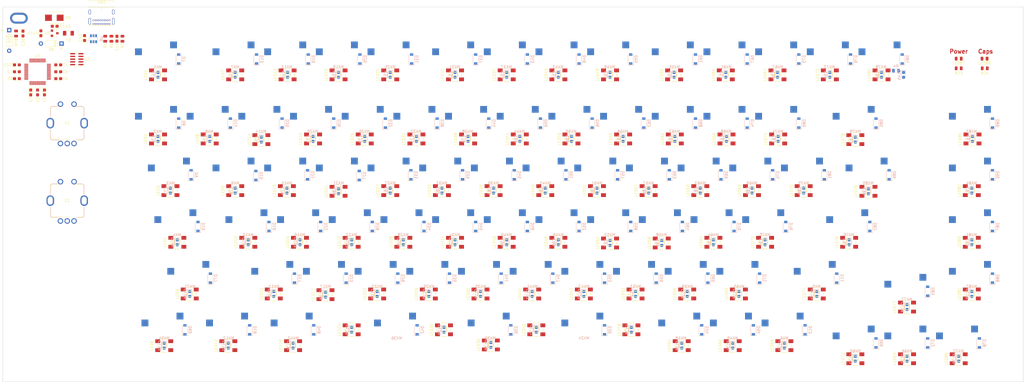
<source format=kicad_pcb>
(kicad_pcb (version 20171130) (host pcbnew "(5.1.6)-1")
  (layers (0 F.Cu signal) (31 B.Cu signal) (34 B.Paste user) (35 F.Paste user) (36 B.SilkS user) (37 F.SilkS user) (38 B.Mask user hide) (39 F.Mask user hide) (44 Edge.Cuts user))
  (net 0 "")
  (net 1 GND)
  (net 2 Case)
  (net 3 "Net-(C20-Pad1)")
  (net 4 5V_1000u)
  (net 5 Keeb_3.3V)
  (net 6 VBUS)
  (net 7 "Net-(JIN1-PadA5)")
  (net 8 DBUS+)
  (net 9 DBUS-)
  (net 10 "Net-(JIN1-PadA8)")
  (net 11 "Net-(JIN1-PadB8)")
  (net 12 "Net-(JIN1-PadB5)")
  (net 13 "Net-(C11-Pad1)")
  (net 14 "Net-(LED1-Pad4)")
  (net 15 "Net-(LED1-Pad2)")
  (net 16 "Net-(LED2-Pad4)")
  (net 17 "Net-(LED2-Pad2)")
  (net 18 "Net-(LED3-Pad4)")
  (net 19 "Net-(LED3-Pad2)")
  (net 20 "Net-(LED10-Pad2)")
  (net 21 "Net-(LED4-Pad2)")
  (net 22 "Net-(LED11-Pad2)")
  (net 23 "Net-(LED5-Pad2)")
  (net 24 "Net-(LED12-Pad2)")
  (net 25 "Net-(LED6-Pad2)")
  (net 26 "Net-(LED13-Pad2)")
  (net 27 "Net-(LED14-Pad2)")
  (net 28 "Net-(LED15-Pad2)")
  (net 29 "Net-(LED10-Pad4)")
  (net 30 "Net-(LED11-Pad4)")
  (net 31 "Net-(LED12-Pad4)")
  (net 32 "Net-(LED13-Pad4)")
  (net 33 "Net-(LED14-Pad4)")
  (net 34 "Net-(LED15-Pad4)")
  (net 35 "Net-(LED16-Pad4)")
  (net 36 "Net-(LED17-Pad4)")
  (net 37 "Net-(LED18-Pad4)")
  (net 38 "Net-(LED19-Pad4)")
  (net 39 "Net-(LED20-Pad4)")
  (net 40 "Net-(LED21-Pad4)")
  (net 41 "Net-(LED22-Pad4)")
  (net 42 "Net-(LED23-Pad4)")
  (net 43 "Net-(LED24-Pad4)")
  (net 44 "Net-(LED25-Pad4)")
  (net 45 "Net-(LED26-Pad4)")
  (net 46 "Net-(LED27-Pad4)")
  (net 47 "Net-(LED28-Pad4)")
  (net 48 "Net-(LED29-Pad4)")
  (net 49 "Net-(LED30-Pad4)")
  (net 50 "Net-(LED31-Pad4)")
  (net 51 "Net-(LED32-Pad4)")
  (net 52 "Net-(LED33-Pad4)")
  (net 53 "Net-(LED34-Pad4)")
  (net 54 "Net-(LED35-Pad4)")
  (net 55 "Net-(LED36-Pad4)")
  (net 56 "Net-(LED37-Pad4)")
  (net 57 "Net-(LED38-Pad4)")
  (net 58 "Net-(LED39-Pad4)")
  (net 59 "Net-(LED40-Pad4)")
  (net 60 "Net-(LED41-Pad4)")
  (net 61 "Net-(LED42-Pad4)")
  (net 62 "Net-(LED43-Pad4)")
  (net 63 "Net-(LED44-Pad4)")
  (net 64 "Net-(LED45-Pad4)")
  (net 65 "Net-(LED46-Pad4)")
  (net 66 "Net-(LED47-Pad4)")
  (net 67 "Net-(LED48-Pad4)")
  (net 68 "Net-(LED49-Pad4)")
  (net 69 "Net-(LED50-Pad4)")
  (net 70 "Net-(LED51-Pad4)")
  (net 71 "Net-(LED52-Pad4)")
  (net 72 "Net-(LED53-Pad4)")
  (net 73 "Net-(LED54-Pad4)")
  (net 74 "Net-(LED55-Pad4)")
  (net 75 "Net-(LED56-Pad4)")
  (net 76 "Net-(LED57-Pad4)")
  (net 77 "Net-(LED58-Pad4)")
  (net 78 "Net-(LED59-Pad4)")
  (net 79 "Net-(LED60-Pad4)")
  (net 80 "Net-(LED61-Pad4)")
  (net 81 "Net-(LED62-Pad4)")
  (net 82 "Net-(LED63-Pad4)")
  (net 83 "Net-(LED64-Pad4)")
  (net 84 "Net-(LED65-Pad4)")
  (net 85 "Net-(LED66-Pad4)")
  (net 86 "Net-(LED67-Pad4)")
  (net 87 "Net-(LED68-Pad4)")
  (net 88 "Net-(LED69-Pad4)")
  (net 89 "Net-(LED70-Pad4)")
  (net 90 "Net-(LED71-Pad4)")
  (net 91 "Net-(LED73-Pad4)")
  (net 92 "Net-(LED74-Pad4)")
  (net 93 "Net-(LED75-Pad4)")
  (net 94 "Net-(LED76-Pad4)")
  (net 95 "Net-(LED77-Pad4)")
  (net 96 "Net-(LED79-Pad4)")
  (net 97 "Net-(D7-Pad2)")
  (net 98 col1)
  (net 99 "Net-(D8-Pad2)")
  (net 100 "Net-(D9-Pad2)")
  (net 101 "Net-(D10-Pad2)")
  (net 102 "Net-(D11-Pad2)")
  (net 103 "Net-(D12-Pad2)")
  (net 104 "Net-(D13-Pad2)")
  (net 105 "Net-(D14-Pad2)")
  (net 106 "Net-(D15-Pad2)")
  (net 107 "Net-(D16-Pad2)")
  (net 108 "Net-(D17-Pad2)")
  (net 109 "Net-(D18-Pad2)")
  (net 110 "Net-(D19-Pad2)")
  (net 111 col2)
  (net 112 "Net-(D20-Pad2)")
  (net 113 "Net-(D21-Pad2)")
  (net 114 "Net-(D22-Pad2)")
  (net 115 "Net-(D23-Pad2)")
  (net 116 "Net-(D24-Pad2)")
  (net 117 "Net-(D25-Pad2)")
  (net 118 "Net-(D26-Pad2)")
  (net 119 "Net-(D27-Pad2)")
  (net 120 "Net-(D28-Pad2)")
  (net 121 "Net-(D29-Pad2)")
  (net 122 "Net-(D30-Pad2)")
  (net 123 "Net-(D31-Pad2)")
  (net 124 col3)
  (net 125 "Net-(D32-Pad2)")
  (net 126 "Net-(D33-Pad2)")
  (net 127 "Net-(D34-Pad2)")
  (net 128 "Net-(D35-Pad2)")
  (net 129 "Net-(D37-Pad2)")
  (net 130 "Net-(D38-Pad2)")
  (net 131 "Net-(D39-Pad2)")
  (net 132 "Net-(D40-Pad2)")
  (net 133 "Net-(D41-Pad2)")
  (net 134 "Net-(D42-Pad2)")
  (net 135 "Net-(D43-Pad2)")
  (net 136 col4)
  (net 137 "Net-(D44-Pad2)")
  (net 138 "Net-(D45-Pad2)")
  (net 139 "Net-(D46-Pad2)")
  (net 140 "Net-(D47-Pad2)")
  (net 141 "Net-(D48-Pad2)")
  (net 142 "Net-(D49-Pad2)")
  (net 143 "Net-(D50-Pad2)")
  (net 144 "Net-(D51-Pad2)")
  (net 145 "Net-(D52-Pad2)")
  (net 146 "Net-(D53-Pad2)")
  (net 147 "Net-(D54-Pad2)")
  (net 148 "Net-(D55-Pad2)")
  (net 149 col5)
  (net 150 "Net-(D56-Pad2)")
  (net 151 "Net-(D57-Pad2)")
  (net 152 "Net-(D58-Pad2)")
  (net 153 "Net-(D59-Pad2)")
  (net 154 "Net-(D60-Pad2)")
  (net 155 "Net-(D61-Pad2)")
  (net 156 "Net-(D62-Pad2)")
  (net 157 "Net-(D63-Pad2)")
  (net 158 "Net-(D64-Pad2)")
  (net 159 "Net-(D65-Pad2)")
  (net 160 "Net-(D66-Pad2)")
  (net 161 "Net-(D67-Pad2)")
  (net 162 col6)
  (net 163 "Net-(D68-Pad2)")
  (net 164 "Net-(D69-Pad2)")
  (net 165 "Net-(D70-Pad2)")
  (net 166 "Net-(D71-Pad2)")
  (net 167 "Net-(D72-Pad2)")
  (net 168 "Net-(D73-Pad2)")
  (net 169 "Net-(D74-Pad2)")
  (net 170 "Net-(D75-Pad2)")
  (net 171 "Net-(D76-Pad2)")
  (net 172 "Net-(D77-Pad2)")
  (net 173 "Net-(D78-Pad2)")
  (net 174 "Net-(D79-Pad2)")
  (net 175 col7)
  (net 176 "Net-(D80-Pad2)")
  (net 177 "Net-(D81-Pad2)")
  (net 178 "Net-(D82-Pad2)")
  (net 179 "Net-(D83-Pad2)")
  (net 180 "Net-(D84-Pad2)")
  (net 181 "Net-(D85-Pad2)")
  (net 182 "Net-(D86-Pad2)")
  (net 183 "Net-(D87-Pad2)")
  (net 184 "Net-(D88-Pad2)")
  (net 185 RGB_LED)
  (net 186 row10)
  (net 187 row9)
  (net 188 BOOT0)
  (net 189 row8)
  (net 190 row7)
  (net 191 row6)
  (net 192 row5)
  (net 193 row4)
  (net 194 SWCLK)
  (net 195 SWDIO)
  (net 196 E_Button)
  (net 197 E_CCW)
  (net 198 row12)
  (net 199 row11)
  (net 200 row3)
  (net 201 row2)
  (net 202 row1)
  (net 203 E_CW)
  (net 204 NRST)
  (net 205 "Net-(U1-Pad6)")
  (net 206 "Net-(U1-Pad5)")
  (net 207 "Net-(U1-Pad4)")
  (net 208 "Net-(U1-Pad3)")
  (net 209 D-)
  (net 210 D+)
  (net 211 E_CW2)
  (net 212 E_CCW2)
  (net 213 E_Button2)
  (net 214 "Net-(D36-Pad2)")
  (net 215 "Net-(D89-Pad2)")
  (net 216 "Net-(D90-Pad2)")
  (net 217 "Net-(LED72-Pad4)")
  (net 218 "Net-(LED84-Pad4)")
  (net 219 col8)
  (net 220 "Net-(LED83-Pad4)")
  (net 221 "Net-(LED78-Pad4)")
  (net 222 IndicatorLED)
  (net 223 "Net-(LED87-Pad1)")
  (net 224 "Net-(J2-Pad8)")
  (net 225 "Net-(J2-Pad7)")
  (net 226 "Net-(J2-Pad6)")
  (net 227 CASE)
  (net 228 capsLockLED)
  (net 229 "Net-(LED88-Pad1)")
  (module Resistor_SMD:R_0805_2012Metric (layer F.Cu) (at 325.57442 22.48408)
    (fp_text reference R24 (at 0 1.778) (layer F.SilkS))
    (fp_text value 68)
    (pad 2 smd roundrect (at 0.9375 0) (size 0.975 1.4) (layers F.Cu F.Paste F.Mask) (net 229 "Net-(LED88-Pad1)"))
    (pad 1 smd roundrect (at -0.9375 0) (size 0.975 1.4) (layers F.Cu F.Paste F.Mask) (net 1 GND))
  )
  (module LED_SMD:LED_0805_2012Metric (layer F.Cu) (at 325.49592 18.92808 180)
    (fp_text reference LED88 (at 0 -1.65) (layer F.SilkS))
    (fp_text value LED)
    (pad 2 smd roundrect (at 0.9375 0 180) (size 0.975 1.4) (layers F.Cu F.Paste F.Mask) (net 228 capsLockLED))
    (pad 1 smd roundrect (at -0.9375 0 180) (size 0.975 1.4) (layers F.Cu F.Paste F.Mask) (net 229 "Net-(LED88-Pad1)"))
  )
  (module LED_SMD:LED_0805_2012Metric (layer F.Cu) (at 315.97092 18.92808 180)
    (fp_text reference LED87 (at 0 -1.65) (layer F.SilkS))
    (fp_text value LED)
    (pad 2 smd roundrect (at 0.9375 0 180) (size 0.975 1.4) (layers F.Cu F.Paste F.Mask) (net 222 IndicatorLED))
    (pad 1 smd roundrect (at -0.9375 0 180) (size 0.975 1.4) (layers F.Cu F.Paste F.Mask) (net 223 "Net-(LED87-Pad1)"))
  )
  (module acheron_Hardware:ALPS_EC11E (layer F.Cu) (at -12.64158 71.26558)
    (fp_text reference E2 (at 0 0) (layer F.SilkS))
    (fp_text value Rotary_Encoder_Switch_Chassis)
    (pad B thru_hole circle (at 2.5 7.5) (size 2.032 2.032) (drill 1.27) (layers *.Cu F.Mask) (net 203 E_CW))
    (pad A thru_hole circle (at -2.5 7.5) (size 2.032 2.032) (drill 1.27) (layers *.Cu F.Mask) (net 197 E_CCW))
    (pad C thru_hole circle (at 0 7.5) (size 2.032 2.032) (drill 1.27) (layers *.Cu F.Mask) (net 1 GND))
    (pad S1 thru_hole circle (at -2.5 -7) (size 2.032 2.032) (drill 1.27) (layers *.Cu F.Mask) (net 196 E_Button))
    (pad S2 thru_hole circle (at 2.5 -7) (size 2.032 2.032) (drill 1.27) (layers *.Cu F.Mask) (net 1 GND))
    (pad "" thru_hole oval (at -6.25 0) (size 2.799999 3.9) (drill oval 1.8 2.899999) (layers *.Cu F.Mask))
    (pad "" thru_hole oval (at 6.25 0) (size 2.799999 3.9) (drill oval 1.8 2.899999) (layers *.Cu F.Mask))
  )
  (module acheron_Hardware:ALPS_EC11E (layer F.Cu) (at -12.64158 42.69058)
    (fp_text reference E1 (at 0 0) (layer F.SilkS))
    (fp_text value Rotary_Encoder_Switch_Chassis)
    (pad B thru_hole circle (at 2.5 7.5) (size 2.032 2.032) (drill 1.27) (layers *.Cu F.Mask) (net 211 E_CW2))
    (pad A thru_hole circle (at -2.5 7.5) (size 2.032 2.032) (drill 1.27) (layers *.Cu F.Mask) (net 212 E_CCW2))
    (pad C thru_hole circle (at 0 7.5) (size 2.032 2.032) (drill 1.27) (layers *.Cu F.Mask) (net 1 GND))
    (pad S1 thru_hole circle (at -2.5 -7) (size 2.032 2.032) (drill 1.27) (layers *.Cu F.Mask) (net 213 E_Button2))
    (pad S2 thru_hole circle (at 2.5 -7) (size 2.032 2.032) (drill 1.27) (layers *.Cu F.Mask) (net 1 GND))
    (pad "" thru_hole oval (at -6.25 0) (size 2.799999 3.9) (drill oval 1.8 2.899999) (layers *.Cu F.Mask))
    (pad "" thru_hole oval (at 6.25 0) (size 2.799999 3.9) (drill oval 1.8 2.899999) (layers *.Cu F.Mask))
  )
  (module acheron_MountingHoles:MoutingHole_Oval_7mm_5.0x2.5mm (layer F.Cu) (at -30.45408 4.00508)
    (fp_text reference H1 hide)
    (fp_text value MountingHole_Pad hide)
    (pad 1 thru_hole oval (at 0 0) (size 6.5 4) (drill oval 5 2.5) (layers *.Cu *.Mask) (net 227 CASE))
  )
  (module Connector_PinSocket_1.00mm:PinSocket_2x05_P1.00mm_Vertical_SMD (layer F.Cu) (at -9.11352 19.1008 180)
    (fp_text reference J2 (at -3.81508 0) (layer F.SilkS))
    (fp_text value Conn_ARM_JTAG_SWD_10)
    (pad 10 smd rect (at -1.525 2 180) (size 1.85 0.5) (layers F.Cu F.Paste F.Mask) (net 204 NRST))
    (pad 9 smd rect (at 1.525 2 180) (size 1.85 0.5) (layers F.Cu F.Paste F.Mask) (net 1 GND))
    (pad 8 smd rect (at -1.525 1 180) (size 1.85 0.5) (layers F.Cu F.Paste F.Mask) (net 224 "Net-(J2-Pad8)"))
    (pad 7 smd rect (at 1.525 1 180) (size 1.85 0.5) (layers F.Cu F.Paste F.Mask) (net 225 "Net-(J2-Pad7)"))
    (pad 6 smd rect (at -1.525 0 180) (size 1.85 0.5) (layers F.Cu F.Paste F.Mask) (net 226 "Net-(J2-Pad6)"))
    (pad 5 smd rect (at 1.525 0 180) (size 1.85 0.5) (layers F.Cu F.Paste F.Mask) (net 1 GND))
    (pad 4 smd rect (at -1.525 -1 180) (size 1.85 0.5) (layers F.Cu F.Paste F.Mask) (net 194 SWCLK))
    (pad 3 smd rect (at 1.525 -1 180) (size 1.85 0.5) (layers F.Cu F.Paste F.Mask) (net 1 GND))
    (pad 2 smd rect (at -1.525 -2 180) (size 1.85 0.5) (layers F.Cu F.Paste F.Mask) (net 195 SWDIO))
    (pad 1 smd rect (at 1.525 -2 180) (size 1.85 0.5) (layers F.Cu F.Paste F.Mask) (net 5 Keeb_3.3V))
  )
  (module Resistor_SMD:R_0805_2012Metric (layer F.Cu) (at 315.97092 22.48408)
    (fp_text reference R23 (at 0 1.778) (layer F.SilkS))
    (fp_text value 68)
    (pad 2 smd roundrect (at 0.9375 0) (size 0.975 1.4) (layers F.Cu F.Paste F.Mask) (net 223 "Net-(LED87-Pad1)"))
    (pad 1 smd roundrect (at -0.9375 0) (size 0.975 1.4) (layers F.Cu F.Paste F.Mask) (net 1 GND))
  )
  (module MX_Only:MXOnly-1U-Hotswap (layer F.Cu) (at 251.67717 118.89058)
    (fp_text reference MX6)
    (fp_text value "Right Ctrl")
    (fp_text user %R (at 0 3.048) (layer B.SilkS) (effects (justify mirror)))
    (pad 2 smd rect (at 5.842 -5.08) (size 2.55 2.5) (layers B.Cu B.Paste B.Mask) (net 103 "Net-(D12-Pad2)"))
    (pad 1 smd rect (at -7.085 -2.54) (size 2.55 2.5) (layers B.Cu B.Paste B.Mask) (net 98 col1))
    (pad "" np_thru_hole circle (at 5.08 0 48.0996) (size 1.75 1.75) (drill 1.75) (layers *.Cu *.Mask))
    (pad "" np_thru_hole circle (at -5.08 0 48.0996) (size 1.75 1.75) (drill 1.75) (layers *.Cu *.Mask))
    (pad "" np_thru_hole circle (at -3.81 -2.54) (size 3 3) (drill 3) (layers *.Cu *.Mask))
    (pad "" np_thru_hole circle (at 0 0) (size 3.9878 3.9878) (drill 3.9878) (layers *.Cu *.Mask))
    (pad "" np_thru_hole circle (at 2.54 -5.08) (size 3 3) (drill 3) (layers *.Cu *.Mask))
  )
  (module MX_Only:MXOnly-1U-Hotswap (layer F.Cu) (at 320.73342 61.74058)
    (fp_text reference MX84)
    (fp_text value End)
    (fp_text user %R (at 0 3.048) (layer B.SilkS) (effects (justify mirror)))
    (pad 2 smd rect (at 5.842 -5.08) (size 2.55 2.5) (layers B.Cu B.Paste B.Mask) (net 216 "Net-(D90-Pad2)"))
    (pad 1 smd rect (at -7.085 -2.54) (size 2.55 2.5) (layers B.Cu B.Paste B.Mask) (net 219 col8))
    (pad "" np_thru_hole circle (at 5.08 0 48.0996) (size 1.75 1.75) (drill 1.75) (layers *.Cu *.Mask))
    (pad "" np_thru_hole circle (at -5.08 0 48.0996) (size 1.75 1.75) (drill 1.75) (layers *.Cu *.Mask))
    (pad "" np_thru_hole circle (at -3.81 -2.54) (size 3 3) (drill 3) (layers *.Cu *.Mask))
    (pad "" np_thru_hole circle (at 0 0) (size 3.9878 3.9878) (drill 3.9878) (layers *.Cu *.Mask))
    (pad "" np_thru_hole circle (at 2.54 -5.08) (size 3 3) (drill 3) (layers *.Cu *.Mask))
  )
  (module MX_Only:MXOnly-1U-Hotswap (layer F.Cu) (at 320.73342 42.69058)
    (fp_text reference MX83)
    (fp_text value Home)
    (fp_text user %R (at 0 3.048) (layer B.SilkS) (effects (justify mirror)))
    (pad 2 smd rect (at 5.842 -5.08) (size 2.55 2.5) (layers B.Cu B.Paste B.Mask) (net 215 "Net-(D89-Pad2)"))
    (pad 1 smd rect (at -7.085 -2.54) (size 2.55 2.5) (layers B.Cu B.Paste B.Mask) (net 219 col8))
    (pad "" np_thru_hole circle (at 5.08 0 48.0996) (size 1.75 1.75) (drill 1.75) (layers *.Cu *.Mask))
    (pad "" np_thru_hole circle (at -5.08 0 48.0996) (size 1.75 1.75) (drill 1.75) (layers *.Cu *.Mask))
    (pad "" np_thru_hole circle (at -3.81 -2.54) (size 3 3) (drill 3) (layers *.Cu *.Mask))
    (pad "" np_thru_hole circle (at 0 0) (size 3.9878 3.9878) (drill 3.9878) (layers *.Cu *.Mask))
    (pad "" np_thru_hole circle (at 2.54 -5.08) (size 3 3) (drill 3) (layers *.Cu *.Mask))
  )
  (module MX_Only:MXOnly-1U-Hotswap (layer F.Cu) (at 320.73342 99.84058)
    (fp_text reference MX82)
    (fp_text value "Page Down")
    (fp_text user %R (at 0 3.048) (layer B.SilkS) (effects (justify mirror)))
    (pad 2 smd rect (at 5.842 -5.08) (size 2.55 2.5) (layers B.Cu B.Paste B.Mask) (net 184 "Net-(D88-Pad2)"))
    (pad 1 smd rect (at -7.085 -2.54) (size 2.55 2.5) (layers B.Cu B.Paste B.Mask) (net 175 col7))
    (pad "" np_thru_hole circle (at 5.08 0 48.0996) (size 1.75 1.75) (drill 1.75) (layers *.Cu *.Mask))
    (pad "" np_thru_hole circle (at -5.08 0 48.0996) (size 1.75 1.75) (drill 1.75) (layers *.Cu *.Mask))
    (pad "" np_thru_hole circle (at -3.81 -2.54) (size 3 3) (drill 3) (layers *.Cu *.Mask))
    (pad "" np_thru_hole circle (at 0 0) (size 3.9878 3.9878) (drill 3.9878) (layers *.Cu *.Mask))
    (pad "" np_thru_hole circle (at 2.54 -5.08) (size 3 3) (drill 3) (layers *.Cu *.Mask))
  )
  (module MX_Only:MXOnly-1U-Hotswap (layer F.Cu) (at 320.73342 80.79058)
    (fp_text reference MX81)
    (fp_text value "Page Up")
    (fp_text user %R (at 0 3.048) (layer B.SilkS) (effects (justify mirror)))
    (pad 2 smd rect (at 5.842 -5.08) (size 2.55 2.5) (layers B.Cu B.Paste B.Mask) (net 183 "Net-(D87-Pad2)"))
    (pad 1 smd rect (at -7.085 -2.54) (size 2.55 2.5) (layers B.Cu B.Paste B.Mask) (net 175 col7))
    (pad "" np_thru_hole circle (at 5.08 0 48.0996) (size 1.75 1.75) (drill 1.75) (layers *.Cu *.Mask))
    (pad "" np_thru_hole circle (at -5.08 0 48.0996) (size 1.75 1.75) (drill 1.75) (layers *.Cu *.Mask))
    (pad "" np_thru_hole circle (at -3.81 -2.54) (size 3 3) (drill 3) (layers *.Cu *.Mask))
    (pad "" np_thru_hole circle (at 0 0) (size 3.9878 3.9878) (drill 3.9878) (layers *.Cu *.Mask))
    (pad "" np_thru_hole circle (at 2.54 -5.08) (size 3 3) (drill 3) (layers *.Cu *.Mask))
  )
  (module MX_Only:MXOnly-1U-Hotswap (layer F.Cu) (at 287.39592 18.92808)
    (fp_text reference MX78)
    (fp_text value Delete)
    (fp_text user %R (at 0 3.048) (layer B.SilkS) (effects (justify mirror)))
    (pad 2 smd rect (at 5.842 -5.08) (size 2.55 2.5) (layers B.Cu B.Paste B.Mask) (net 180 "Net-(D84-Pad2)"))
    (pad 1 smd rect (at -7.085 -2.54) (size 2.55 2.5) (layers B.Cu B.Paste B.Mask) (net 175 col7))
    (pad "" np_thru_hole circle (at 5.08 0 48.0996) (size 1.75 1.75) (drill 1.75) (layers *.Cu *.Mask))
    (pad "" np_thru_hole circle (at -5.08 0 48.0996) (size 1.75 1.75) (drill 1.75) (layers *.Cu *.Mask))
    (pad "" np_thru_hole circle (at -3.81 -2.54) (size 3 3) (drill 3) (layers *.Cu *.Mask))
    (pad "" np_thru_hole circle (at 0 0) (size 3.9878 3.9878) (drill 3.9878) (layers *.Cu *.Mask))
    (pad "" np_thru_hole circle (at 2.54 -5.08) (size 3 3) (drill 3) (layers *.Cu *.Mask))
  )
  (module MX_Only:MXOnly-1U-Hotswap (layer F.Cu) (at 296.92092 104.60308)
    (fp_text reference MX77)
    (fp_text value Up)
    (fp_text user %R (at 0 3.048) (layer B.SilkS) (effects (justify mirror)))
    (pad 2 smd rect (at 5.842 -5.08) (size 2.55 2.5) (layers B.Cu B.Paste B.Mask) (net 179 "Net-(D83-Pad2)"))
    (pad 1 smd rect (at -7.085 -2.54) (size 2.55 2.5) (layers B.Cu B.Paste B.Mask) (net 175 col7))
    (pad "" np_thru_hole circle (at 5.08 0 48.0996) (size 1.75 1.75) (drill 1.75) (layers *.Cu *.Mask))
    (pad "" np_thru_hole circle (at -5.08 0 48.0996) (size 1.75 1.75) (drill 1.75) (layers *.Cu *.Mask))
    (pad "" np_thru_hole circle (at -3.81 -2.54) (size 3 3) (drill 3) (layers *.Cu *.Mask))
    (pad "" np_thru_hole circle (at 0 0) (size 3.9878 3.9878) (drill 3.9878) (layers *.Cu *.Mask))
    (pad "" np_thru_hole circle (at 2.54 -5.08) (size 3 3) (drill 3) (layers *.Cu *.Mask))
  )
  (module MX_Only:MXOnly-1U-Hotswap (layer F.Cu) (at 258.82092 61.74058)
    (fp_text reference MX75)
    (fp_text value ])
    (fp_text user %R (at 0 3.048) (layer B.SilkS) (effects (justify mirror)))
    (pad 2 smd rect (at 5.842 -5.08) (size 2.55 2.5) (layers B.Cu B.Paste B.Mask) (net 177 "Net-(D81-Pad2)"))
    (pad 1 smd rect (at -7.085 -2.54) (size 2.55 2.5) (layers B.Cu B.Paste B.Mask) (net 175 col7))
    (pad "" np_thru_hole circle (at 5.08 0 48.0996) (size 1.75 1.75) (drill 1.75) (layers *.Cu *.Mask))
    (pad "" np_thru_hole circle (at -5.08 0 48.0996) (size 1.75 1.75) (drill 1.75) (layers *.Cu *.Mask))
    (pad "" np_thru_hole circle (at -3.81 -2.54) (size 3 3) (drill 3) (layers *.Cu *.Mask))
    (pad "" np_thru_hole circle (at 0 0) (size 3.9878 3.9878) (drill 3.9878) (layers *.Cu *.Mask))
    (pad "" np_thru_hole circle (at 2.54 -5.08) (size 3 3) (drill 3) (layers *.Cu *.Mask))
  )
  (module MX_Only:MXOnly-1U-Hotswap (layer F.Cu) (at 249.29592 42.69058)
    (fp_text reference MX74)
    (fp_text value =)
    (fp_text user %R (at 0 3.048) (layer B.SilkS) (effects (justify mirror)))
    (pad 2 smd rect (at 5.842 -5.08) (size 2.55 2.5) (layers B.Cu B.Paste B.Mask) (net 176 "Net-(D80-Pad2)"))
    (pad 1 smd rect (at -7.085 -2.54) (size 2.55 2.5) (layers B.Cu B.Paste B.Mask) (net 175 col7))
    (pad "" np_thru_hole circle (at 5.08 0 48.0996) (size 1.75 1.75) (drill 1.75) (layers *.Cu *.Mask))
    (pad "" np_thru_hole circle (at -5.08 0 48.0996) (size 1.75 1.75) (drill 1.75) (layers *.Cu *.Mask))
    (pad "" np_thru_hole circle (at -3.81 -2.54) (size 3 3) (drill 3) (layers *.Cu *.Mask))
    (pad "" np_thru_hole circle (at 0 0) (size 3.9878 3.9878) (drill 3.9878) (layers *.Cu *.Mask))
    (pad "" np_thru_hole circle (at 2.54 -5.08) (size 3 3) (drill 3) (layers *.Cu *.Mask))
  )
  (module MX_Only:MXOnly-1U-Hotswap (layer F.Cu) (at 268.34592 18.92808)
    (fp_text reference MX73)
    (fp_text value F12)
    (fp_text user %R (at 0 3.048) (layer B.SilkS) (effects (justify mirror)))
    (pad 2 smd rect (at 5.842 -5.08) (size 2.55 2.5) (layers B.Cu B.Paste B.Mask) (net 174 "Net-(D79-Pad2)"))
    (pad 1 smd rect (at -7.085 -2.54) (size 2.55 2.5) (layers B.Cu B.Paste B.Mask) (net 175 col7))
    (pad "" np_thru_hole circle (at 5.08 0 48.0996) (size 1.75 1.75) (drill 1.75) (layers *.Cu *.Mask))
    (pad "" np_thru_hole circle (at -5.08 0 48.0996) (size 1.75 1.75) (drill 1.75) (layers *.Cu *.Mask))
    (pad "" np_thru_hole circle (at -3.81 -2.54) (size 3 3) (drill 3) (layers *.Cu *.Mask))
    (pad "" np_thru_hole circle (at 0 0) (size 3.9878 3.9878) (drill 3.9878) (layers *.Cu *.Mask))
    (pad "" np_thru_hole circle (at 2.54 -5.08) (size 3 3) (drill 3) (layers *.Cu *.Mask))
  )
  (module MX_Only:MXOnly-1U-Hotswap (layer F.Cu) (at 315.97092 123.65308)
    (fp_text reference MX72)
    (fp_text value Right)
    (fp_text user %R (at 0 3.048) (layer B.SilkS) (effects (justify mirror)))
    (pad 2 smd rect (at 5.842 -5.08) (size 2.55 2.5) (layers B.Cu B.Paste B.Mask) (net 173 "Net-(D78-Pad2)"))
    (pad 1 smd rect (at -7.085 -2.54) (size 2.55 2.5) (layers B.Cu B.Paste B.Mask) (net 162 col6))
    (pad "" np_thru_hole circle (at 5.08 0 48.0996) (size 1.75 1.75) (drill 1.75) (layers *.Cu *.Mask))
    (pad "" np_thru_hole circle (at -5.08 0 48.0996) (size 1.75 1.75) (drill 1.75) (layers *.Cu *.Mask))
    (pad "" np_thru_hole circle (at -3.81 -2.54) (size 3 3) (drill 3) (layers *.Cu *.Mask))
    (pad "" np_thru_hole circle (at 0 0) (size 3.9878 3.9878) (drill 3.9878) (layers *.Cu *.Mask))
    (pad "" np_thru_hole circle (at 2.54 -5.08) (size 3 3) (drill 3) (layers *.Cu *.Mask))
  )
  (module MX_Only:MXOnly-1U-Hotswap (layer F.Cu) (at 244.53342 80.79058)
    (fp_text reference MX70)
    (fp_text value ')
    (fp_text user %R (at 0 3.048) (layer B.SilkS) (effects (justify mirror)))
    (pad 2 smd rect (at 5.842 -5.08) (size 2.55 2.5) (layers B.Cu B.Paste B.Mask) (net 171 "Net-(D76-Pad2)"))
    (pad 1 smd rect (at -7.085 -2.54) (size 2.55 2.5) (layers B.Cu B.Paste B.Mask) (net 162 col6))
    (pad "" np_thru_hole circle (at 5.08 0 48.0996) (size 1.75 1.75) (drill 1.75) (layers *.Cu *.Mask))
    (pad "" np_thru_hole circle (at -5.08 0 48.0996) (size 1.75 1.75) (drill 1.75) (layers *.Cu *.Mask))
    (pad "" np_thru_hole circle (at -3.81 -2.54) (size 3 3) (drill 3) (layers *.Cu *.Mask))
    (pad "" np_thru_hole circle (at 0 0) (size 3.9878 3.9878) (drill 3.9878) (layers *.Cu *.Mask))
    (pad "" np_thru_hole circle (at 2.54 -5.08) (size 3 3) (drill 3) (layers *.Cu *.Mask))
  )
  (module MX_Only:MXOnly-1U-Hotswap (layer F.Cu) (at 239.77092 61.74058)
    (fp_text reference MX69)
    (fp_text value [)
    (fp_text user %R (at 0 3.048) (layer B.SilkS) (effects (justify mirror)))
    (pad 2 smd rect (at 5.842 -5.08) (size 2.55 2.5) (layers B.Cu B.Paste B.Mask) (net 170 "Net-(D75-Pad2)"))
    (pad 1 smd rect (at -7.085 -2.54) (size 2.55 2.5) (layers B.Cu B.Paste B.Mask) (net 162 col6))
    (pad "" np_thru_hole circle (at 5.08 0 48.0996) (size 1.75 1.75) (drill 1.75) (layers *.Cu *.Mask))
    (pad "" np_thru_hole circle (at -5.08 0 48.0996) (size 1.75 1.75) (drill 1.75) (layers *.Cu *.Mask))
    (pad "" np_thru_hole circle (at -3.81 -2.54) (size 3 3) (drill 3) (layers *.Cu *.Mask))
    (pad "" np_thru_hole circle (at 0 0) (size 3.9878 3.9878) (drill 3.9878) (layers *.Cu *.Mask))
    (pad "" np_thru_hole circle (at 2.54 -5.08) (size 3 3) (drill 3) (layers *.Cu *.Mask))
  )
  (module MX_Only:MXOnly-1U-Hotswap (layer F.Cu) (at 230.24592 42.69058)
    (fp_text reference MX68)
    (fp_text value -)
    (fp_text user %R (at 0 3.048) (layer B.SilkS) (effects (justify mirror)))
    (pad 2 smd rect (at 5.842 -5.08) (size 2.55 2.5) (layers B.Cu B.Paste B.Mask) (net 169 "Net-(D74-Pad2)"))
    (pad 1 smd rect (at -7.085 -2.54) (size 2.55 2.5) (layers B.Cu B.Paste B.Mask) (net 162 col6))
    (pad "" np_thru_hole circle (at 5.08 0 48.0996) (size 1.75 1.75) (drill 1.75) (layers *.Cu *.Mask))
    (pad "" np_thru_hole circle (at -5.08 0 48.0996) (size 1.75 1.75) (drill 1.75) (layers *.Cu *.Mask))
    (pad "" np_thru_hole circle (at -3.81 -2.54) (size 3 3) (drill 3) (layers *.Cu *.Mask))
    (pad "" np_thru_hole circle (at 0 0) (size 3.9878 3.9878) (drill 3.9878) (layers *.Cu *.Mask))
    (pad "" np_thru_hole circle (at 2.54 -5.08) (size 3 3) (drill 3) (layers *.Cu *.Mask))
  )
  (module MX_Only:MXOnly-1U-Hotswap (layer F.Cu) (at 249.29592 18.92808)
    (fp_text reference MX67)
    (fp_text value F11)
    (fp_text user %R (at 0 3.048) (layer B.SilkS) (effects (justify mirror)))
    (pad 2 smd rect (at 5.842 -5.08) (size 2.55 2.5) (layers B.Cu B.Paste B.Mask) (net 168 "Net-(D73-Pad2)"))
    (pad 1 smd rect (at -7.085 -2.54) (size 2.55 2.5) (layers B.Cu B.Paste B.Mask) (net 162 col6))
    (pad "" np_thru_hole circle (at 5.08 0 48.0996) (size 1.75 1.75) (drill 1.75) (layers *.Cu *.Mask))
    (pad "" np_thru_hole circle (at -5.08 0 48.0996) (size 1.75 1.75) (drill 1.75) (layers *.Cu *.Mask))
    (pad "" np_thru_hole circle (at -3.81 -2.54) (size 3 3) (drill 3) (layers *.Cu *.Mask))
    (pad "" np_thru_hole circle (at 0 0) (size 3.9878 3.9878) (drill 3.9878) (layers *.Cu *.Mask))
    (pad "" np_thru_hole circle (at 2.54 -5.08) (size 3 3) (drill 3) (layers *.Cu *.Mask))
  )
  (module MX_Only:MXOnly-1U-Hotswap (layer F.Cu) (at 296.92092 123.65308)
    (fp_text reference MX66)
    (fp_text value Down)
    (fp_text user %R (at 0 3.048) (layer B.SilkS) (effects (justify mirror)))
    (pad 2 smd rect (at 5.842 -5.08) (size 2.55 2.5) (layers B.Cu B.Paste B.Mask) (net 167 "Net-(D72-Pad2)"))
    (pad 1 smd rect (at -7.085 -2.54) (size 2.55 2.5) (layers B.Cu B.Paste B.Mask) (net 162 col6))
    (pad "" np_thru_hole circle (at 5.08 0 48.0996) (size 1.75 1.75) (drill 1.75) (layers *.Cu *.Mask))
    (pad "" np_thru_hole circle (at -5.08 0 48.0996) (size 1.75 1.75) (drill 1.75) (layers *.Cu *.Mask))
    (pad "" np_thru_hole circle (at -3.81 -2.54) (size 3 3) (drill 3) (layers *.Cu *.Mask))
    (pad "" np_thru_hole circle (at 0 0) (size 3.9878 3.9878) (drill 3.9878) (layers *.Cu *.Mask))
    (pad "" np_thru_hole circle (at 2.54 -5.08) (size 3 3) (drill 3) (layers *.Cu *.Mask))
  )
  (module MX_Only:MXOnly-1U-Hotswap (layer F.Cu) (at 235.00842 99.84058)
    (fp_text reference MX65)
    (fp_text value /)
    (fp_text user %R (at 0 3.048) (layer B.SilkS) (effects (justify mirror)))
    (pad 2 smd rect (at 5.842 -5.08) (size 2.55 2.5) (layers B.Cu B.Paste B.Mask) (net 166 "Net-(D71-Pad2)"))
    (pad 1 smd rect (at -7.085 -2.54) (size 2.55 2.5) (layers B.Cu B.Paste B.Mask) (net 162 col6))
    (pad "" np_thru_hole circle (at 5.08 0 48.0996) (size 1.75 1.75) (drill 1.75) (layers *.Cu *.Mask))
    (pad "" np_thru_hole circle (at -5.08 0 48.0996) (size 1.75 1.75) (drill 1.75) (layers *.Cu *.Mask))
    (pad "" np_thru_hole circle (at -3.81 -2.54) (size 3 3) (drill 3) (layers *.Cu *.Mask))
    (pad "" np_thru_hole circle (at 0 0) (size 3.9878 3.9878) (drill 3.9878) (layers *.Cu *.Mask))
    (pad "" np_thru_hole circle (at 2.54 -5.08) (size 3 3) (drill 3) (layers *.Cu *.Mask))
  )
  (module MX_Only:MXOnly-1U-Hotswap (layer F.Cu) (at 225.48342 80.79058)
    (fp_text reference MX64)
    (fp_text value ;)
    (fp_text user %R (at 0 3.048) (layer B.SilkS) (effects (justify mirror)))
    (pad 2 smd rect (at 5.842 -5.08) (size 2.55 2.5) (layers B.Cu B.Paste B.Mask) (net 165 "Net-(D70-Pad2)"))
    (pad 1 smd rect (at -7.085 -2.54) (size 2.55 2.5) (layers B.Cu B.Paste B.Mask) (net 162 col6))
    (pad "" np_thru_hole circle (at 5.08 0 48.0996) (size 1.75 1.75) (drill 1.75) (layers *.Cu *.Mask))
    (pad "" np_thru_hole circle (at -5.08 0 48.0996) (size 1.75 1.75) (drill 1.75) (layers *.Cu *.Mask))
    (pad "" np_thru_hole circle (at -3.81 -2.54) (size 3 3) (drill 3) (layers *.Cu *.Mask))
    (pad "" np_thru_hole circle (at 0 0) (size 3.9878 3.9878) (drill 3.9878) (layers *.Cu *.Mask))
    (pad "" np_thru_hole circle (at 2.54 -5.08) (size 3 3) (drill 3) (layers *.Cu *.Mask))
  )
  (module MX_Only:MXOnly-1U-Hotswap (layer F.Cu) (at 220.72092 61.74058)
    (fp_text reference MX63)
    (fp_text value P)
    (fp_text user %R (at 0 3.048) (layer B.SilkS) (effects (justify mirror)))
    (pad 2 smd rect (at 5.842 -5.08) (size 2.55 2.5) (layers B.Cu B.Paste B.Mask) (net 164 "Net-(D69-Pad2)"))
    (pad 1 smd rect (at -7.085 -2.54) (size 2.55 2.5) (layers B.Cu B.Paste B.Mask) (net 162 col6))
    (pad "" np_thru_hole circle (at 5.08 0 48.0996) (size 1.75 1.75) (drill 1.75) (layers *.Cu *.Mask))
    (pad "" np_thru_hole circle (at -5.08 0 48.0996) (size 1.75 1.75) (drill 1.75) (layers *.Cu *.Mask))
    (pad "" np_thru_hole circle (at -3.81 -2.54) (size 3 3) (drill 3) (layers *.Cu *.Mask))
    (pad "" np_thru_hole circle (at 0 0) (size 3.9878 3.9878) (drill 3.9878) (layers *.Cu *.Mask))
    (pad "" np_thru_hole circle (at 2.54 -5.08) (size 3 3) (drill 3) (layers *.Cu *.Mask))
  )
  (module MX_Only:MXOnly-1U-Hotswap (layer F.Cu) (at 211.19592 42.69058)
    (fp_text reference MX62)
    (fp_text value 0)
    (fp_text user %R (at 0 3.048) (layer B.SilkS) (effects (justify mirror)))
    (pad 2 smd rect (at 5.842 -5.08) (size 2.55 2.5) (layers B.Cu B.Paste B.Mask) (net 163 "Net-(D68-Pad2)"))
    (pad 1 smd rect (at -7.085 -2.54) (size 2.55 2.5) (layers B.Cu B.Paste B.Mask) (net 162 col6))
    (pad "" np_thru_hole circle (at 5.08 0 48.0996) (size 1.75 1.75) (drill 1.75) (layers *.Cu *.Mask))
    (pad "" np_thru_hole circle (at -5.08 0 48.0996) (size 1.75 1.75) (drill 1.75) (layers *.Cu *.Mask))
    (pad "" np_thru_hole circle (at -3.81 -2.54) (size 3 3) (drill 3) (layers *.Cu *.Mask))
    (pad "" np_thru_hole circle (at 0 0) (size 3.9878 3.9878) (drill 3.9878) (layers *.Cu *.Mask))
    (pad "" np_thru_hole circle (at 2.54 -5.08) (size 3 3) (drill 3) (layers *.Cu *.Mask))
  )
  (module MX_Only:MXOnly-1U-Hotswap (layer F.Cu) (at 230.24592 18.92808)
    (fp_text reference MX61)
    (fp_text value F10)
    (fp_text user %R (at 0 3.048) (layer B.SilkS) (effects (justify mirror)))
    (pad 2 smd rect (at 5.842 -5.08) (size 2.55 2.5) (layers B.Cu B.Paste B.Mask) (net 161 "Net-(D67-Pad2)"))
    (pad 1 smd rect (at -7.085 -2.54) (size 2.55 2.5) (layers B.Cu B.Paste B.Mask) (net 162 col6))
    (pad "" np_thru_hole circle (at 5.08 0 48.0996) (size 1.75 1.75) (drill 1.75) (layers *.Cu *.Mask))
    (pad "" np_thru_hole circle (at -5.08 0 48.0996) (size 1.75 1.75) (drill 1.75) (layers *.Cu *.Mask))
    (pad "" np_thru_hole circle (at -3.81 -2.54) (size 3 3) (drill 3) (layers *.Cu *.Mask))
    (pad "" np_thru_hole circle (at 0 0) (size 3.9878 3.9878) (drill 3.9878) (layers *.Cu *.Mask))
    (pad "" np_thru_hole circle (at 2.54 -5.08) (size 3 3) (drill 3) (layers *.Cu *.Mask))
  )
  (module MX_Only:MXOnly-1U-Hotswap (layer F.Cu) (at 277.87092 123.65308)
    (fp_text reference MX60)
    (fp_text value Left)
    (fp_text user %R (at 0 3.048) (layer B.SilkS) (effects (justify mirror)))
    (pad 2 smd rect (at 5.842 -5.08) (size 2.55 2.5) (layers B.Cu B.Paste B.Mask) (net 160 "Net-(D66-Pad2)"))
    (pad 1 smd rect (at -7.085 -2.54) (size 2.55 2.5) (layers B.Cu B.Paste B.Mask) (net 149 col5))
    (pad "" np_thru_hole circle (at 5.08 0 48.0996) (size 1.75 1.75) (drill 1.75) (layers *.Cu *.Mask))
    (pad "" np_thru_hole circle (at -5.08 0 48.0996) (size 1.75 1.75) (drill 1.75) (layers *.Cu *.Mask))
    (pad "" np_thru_hole circle (at -3.81 -2.54) (size 3 3) (drill 3) (layers *.Cu *.Mask))
    (pad "" np_thru_hole circle (at 0 0) (size 3.9878 3.9878) (drill 3.9878) (layers *.Cu *.Mask))
    (pad "" np_thru_hole circle (at 2.54 -5.08) (size 3 3) (drill 3) (layers *.Cu *.Mask))
  )
  (module MX_Only:MXOnly-1U-Hotswap (layer F.Cu) (at 215.95842 99.84058)
    (fp_text reference MX59)
    (fp_text value .)
    (fp_text user %R (at 0 3.048) (layer B.SilkS) (effects (justify mirror)))
    (pad 2 smd rect (at 5.842 -5.08) (size 2.55 2.5) (layers B.Cu B.Paste B.Mask) (net 159 "Net-(D65-Pad2)"))
    (pad 1 smd rect (at -7.085 -2.54) (size 2.55 2.5) (layers B.Cu B.Paste B.Mask) (net 149 col5))
    (pad "" np_thru_hole circle (at 5.08 0 48.0996) (size 1.75 1.75) (drill 1.75) (layers *.Cu *.Mask))
    (pad "" np_thru_hole circle (at -5.08 0 48.0996) (size 1.75 1.75) (drill 1.75) (layers *.Cu *.Mask))
    (pad "" np_thru_hole circle (at -3.81 -2.54) (size 3 3) (drill 3) (layers *.Cu *.Mask))
    (pad "" np_thru_hole circle (at 0 0) (size 3.9878 3.9878) (drill 3.9878) (layers *.Cu *.Mask))
    (pad "" np_thru_hole circle (at 2.54 -5.08) (size 3 3) (drill 3) (layers *.Cu *.Mask))
  )
  (module MX_Only:MXOnly-1U-Hotswap (layer F.Cu) (at 206.43342 80.79058)
    (fp_text reference MX58)
    (fp_text value L)
    (fp_text user %R (at 0 3.048) (layer B.SilkS) (effects (justify mirror)))
    (pad 2 smd rect (at 5.842 -5.08) (size 2.55 2.5) (layers B.Cu B.Paste B.Mask) (net 158 "Net-(D64-Pad2)"))
    (pad 1 smd rect (at -7.085 -2.54) (size 2.55 2.5) (layers B.Cu B.Paste B.Mask) (net 149 col5))
    (pad "" np_thru_hole circle (at 5.08 0 48.0996) (size 1.75 1.75) (drill 1.75) (layers *.Cu *.Mask))
    (pad "" np_thru_hole circle (at -5.08 0 48.0996) (size 1.75 1.75) (drill 1.75) (layers *.Cu *.Mask))
    (pad "" np_thru_hole circle (at -3.81 -2.54) (size 3 3) (drill 3) (layers *.Cu *.Mask))
    (pad "" np_thru_hole circle (at 0 0) (size 3.9878 3.9878) (drill 3.9878) (layers *.Cu *.Mask))
    (pad "" np_thru_hole circle (at 2.54 -5.08) (size 3 3) (drill 3) (layers *.Cu *.Mask))
  )
  (module MX_Only:MXOnly-1U-Hotswap (layer F.Cu) (at 201.67092 61.74058)
    (fp_text reference MX57)
    (fp_text value O)
    (fp_text user %R (at 0 3.048) (layer B.SilkS) (effects (justify mirror)))
    (pad 2 smd rect (at 5.842 -5.08) (size 2.55 2.5) (layers B.Cu B.Paste B.Mask) (net 157 "Net-(D63-Pad2)"))
    (pad 1 smd rect (at -7.085 -2.54) (size 2.55 2.5) (layers B.Cu B.Paste B.Mask) (net 149 col5))
    (pad "" np_thru_hole circle (at 5.08 0 48.0996) (size 1.75 1.75) (drill 1.75) (layers *.Cu *.Mask))
    (pad "" np_thru_hole circle (at -5.08 0 48.0996) (size 1.75 1.75) (drill 1.75) (layers *.Cu *.Mask))
    (pad "" np_thru_hole circle (at -3.81 -2.54) (size 3 3) (drill 3) (layers *.Cu *.Mask))
    (pad "" np_thru_hole circle (at 0 0) (size 3.9878 3.9878) (drill 3.9878) (layers *.Cu *.Mask))
    (pad "" np_thru_hole circle (at 2.54 -5.08) (size 3 3) (drill 3) (layers *.Cu *.Mask))
  )
  (module MX_Only:MXOnly-1U-Hotswap (layer F.Cu) (at 192.14592 42.69058)
    (fp_text reference MX56)
    (fp_text value 9)
    (fp_text user %R (at 0 3.048) (layer B.SilkS) (effects (justify mirror)))
    (pad 2 smd rect (at 5.842 -5.08) (size 2.55 2.5) (layers B.Cu B.Paste B.Mask) (net 156 "Net-(D62-Pad2)"))
    (pad 1 smd rect (at -7.085 -2.54) (size 2.55 2.5) (layers B.Cu B.Paste B.Mask) (net 149 col5))
    (pad "" np_thru_hole circle (at 5.08 0 48.0996) (size 1.75 1.75) (drill 1.75) (layers *.Cu *.Mask))
    (pad "" np_thru_hole circle (at -5.08 0 48.0996) (size 1.75 1.75) (drill 1.75) (layers *.Cu *.Mask))
    (pad "" np_thru_hole circle (at -3.81 -2.54) (size 3 3) (drill 3) (layers *.Cu *.Mask))
    (pad "" np_thru_hole circle (at 0 0) (size 3.9878 3.9878) (drill 3.9878) (layers *.Cu *.Mask))
    (pad "" np_thru_hole circle (at 2.54 -5.08) (size 3 3) (drill 3) (layers *.Cu *.Mask))
  )
  (module MX_Only:MXOnly-1U-Hotswap (layer F.Cu) (at 211.19592 18.92808)
    (fp_text reference MX55)
    (fp_text value F9)
    (fp_text user %R (at 0 3.048) (layer B.SilkS) (effects (justify mirror)))
    (pad 2 smd rect (at 5.842 -5.08) (size 2.55 2.5) (layers B.Cu B.Paste B.Mask) (net 155 "Net-(D61-Pad2)"))
    (pad 1 smd rect (at -7.085 -2.54) (size 2.55 2.5) (layers B.Cu B.Paste B.Mask) (net 149 col5))
    (pad "" np_thru_hole circle (at 5.08 0 48.0996) (size 1.75 1.75) (drill 1.75) (layers *.Cu *.Mask))
    (pad "" np_thru_hole circle (at -5.08 0 48.0996) (size 1.75 1.75) (drill 1.75) (layers *.Cu *.Mask))
    (pad "" np_thru_hole circle (at -3.81 -2.54) (size 3 3) (drill 3) (layers *.Cu *.Mask))
    (pad "" np_thru_hole circle (at 0 0) (size 3.9878 3.9878) (drill 3.9878) (layers *.Cu *.Mask))
    (pad "" np_thru_hole circle (at 2.54 -5.08) (size 3 3) (drill 3) (layers *.Cu *.Mask))
  )
  (module MX_Only:MXOnly-1U-Hotswap (layer F.Cu) (at 196.90842 99.84058)
    (fp_text reference MX53)
    (fp_text value ,)
    (fp_text user %R (at 0 3.048) (layer B.SilkS) (effects (justify mirror)))
    (pad 2 smd rect (at 5.842 -5.08) (size 2.55 2.5) (layers B.Cu B.Paste B.Mask) (net 153 "Net-(D59-Pad2)"))
    (pad 1 smd rect (at -7.085 -2.54) (size 2.55 2.5) (layers B.Cu B.Paste B.Mask) (net 149 col5))
    (pad "" np_thru_hole circle (at 5.08 0 48.0996) (size 1.75 1.75) (drill 1.75) (layers *.Cu *.Mask))
    (pad "" np_thru_hole circle (at -5.08 0 48.0996) (size 1.75 1.75) (drill 1.75) (layers *.Cu *.Mask))
    (pad "" np_thru_hole circle (at -3.81 -2.54) (size 3 3) (drill 3) (layers *.Cu *.Mask))
    (pad "" np_thru_hole circle (at 0 0) (size 3.9878 3.9878) (drill 3.9878) (layers *.Cu *.Mask))
    (pad "" np_thru_hole circle (at 2.54 -5.08) (size 3 3) (drill 3) (layers *.Cu *.Mask))
  )
  (module MX_Only:MXOnly-1U-Hotswap (layer F.Cu) (at 187.38342 80.79058)
    (fp_text reference MX52)
    (fp_text value K)
    (fp_text user %R (at 0 3.048) (layer B.SilkS) (effects (justify mirror)))
    (pad 2 smd rect (at 5.842 -5.08) (size 2.55 2.5) (layers B.Cu B.Paste B.Mask) (net 152 "Net-(D58-Pad2)"))
    (pad 1 smd rect (at -7.085 -2.54) (size 2.55 2.5) (layers B.Cu B.Paste B.Mask) (net 149 col5))
    (pad "" np_thru_hole circle (at 5.08 0 48.0996) (size 1.75 1.75) (drill 1.75) (layers *.Cu *.Mask))
    (pad "" np_thru_hole circle (at -5.08 0 48.0996) (size 1.75 1.75) (drill 1.75) (layers *.Cu *.Mask))
    (pad "" np_thru_hole circle (at -3.81 -2.54) (size 3 3) (drill 3) (layers *.Cu *.Mask))
    (pad "" np_thru_hole circle (at 0 0) (size 3.9878 3.9878) (drill 3.9878) (layers *.Cu *.Mask))
    (pad "" np_thru_hole circle (at 2.54 -5.08) (size 3 3) (drill 3) (layers *.Cu *.Mask))
  )
  (module MX_Only:MXOnly-1U-Hotswap (layer F.Cu) (at 182.62092 61.74058)
    (fp_text reference MX51)
    (fp_text value I)
    (fp_text user %R (at 0 3.048) (layer B.SilkS) (effects (justify mirror)))
    (pad 2 smd rect (at 5.842 -5.08) (size 2.55 2.5) (layers B.Cu B.Paste B.Mask) (net 151 "Net-(D57-Pad2)"))
    (pad 1 smd rect (at -7.085 -2.54) (size 2.55 2.5) (layers B.Cu B.Paste B.Mask) (net 149 col5))
    (pad "" np_thru_hole circle (at 5.08 0 48.0996) (size 1.75 1.75) (drill 1.75) (layers *.Cu *.Mask))
    (pad "" np_thru_hole circle (at -5.08 0 48.0996) (size 1.75 1.75) (drill 1.75) (layers *.Cu *.Mask))
    (pad "" np_thru_hole circle (at -3.81 -2.54) (size 3 3) (drill 3) (layers *.Cu *.Mask))
    (pad "" np_thru_hole circle (at 0 0) (size 3.9878 3.9878) (drill 3.9878) (layers *.Cu *.Mask))
    (pad "" np_thru_hole circle (at 2.54 -5.08) (size 3 3) (drill 3) (layers *.Cu *.Mask))
  )
  (module MX_Only:MXOnly-1U-Hotswap (layer F.Cu) (at 173.09592 42.69058)
    (fp_text reference MX50)
    (fp_text value 8)
    (fp_text user %R (at 0 3.048) (layer B.SilkS) (effects (justify mirror)))
    (pad 2 smd rect (at 5.842 -5.08) (size 2.55 2.5) (layers B.Cu B.Paste B.Mask) (net 150 "Net-(D56-Pad2)"))
    (pad 1 smd rect (at -7.085 -2.54) (size 2.55 2.5) (layers B.Cu B.Paste B.Mask) (net 149 col5))
    (pad "" np_thru_hole circle (at 5.08 0 48.0996) (size 1.75 1.75) (drill 1.75) (layers *.Cu *.Mask))
    (pad "" np_thru_hole circle (at -5.08 0 48.0996) (size 1.75 1.75) (drill 1.75) (layers *.Cu *.Mask))
    (pad "" np_thru_hole circle (at -3.81 -2.54) (size 3 3) (drill 3) (layers *.Cu *.Mask))
    (pad "" np_thru_hole circle (at 0 0) (size 3.9878 3.9878) (drill 3.9878) (layers *.Cu *.Mask))
    (pad "" np_thru_hole circle (at 2.54 -5.08) (size 3 3) (drill 3) (layers *.Cu *.Mask))
  )
  (module MX_Only:MXOnly-1U-Hotswap (layer F.Cu) (at 187.38342 18.92808)
    (fp_text reference MX49)
    (fp_text value F8)
    (fp_text user %R (at 0 3.048) (layer B.SilkS) (effects (justify mirror)))
    (pad 2 smd rect (at 5.842 -5.08) (size 2.55 2.5) (layers B.Cu B.Paste B.Mask) (net 148 "Net-(D55-Pad2)"))
    (pad 1 smd rect (at -7.085 -2.54) (size 2.55 2.5) (layers B.Cu B.Paste B.Mask) (net 149 col5))
    (pad "" np_thru_hole circle (at 5.08 0 48.0996) (size 1.75 1.75) (drill 1.75) (layers *.Cu *.Mask))
    (pad "" np_thru_hole circle (at -5.08 0 48.0996) (size 1.75 1.75) (drill 1.75) (layers *.Cu *.Mask))
    (pad "" np_thru_hole circle (at -3.81 -2.54) (size 3 3) (drill 3) (layers *.Cu *.Mask))
    (pad "" np_thru_hole circle (at 0 0) (size 3.9878 3.9878) (drill 3.9878) (layers *.Cu *.Mask))
    (pad "" np_thru_hole circle (at 2.54 -5.08) (size 3 3) (drill 3) (layers *.Cu *.Mask))
  )
  (module MX_Only:MXOnly-1U-Hotswap (layer F.Cu) (at 232.62717 118.89058)
    (fp_text reference MX48)
    (fp_text value Fn)
    (fp_text user %R (at 0 3.048) (layer B.SilkS) (effects (justify mirror)))
    (pad 2 smd rect (at 5.842 -5.08) (size 2.55 2.5) (layers B.Cu B.Paste B.Mask) (net 147 "Net-(D54-Pad2)"))
    (pad 1 smd rect (at -7.085 -2.54) (size 2.55 2.5) (layers B.Cu B.Paste B.Mask) (net 136 col4))
    (pad "" np_thru_hole circle (at 5.08 0 48.0996) (size 1.75 1.75) (drill 1.75) (layers *.Cu *.Mask))
    (pad "" np_thru_hole circle (at -5.08 0 48.0996) (size 1.75 1.75) (drill 1.75) (layers *.Cu *.Mask))
    (pad "" np_thru_hole circle (at -3.81 -2.54) (size 3 3) (drill 3) (layers *.Cu *.Mask))
    (pad "" np_thru_hole circle (at 0 0) (size 3.9878 3.9878) (drill 3.9878) (layers *.Cu *.Mask))
    (pad "" np_thru_hole circle (at 2.54 -5.08) (size 3 3) (drill 3) (layers *.Cu *.Mask))
  )
  (module MX_Only:MXOnly-1U-Hotswap (layer F.Cu) (at 177.85842 99.84058)
    (fp_text reference MX47)
    (fp_text value M)
    (fp_text user %R (at 0 3.048) (layer B.SilkS) (effects (justify mirror)))
    (pad 2 smd rect (at 5.842 -5.08) (size 2.55 2.5) (layers B.Cu B.Paste B.Mask) (net 146 "Net-(D53-Pad2)"))
    (pad 1 smd rect (at -7.085 -2.54) (size 2.55 2.5) (layers B.Cu B.Paste B.Mask) (net 136 col4))
    (pad "" np_thru_hole circle (at 5.08 0 48.0996) (size 1.75 1.75) (drill 1.75) (layers *.Cu *.Mask))
    (pad "" np_thru_hole circle (at -5.08 0 48.0996) (size 1.75 1.75) (drill 1.75) (layers *.Cu *.Mask))
    (pad "" np_thru_hole circle (at -3.81 -2.54) (size 3 3) (drill 3) (layers *.Cu *.Mask))
    (pad "" np_thru_hole circle (at 0 0) (size 3.9878 3.9878) (drill 3.9878) (layers *.Cu *.Mask))
    (pad "" np_thru_hole circle (at 2.54 -5.08) (size 3 3) (drill 3) (layers *.Cu *.Mask))
  )
  (module MX_Only:MXOnly-1U-Hotswap (layer F.Cu) (at 168.33342 80.79058)
    (fp_text reference MX46)
    (fp_text value J)
    (fp_text user %R (at 0 3.048) (layer B.SilkS) (effects (justify mirror)))
    (pad 2 smd rect (at 5.842 -5.08) (size 2.55 2.5) (layers B.Cu B.Paste B.Mask) (net 145 "Net-(D52-Pad2)"))
    (pad 1 smd rect (at -7.085 -2.54) (size 2.55 2.5) (layers B.Cu B.Paste B.Mask) (net 136 col4))
    (pad "" np_thru_hole circle (at 5.08 0 48.0996) (size 1.75 1.75) (drill 1.75) (layers *.Cu *.Mask))
    (pad "" np_thru_hole circle (at -5.08 0 48.0996) (size 1.75 1.75) (drill 1.75) (layers *.Cu *.Mask))
    (pad "" np_thru_hole circle (at -3.81 -2.54) (size 3 3) (drill 3) (layers *.Cu *.Mask))
    (pad "" np_thru_hole circle (at 0 0) (size 3.9878 3.9878) (drill 3.9878) (layers *.Cu *.Mask))
    (pad "" np_thru_hole circle (at 2.54 -5.08) (size 3 3) (drill 3) (layers *.Cu *.Mask))
  )
  (module MX_Only:MXOnly-1U-Hotswap (layer F.Cu) (at 163.57092 61.74058)
    (fp_text reference MX45)
    (fp_text value U)
    (fp_text user %R (at 0 3.048) (layer B.SilkS) (effects (justify mirror)))
    (pad 2 smd rect (at 5.842 -5.08) (size 2.55 2.5) (layers B.Cu B.Paste B.Mask) (net 144 "Net-(D51-Pad2)"))
    (pad 1 smd rect (at -7.085 -2.54) (size 2.55 2.5) (layers B.Cu B.Paste B.Mask) (net 136 col4))
    (pad "" np_thru_hole circle (at 5.08 0 48.0996) (size 1.75 1.75) (drill 1.75) (layers *.Cu *.Mask))
    (pad "" np_thru_hole circle (at -5.08 0 48.0996) (size 1.75 1.75) (drill 1.75) (layers *.Cu *.Mask))
    (pad "" np_thru_hole circle (at -3.81 -2.54) (size 3 3) (drill 3) (layers *.Cu *.Mask))
    (pad "" np_thru_hole circle (at 0 0) (size 3.9878 3.9878) (drill 3.9878) (layers *.Cu *.Mask))
    (pad "" np_thru_hole circle (at 2.54 -5.08) (size 3 3) (drill 3) (layers *.Cu *.Mask))
  )
  (module MX_Only:MXOnly-1U-Hotswap (layer F.Cu) (at 154.04592 42.69058)
    (fp_text reference MX44)
    (fp_text value 7)
    (fp_text user %R (at 0 3.048) (layer B.SilkS) (effects (justify mirror)))
    (pad 2 smd rect (at 5.842 -5.08) (size 2.55 2.5) (layers B.Cu B.Paste B.Mask) (net 143 "Net-(D50-Pad2)"))
    (pad 1 smd rect (at -7.085 -2.54) (size 2.55 2.5) (layers B.Cu B.Paste B.Mask) (net 136 col4))
    (pad "" np_thru_hole circle (at 5.08 0 48.0996) (size 1.75 1.75) (drill 1.75) (layers *.Cu *.Mask))
    (pad "" np_thru_hole circle (at -5.08 0 48.0996) (size 1.75 1.75) (drill 1.75) (layers *.Cu *.Mask))
    (pad "" np_thru_hole circle (at -3.81 -2.54) (size 3 3) (drill 3) (layers *.Cu *.Mask))
    (pad "" np_thru_hole circle (at 0 0) (size 3.9878 3.9878) (drill 3.9878) (layers *.Cu *.Mask))
    (pad "" np_thru_hole circle (at 2.54 -5.08) (size 3 3) (drill 3) (layers *.Cu *.Mask))
  )
  (module MX_Only:MXOnly-1U-Hotswap (layer F.Cu) (at 168.33342 18.92808)
    (fp_text reference MX43)
    (fp_text value F7)
    (fp_text user %R (at 0 3.048) (layer B.SilkS) (effects (justify mirror)))
    (pad 2 smd rect (at 5.842 -5.08) (size 2.55 2.5) (layers B.Cu B.Paste B.Mask) (net 142 "Net-(D49-Pad2)"))
    (pad 1 smd rect (at -7.085 -2.54) (size 2.55 2.5) (layers B.Cu B.Paste B.Mask) (net 136 col4))
    (pad "" np_thru_hole circle (at 5.08 0 48.0996) (size 1.75 1.75) (drill 1.75) (layers *.Cu *.Mask))
    (pad "" np_thru_hole circle (at -5.08 0 48.0996) (size 1.75 1.75) (drill 1.75) (layers *.Cu *.Mask))
    (pad "" np_thru_hole circle (at -3.81 -2.54) (size 3 3) (drill 3) (layers *.Cu *.Mask))
    (pad "" np_thru_hole circle (at 0 0) (size 3.9878 3.9878) (drill 3.9878) (layers *.Cu *.Mask))
    (pad "" np_thru_hole circle (at 2.54 -5.08) (size 3 3) (drill 3) (layers *.Cu *.Mask))
  )
  (module MX_Only:MXOnly-1U-Hotswap (layer F.Cu) (at 158.80842 99.84058)
    (fp_text reference MX41)
    (fp_text value N)
    (fp_text user %R (at 0 3.048) (layer B.SilkS) (effects (justify mirror)))
    (pad 2 smd rect (at 5.842 -5.08) (size 2.55 2.5) (layers B.Cu B.Paste B.Mask) (net 140 "Net-(D47-Pad2)"))
    (pad 1 smd rect (at -7.085 -2.54) (size 2.55 2.5) (layers B.Cu B.Paste B.Mask) (net 136 col4))
    (pad "" np_thru_hole circle (at 5.08 0 48.0996) (size 1.75 1.75) (drill 1.75) (layers *.Cu *.Mask))
    (pad "" np_thru_hole circle (at -5.08 0 48.0996) (size 1.75 1.75) (drill 1.75) (layers *.Cu *.Mask))
    (pad "" np_thru_hole circle (at -3.81 -2.54) (size 3 3) (drill 3) (layers *.Cu *.Mask))
    (pad "" np_thru_hole circle (at 0 0) (size 3.9878 3.9878) (drill 3.9878) (layers *.Cu *.Mask))
    (pad "" np_thru_hole circle (at 2.54 -5.08) (size 3 3) (drill 3) (layers *.Cu *.Mask))
  )
  (module MX_Only:MXOnly-1U-Hotswap (layer F.Cu) (at 149.28342 80.79058)
    (fp_text reference MX40)
    (fp_text value H)
    (fp_text user %R (at 0 3.048) (layer B.SilkS) (effects (justify mirror)))
    (pad 2 smd rect (at 5.842 -5.08) (size 2.55 2.5) (layers B.Cu B.Paste B.Mask) (net 139 "Net-(D46-Pad2)"))
    (pad 1 smd rect (at -7.085 -2.54) (size 2.55 2.5) (layers B.Cu B.Paste B.Mask) (net 136 col4))
    (pad "" np_thru_hole circle (at 5.08 0 48.0996) (size 1.75 1.75) (drill 1.75) (layers *.Cu *.Mask))
    (pad "" np_thru_hole circle (at -5.08 0 48.0996) (size 1.75 1.75) (drill 1.75) (layers *.Cu *.Mask))
    (pad "" np_thru_hole circle (at -3.81 -2.54) (size 3 3) (drill 3) (layers *.Cu *.Mask))
    (pad "" np_thru_hole circle (at 0 0) (size 3.9878 3.9878) (drill 3.9878) (layers *.Cu *.Mask))
    (pad "" np_thru_hole circle (at 2.54 -5.08) (size 3 3) (drill 3) (layers *.Cu *.Mask))
  )
  (module MX_Only:MXOnly-1U-Hotswap (layer F.Cu) (at 144.52092 61.74058)
    (fp_text reference MX39)
    (fp_text value Y)
    (fp_text user %R (at 0 3.048) (layer B.SilkS) (effects (justify mirror)))
    (pad 2 smd rect (at 5.842 -5.08) (size 2.55 2.5) (layers B.Cu B.Paste B.Mask) (net 138 "Net-(D45-Pad2)"))
    (pad 1 smd rect (at -7.085 -2.54) (size 2.55 2.5) (layers B.Cu B.Paste B.Mask) (net 136 col4))
    (pad "" np_thru_hole circle (at 5.08 0 48.0996) (size 1.75 1.75) (drill 1.75) (layers *.Cu *.Mask))
    (pad "" np_thru_hole circle (at -5.08 0 48.0996) (size 1.75 1.75) (drill 1.75) (layers *.Cu *.Mask))
    (pad "" np_thru_hole circle (at -3.81 -2.54) (size 3 3) (drill 3) (layers *.Cu *.Mask))
    (pad "" np_thru_hole circle (at 0 0) (size 3.9878 3.9878) (drill 3.9878) (layers *.Cu *.Mask))
    (pad "" np_thru_hole circle (at 2.54 -5.08) (size 3 3) (drill 3) (layers *.Cu *.Mask))
  )
  (module MX_Only:MXOnly-1U-Hotswap (layer F.Cu) (at 134.99592 42.69058)
    (fp_text reference MX38)
    (fp_text value 6)
    (fp_text user %R (at 0 3.048) (layer B.SilkS) (effects (justify mirror)))
    (pad 2 smd rect (at 5.842 -5.08) (size 2.55 2.5) (layers B.Cu B.Paste B.Mask) (net 137 "Net-(D44-Pad2)"))
    (pad 1 smd rect (at -7.085 -2.54) (size 2.55 2.5) (layers B.Cu B.Paste B.Mask) (net 136 col4))
    (pad "" np_thru_hole circle (at 5.08 0 48.0996) (size 1.75 1.75) (drill 1.75) (layers *.Cu *.Mask))
    (pad "" np_thru_hole circle (at -5.08 0 48.0996) (size 1.75 1.75) (drill 1.75) (layers *.Cu *.Mask))
    (pad "" np_thru_hole circle (at -3.81 -2.54) (size 3 3) (drill 3) (layers *.Cu *.Mask))
    (pad "" np_thru_hole circle (at 0 0) (size 3.9878 3.9878) (drill 3.9878) (layers *.Cu *.Mask))
    (pad "" np_thru_hole circle (at 2.54 -5.08) (size 3 3) (drill 3) (layers *.Cu *.Mask))
  )
  (module MX_Only:MXOnly-1U-Hotswap (layer F.Cu) (at 149.28342 18.92808)
    (fp_text reference MX37)
    (fp_text value F6)
    (fp_text user %R (at 0 3.048) (layer B.SilkS) (effects (justify mirror)))
    (pad 2 smd rect (at 5.842 -5.08) (size 2.55 2.5) (layers B.Cu B.Paste B.Mask) (net 135 "Net-(D43-Pad2)"))
    (pad 1 smd rect (at -7.085 -2.54) (size 2.55 2.5) (layers B.Cu B.Paste B.Mask) (net 136 col4))
    (pad "" np_thru_hole circle (at 5.08 0 48.0996) (size 1.75 1.75) (drill 1.75) (layers *.Cu *.Mask))
    (pad "" np_thru_hole circle (at -5.08 0 48.0996) (size 1.75 1.75) (drill 1.75) (layers *.Cu *.Mask))
    (pad "" np_thru_hole circle (at -3.81 -2.54) (size 3 3) (drill 3) (layers *.Cu *.Mask))
    (pad "" np_thru_hole circle (at 0 0) (size 3.9878 3.9878) (drill 3.9878) (layers *.Cu *.Mask))
    (pad "" np_thru_hole circle (at 2.54 -5.08) (size 3 3) (drill 3) (layers *.Cu *.Mask))
  )
  (module MX_Only:MXOnly-1U-Hotswap (layer F.Cu) (at 139.75842 99.84058)
    (fp_text reference MX35)
    (fp_text value B)
    (fp_text user %R (at 0 3.048) (layer B.SilkS) (effects (justify mirror)))
    (pad 2 smd rect (at 5.842 -5.08) (size 2.55 2.5) (layers B.Cu B.Paste B.Mask) (net 133 "Net-(D41-Pad2)"))
    (pad 1 smd rect (at -7.085 -2.54) (size 2.55 2.5) (layers B.Cu B.Paste B.Mask) (net 124 col3))
    (pad "" np_thru_hole circle (at 5.08 0 48.0996) (size 1.75 1.75) (drill 1.75) (layers *.Cu *.Mask))
    (pad "" np_thru_hole circle (at -5.08 0 48.0996) (size 1.75 1.75) (drill 1.75) (layers *.Cu *.Mask))
    (pad "" np_thru_hole circle (at -3.81 -2.54) (size 3 3) (drill 3) (layers *.Cu *.Mask))
    (pad "" np_thru_hole circle (at 0 0) (size 3.9878 3.9878) (drill 3.9878) (layers *.Cu *.Mask))
    (pad "" np_thru_hole circle (at 2.54 -5.08) (size 3 3) (drill 3) (layers *.Cu *.Mask))
  )
  (module MX_Only:MXOnly-1U-Hotswap (layer F.Cu) (at 130.23342 80.79058)
    (fp_text reference MX34)
    (fp_text value G)
    (fp_text user %R (at 0 3.048) (layer B.SilkS) (effects (justify mirror)))
    (pad 2 smd rect (at 5.842 -5.08) (size 2.55 2.5) (layers B.Cu B.Paste B.Mask) (net 132 "Net-(D40-Pad2)"))
    (pad 1 smd rect (at -7.085 -2.54) (size 2.55 2.5) (layers B.Cu B.Paste B.Mask) (net 124 col3))
    (pad "" np_thru_hole circle (at 5.08 0 48.0996) (size 1.75 1.75) (drill 1.75) (layers *.Cu *.Mask))
    (pad "" np_thru_hole circle (at -5.08 0 48.0996) (size 1.75 1.75) (drill 1.75) (layers *.Cu *.Mask))
    (pad "" np_thru_hole circle (at -3.81 -2.54) (size 3 3) (drill 3) (layers *.Cu *.Mask))
    (pad "" np_thru_hole circle (at 0 0) (size 3.9878 3.9878) (drill 3.9878) (layers *.Cu *.Mask))
    (pad "" np_thru_hole circle (at 2.54 -5.08) (size 3 3) (drill 3) (layers *.Cu *.Mask))
  )
  (module MX_Only:MXOnly-1U-Hotswap (layer F.Cu) (at 125.47092 61.74058)
    (fp_text reference MX33)
    (fp_text value T)
    (fp_text user %R (at 0 3.048) (layer B.SilkS) (effects (justify mirror)))
    (pad 2 smd rect (at 5.842 -5.08) (size 2.55 2.5) (layers B.Cu B.Paste B.Mask) (net 131 "Net-(D39-Pad2)"))
    (pad 1 smd rect (at -7.085 -2.54) (size 2.55 2.5) (layers B.Cu B.Paste B.Mask) (net 124 col3))
    (pad "" np_thru_hole circle (at 5.08 0 48.0996) (size 1.75 1.75) (drill 1.75) (layers *.Cu *.Mask))
    (pad "" np_thru_hole circle (at -5.08 0 48.0996) (size 1.75 1.75) (drill 1.75) (layers *.Cu *.Mask))
    (pad "" np_thru_hole circle (at -3.81 -2.54) (size 3 3) (drill 3) (layers *.Cu *.Mask))
    (pad "" np_thru_hole circle (at 0 0) (size 3.9878 3.9878) (drill 3.9878) (layers *.Cu *.Mask))
    (pad "" np_thru_hole circle (at 2.54 -5.08) (size 3 3) (drill 3) (layers *.Cu *.Mask))
  )
  (module MX_Only:MXOnly-1U-Hotswap (layer F.Cu) (at 115.94592 42.69058)
    (fp_text reference MX32)
    (fp_text value 5)
    (fp_text user %R (at 0 3.048) (layer B.SilkS) (effects (justify mirror)))
    (pad 2 smd rect (at 5.842 -5.08) (size 2.55 2.5) (layers B.Cu B.Paste B.Mask) (net 130 "Net-(D38-Pad2)"))
    (pad 1 smd rect (at -7.085 -2.54) (size 2.55 2.5) (layers B.Cu B.Paste B.Mask) (net 124 col3))
    (pad "" np_thru_hole circle (at 5.08 0 48.0996) (size 1.75 1.75) (drill 1.75) (layers *.Cu *.Mask))
    (pad "" np_thru_hole circle (at -5.08 0 48.0996) (size 1.75 1.75) (drill 1.75) (layers *.Cu *.Mask))
    (pad "" np_thru_hole circle (at -3.81 -2.54) (size 3 3) (drill 3) (layers *.Cu *.Mask))
    (pad "" np_thru_hole circle (at 0 0) (size 3.9878 3.9878) (drill 3.9878) (layers *.Cu *.Mask))
    (pad "" np_thru_hole circle (at 2.54 -5.08) (size 3 3) (drill 3) (layers *.Cu *.Mask))
  )
  (module MX_Only:MXOnly-1U-Hotswap (layer F.Cu) (at 130.23342 18.92808)
    (fp_text reference MX31)
    (fp_text value F5)
    (fp_text user %R (at 0 3.048) (layer B.SilkS) (effects (justify mirror)))
    (pad 2 smd rect (at 5.842 -5.08) (size 2.55 2.5) (layers B.Cu B.Paste B.Mask) (net 129 "Net-(D37-Pad2)"))
    (pad 1 smd rect (at -7.085 -2.54) (size 2.55 2.5) (layers B.Cu B.Paste B.Mask) (net 124 col3))
    (pad "" np_thru_hole circle (at 5.08 0 48.0996) (size 1.75 1.75) (drill 1.75) (layers *.Cu *.Mask))
    (pad "" np_thru_hole circle (at -5.08 0 48.0996) (size 1.75 1.75) (drill 1.75) (layers *.Cu *.Mask))
    (pad "" np_thru_hole circle (at -3.81 -2.54) (size 3 3) (drill 3) (layers *.Cu *.Mask))
    (pad "" np_thru_hole circle (at 0 0) (size 3.9878 3.9878) (drill 3.9878) (layers *.Cu *.Mask))
    (pad "" np_thru_hole circle (at 2.54 -5.08) (size 3 3) (drill 3) (layers *.Cu *.Mask))
  )
  (module MX_Only:MXOnly-1U-Hotswap (layer F.Cu) (at 120.70842 99.84058)
    (fp_text reference MX29)
    (fp_text value V)
    (fp_text user %R (at 0 3.048) (layer B.SilkS) (effects (justify mirror)))
    (pad 2 smd rect (at 5.842 -5.08) (size 2.55 2.5) (layers B.Cu B.Paste B.Mask) (net 128 "Net-(D35-Pad2)"))
    (pad 1 smd rect (at -7.085 -2.54) (size 2.55 2.5) (layers B.Cu B.Paste B.Mask) (net 124 col3))
    (pad "" np_thru_hole circle (at 5.08 0 48.0996) (size 1.75 1.75) (drill 1.75) (layers *.Cu *.Mask))
    (pad "" np_thru_hole circle (at -5.08 0 48.0996) (size 1.75 1.75) (drill 1.75) (layers *.Cu *.Mask))
    (pad "" np_thru_hole circle (at -3.81 -2.54) (size 3 3) (drill 3) (layers *.Cu *.Mask))
    (pad "" np_thru_hole circle (at 0 0) (size 3.9878 3.9878) (drill 3.9878) (layers *.Cu *.Mask))
    (pad "" np_thru_hole circle (at 2.54 -5.08) (size 3 3) (drill 3) (layers *.Cu *.Mask))
  )
  (module MX_Only:MXOnly-1U-Hotswap (layer F.Cu) (at 111.18342 80.79058)
    (fp_text reference MX28)
    (fp_text value F)
    (fp_text user %R (at 0 3.048) (layer B.SilkS) (effects (justify mirror)))
    (pad 2 smd rect (at 5.842 -5.08) (size 2.55 2.5) (layers B.Cu B.Paste B.Mask) (net 127 "Net-(D34-Pad2)"))
    (pad 1 smd rect (at -7.085 -2.54) (size 2.55 2.5) (layers B.Cu B.Paste B.Mask) (net 124 col3))
    (pad "" np_thru_hole circle (at 5.08 0 48.0996) (size 1.75 1.75) (drill 1.75) (layers *.Cu *.Mask))
    (pad "" np_thru_hole circle (at -5.08 0 48.0996) (size 1.75 1.75) (drill 1.75) (layers *.Cu *.Mask))
    (pad "" np_thru_hole circle (at -3.81 -2.54) (size 3 3) (drill 3) (layers *.Cu *.Mask))
    (pad "" np_thru_hole circle (at 0 0) (size 3.9878 3.9878) (drill 3.9878) (layers *.Cu *.Mask))
    (pad "" np_thru_hole circle (at 2.54 -5.08) (size 3 3) (drill 3) (layers *.Cu *.Mask))
  )
  (module MX_Only:MXOnly-1U-Hotswap (layer F.Cu) (at 106.42092 61.74058)
    (fp_text reference MX27)
    (fp_text value R)
    (fp_text user %R (at 0 3.048) (layer B.SilkS) (effects (justify mirror)))
    (pad 2 smd rect (at 5.842 -5.08) (size 2.55 2.5) (layers B.Cu B.Paste B.Mask) (net 126 "Net-(D33-Pad2)"))
    (pad 1 smd rect (at -7.085 -2.54) (size 2.55 2.5) (layers B.Cu B.Paste B.Mask) (net 124 col3))
    (pad "" np_thru_hole circle (at 5.08 0 48.0996) (size 1.75 1.75) (drill 1.75) (layers *.Cu *.Mask))
    (pad "" np_thru_hole circle (at -5.08 0 48.0996) (size 1.75 1.75) (drill 1.75) (layers *.Cu *.Mask))
    (pad "" np_thru_hole circle (at -3.81 -2.54) (size 3 3) (drill 3) (layers *.Cu *.Mask))
    (pad "" np_thru_hole circle (at 0 0) (size 3.9878 3.9878) (drill 3.9878) (layers *.Cu *.Mask))
    (pad "" np_thru_hole circle (at 2.54 -5.08) (size 3 3) (drill 3) (layers *.Cu *.Mask))
  )
  (module MX_Only:MXOnly-1U-Hotswap (layer F.Cu) (at 96.89592 42.69058)
    (fp_text reference MX26)
    (fp_text value 4)
    (fp_text user %R (at 0 3.048) (layer B.SilkS) (effects (justify mirror)))
    (pad 2 smd rect (at 5.842 -5.08) (size 2.55 2.5) (layers B.Cu B.Paste B.Mask) (net 125 "Net-(D32-Pad2)"))
    (pad 1 smd rect (at -7.085 -2.54) (size 2.55 2.5) (layers B.Cu B.Paste B.Mask) (net 124 col3))
    (pad "" np_thru_hole circle (at 5.08 0 48.0996) (size 1.75 1.75) (drill 1.75) (layers *.Cu *.Mask))
    (pad "" np_thru_hole circle (at -5.08 0 48.0996) (size 1.75 1.75) (drill 1.75) (layers *.Cu *.Mask))
    (pad "" np_thru_hole circle (at -3.81 -2.54) (size 3 3) (drill 3) (layers *.Cu *.Mask))
    (pad "" np_thru_hole circle (at 0 0) (size 3.9878 3.9878) (drill 3.9878) (layers *.Cu *.Mask))
    (pad "" np_thru_hole circle (at 2.54 -5.08) (size 3 3) (drill 3) (layers *.Cu *.Mask))
  )
  (module MX_Only:MXOnly-1U-Hotswap (layer F.Cu) (at 106.42092 18.92808)
    (fp_text reference MX25)
    (fp_text value F4)
    (fp_text user %R (at 0 3.048) (layer B.SilkS) (effects (justify mirror)))
    (pad 2 smd rect (at 5.842 -5.08) (size 2.55 2.5) (layers B.Cu B.Paste B.Mask) (net 123 "Net-(D31-Pad2)"))
    (pad 1 smd rect (at -7.085 -2.54) (size 2.55 2.5) (layers B.Cu B.Paste B.Mask) (net 124 col3))
    (pad "" np_thru_hole circle (at 5.08 0 48.0996) (size 1.75 1.75) (drill 1.75) (layers *.Cu *.Mask))
    (pad "" np_thru_hole circle (at -5.08 0 48.0996) (size 1.75 1.75) (drill 1.75) (layers *.Cu *.Mask))
    (pad "" np_thru_hole circle (at -3.81 -2.54) (size 3 3) (drill 3) (layers *.Cu *.Mask))
    (pad "" np_thru_hole circle (at 0 0) (size 3.9878 3.9878) (drill 3.9878) (layers *.Cu *.Mask))
    (pad "" np_thru_hole circle (at 2.54 -5.08) (size 3 3) (drill 3) (layers *.Cu *.Mask))
  )
  (module MX_Only:MXOnly-1U-Hotswap (layer F.Cu) (at 101.65842 99.84058)
    (fp_text reference MX23)
    (fp_text value C)
    (fp_text user %R (at 0 3.048) (layer B.SilkS) (effects (justify mirror)))
    (pad 2 smd rect (at 5.842 -5.08) (size 2.55 2.5) (layers B.Cu B.Paste B.Mask) (net 121 "Net-(D29-Pad2)"))
    (pad 1 smd rect (at -7.085 -2.54) (size 2.55 2.5) (layers B.Cu B.Paste B.Mask) (net 111 col2))
    (pad "" np_thru_hole circle (at 5.08 0 48.0996) (size 1.75 1.75) (drill 1.75) (layers *.Cu *.Mask))
    (pad "" np_thru_hole circle (at -5.08 0 48.0996) (size 1.75 1.75) (drill 1.75) (layers *.Cu *.Mask))
    (pad "" np_thru_hole circle (at -3.81 -2.54) (size 3 3) (drill 3) (layers *.Cu *.Mask))
    (pad "" np_thru_hole circle (at 0 0) (size 3.9878 3.9878) (drill 3.9878) (layers *.Cu *.Mask))
    (pad "" np_thru_hole circle (at 2.54 -5.08) (size 3 3) (drill 3) (layers *.Cu *.Mask))
  )
  (module MX_Only:MXOnly-1U-Hotswap (layer F.Cu) (at 92.13342 80.79058)
    (fp_text reference MX22)
    (fp_text value D)
    (fp_text user %R (at 0 3.048) (layer B.SilkS) (effects (justify mirror)))
    (pad 2 smd rect (at 5.842 -5.08) (size 2.55 2.5) (layers B.Cu B.Paste B.Mask) (net 120 "Net-(D28-Pad2)"))
    (pad 1 smd rect (at -7.085 -2.54) (size 2.55 2.5) (layers B.Cu B.Paste B.Mask) (net 111 col2))
    (pad "" np_thru_hole circle (at 5.08 0 48.0996) (size 1.75 1.75) (drill 1.75) (layers *.Cu *.Mask))
    (pad "" np_thru_hole circle (at -5.08 0 48.0996) (size 1.75 1.75) (drill 1.75) (layers *.Cu *.Mask))
    (pad "" np_thru_hole circle (at -3.81 -2.54) (size 3 3) (drill 3) (layers *.Cu *.Mask))
    (pad "" np_thru_hole circle (at 0 0) (size 3.9878 3.9878) (drill 3.9878) (layers *.Cu *.Mask))
    (pad "" np_thru_hole circle (at 2.54 -5.08) (size 3 3) (drill 3) (layers *.Cu *.Mask))
  )
  (module MX_Only:MXOnly-1U-Hotswap (layer F.Cu) (at 87.37092 61.74058)
    (fp_text reference MX21)
    (fp_text value E)
    (fp_text user %R (at 0 3.048) (layer B.SilkS) (effects (justify mirror)))
    (pad 2 smd rect (at 5.842 -5.08) (size 2.55 2.5) (layers B.Cu B.Paste B.Mask) (net 119 "Net-(D27-Pad2)"))
    (pad 1 smd rect (at -7.085 -2.54) (size 2.55 2.5) (layers B.Cu B.Paste B.Mask) (net 111 col2))
    (pad "" np_thru_hole circle (at 5.08 0 48.0996) (size 1.75 1.75) (drill 1.75) (layers *.Cu *.Mask))
    (pad "" np_thru_hole circle (at -5.08 0 48.0996) (size 1.75 1.75) (drill 1.75) (layers *.Cu *.Mask))
    (pad "" np_thru_hole circle (at -3.81 -2.54) (size 3 3) (drill 3) (layers *.Cu *.Mask))
    (pad "" np_thru_hole circle (at 0 0) (size 3.9878 3.9878) (drill 3.9878) (layers *.Cu *.Mask))
    (pad "" np_thru_hole circle (at 2.54 -5.08) (size 3 3) (drill 3) (layers *.Cu *.Mask))
  )
  (module MX_Only:MXOnly-1U-Hotswap (layer F.Cu) (at 77.84592 42.69058)
    (fp_text reference MX20)
    (fp_text value 3)
    (fp_text user %R (at 0 3.048) (layer B.SilkS) (effects (justify mirror)))
    (pad 2 smd rect (at 5.842 -5.08) (size 2.55 2.5) (layers B.Cu B.Paste B.Mask) (net 118 "Net-(D26-Pad2)"))
    (pad 1 smd rect (at -7.085 -2.54) (size 2.55 2.5) (layers B.Cu B.Paste B.Mask) (net 111 col2))
    (pad "" np_thru_hole circle (at 5.08 0 48.0996) (size 1.75 1.75) (drill 1.75) (layers *.Cu *.Mask))
    (pad "" np_thru_hole circle (at -5.08 0 48.0996) (size 1.75 1.75) (drill 1.75) (layers *.Cu *.Mask))
    (pad "" np_thru_hole circle (at -3.81 -2.54) (size 3 3) (drill 3) (layers *.Cu *.Mask))
    (pad "" np_thru_hole circle (at 0 0) (size 3.9878 3.9878) (drill 3.9878) (layers *.Cu *.Mask))
    (pad "" np_thru_hole circle (at 2.54 -5.08) (size 3 3) (drill 3) (layers *.Cu *.Mask))
  )
  (module MX_Only:MXOnly-1U-Hotswap (layer F.Cu) (at 87.37092 18.92808)
    (fp_text reference MX19)
    (fp_text value F3)
    (fp_text user %R (at 0 3.048) (layer B.SilkS) (effects (justify mirror)))
    (pad 2 smd rect (at 5.842 -5.08) (size 2.55 2.5) (layers B.Cu B.Paste B.Mask) (net 117 "Net-(D25-Pad2)"))
    (pad 1 smd rect (at -7.085 -2.54) (size 2.55 2.5) (layers B.Cu B.Paste B.Mask) (net 111 col2))
    (pad "" np_thru_hole circle (at 5.08 0 48.0996) (size 1.75 1.75) (drill 1.75) (layers *.Cu *.Mask))
    (pad "" np_thru_hole circle (at -5.08 0 48.0996) (size 1.75 1.75) (drill 1.75) (layers *.Cu *.Mask))
    (pad "" np_thru_hole circle (at -3.81 -2.54) (size 3 3) (drill 3) (layers *.Cu *.Mask))
    (pad "" np_thru_hole circle (at 0 0) (size 3.9878 3.9878) (drill 3.9878) (layers *.Cu *.Mask))
    (pad "" np_thru_hole circle (at 2.54 -5.08) (size 3 3) (drill 3) (layers *.Cu *.Mask))
  )
  (module MX_Only:MXOnly-1U-Hotswap (layer F.Cu) (at 213.57717 118.89058)
    (fp_text reference MX18)
    (fp_text value "Right Alt")
    (fp_text user %R (at 0 3.048) (layer B.SilkS) (effects (justify mirror)))
    (pad 2 smd rect (at 5.842 -5.08) (size 2.55 2.5) (layers B.Cu B.Paste B.Mask) (net 116 "Net-(D24-Pad2)"))
    (pad 1 smd rect (at -7.085 -2.54) (size 2.55 2.5) (layers B.Cu B.Paste B.Mask) (net 111 col2))
    (pad "" np_thru_hole circle (at 5.08 0 48.0996) (size 1.75 1.75) (drill 1.75) (layers *.Cu *.Mask))
    (pad "" np_thru_hole circle (at -5.08 0 48.0996) (size 1.75 1.75) (drill 1.75) (layers *.Cu *.Mask))
    (pad "" np_thru_hole circle (at -3.81 -2.54) (size 3 3) (drill 3) (layers *.Cu *.Mask))
    (pad "" np_thru_hole circle (at 0 0) (size 3.9878 3.9878) (drill 3.9878) (layers *.Cu *.Mask))
    (pad "" np_thru_hole circle (at 2.54 -5.08) (size 3 3) (drill 3) (layers *.Cu *.Mask))
  )
  (module MX_Only:MXOnly-1U-Hotswap (layer F.Cu) (at 82.60842 99.84058)
    (fp_text reference MX17)
    (fp_text value X)
    (fp_text user %R (at 0 3.048) (layer B.SilkS) (effects (justify mirror)))
    (pad 2 smd rect (at 5.842 -5.08) (size 2.55 2.5) (layers B.Cu B.Paste B.Mask) (net 115 "Net-(D23-Pad2)"))
    (pad 1 smd rect (at -7.085 -2.54) (size 2.55 2.5) (layers B.Cu B.Paste B.Mask) (net 111 col2))
    (pad "" np_thru_hole circle (at 5.08 0 48.0996) (size 1.75 1.75) (drill 1.75) (layers *.Cu *.Mask))
    (pad "" np_thru_hole circle (at -5.08 0 48.0996) (size 1.75 1.75) (drill 1.75) (layers *.Cu *.Mask))
    (pad "" np_thru_hole circle (at -3.81 -2.54) (size 3 3) (drill 3) (layers *.Cu *.Mask))
    (pad "" np_thru_hole circle (at 0 0) (size 3.9878 3.9878) (drill 3.9878) (layers *.Cu *.Mask))
    (pad "" np_thru_hole circle (at 2.54 -5.08) (size 3 3) (drill 3) (layers *.Cu *.Mask))
  )
  (module MX_Only:MXOnly-1U-Hotswap (layer F.Cu) (at 73.08342 80.79058)
    (fp_text reference MX16)
    (fp_text value S)
    (fp_text user %R (at 0 3.048) (layer B.SilkS) (effects (justify mirror)))
    (pad 2 smd rect (at 5.842 -5.08) (size 2.55 2.5) (layers B.Cu B.Paste B.Mask) (net 114 "Net-(D22-Pad2)"))
    (pad 1 smd rect (at -7.085 -2.54) (size 2.55 2.5) (layers B.Cu B.Paste B.Mask) (net 111 col2))
    (pad "" np_thru_hole circle (at 5.08 0 48.0996) (size 1.75 1.75) (drill 1.75) (layers *.Cu *.Mask))
    (pad "" np_thru_hole circle (at -5.08 0 48.0996) (size 1.75 1.75) (drill 1.75) (layers *.Cu *.Mask))
    (pad "" np_thru_hole circle (at -3.81 -2.54) (size 3 3) (drill 3) (layers *.Cu *.Mask))
    (pad "" np_thru_hole circle (at 0 0) (size 3.9878 3.9878) (drill 3.9878) (layers *.Cu *.Mask))
    (pad "" np_thru_hole circle (at 2.54 -5.08) (size 3 3) (drill 3) (layers *.Cu *.Mask))
  )
  (module MX_Only:MXOnly-1U-Hotswap (layer F.Cu) (at 68.32092 61.74058)
    (fp_text reference MX15)
    (fp_text value W)
    (fp_text user %R (at 0 3.048) (layer B.SilkS) (effects (justify mirror)))
    (pad 2 smd rect (at 5.842 -5.08) (size 2.55 2.5) (layers B.Cu B.Paste B.Mask) (net 113 "Net-(D21-Pad2)"))
    (pad 1 smd rect (at -7.085 -2.54) (size 2.55 2.5) (layers B.Cu B.Paste B.Mask) (net 111 col2))
    (pad "" np_thru_hole circle (at 5.08 0 48.0996) (size 1.75 1.75) (drill 1.75) (layers *.Cu *.Mask))
    (pad "" np_thru_hole circle (at -5.08 0 48.0996) (size 1.75 1.75) (drill 1.75) (layers *.Cu *.Mask))
    (pad "" np_thru_hole circle (at -3.81 -2.54) (size 3 3) (drill 3) (layers *.Cu *.Mask))
    (pad "" np_thru_hole circle (at 0 0) (size 3.9878 3.9878) (drill 3.9878) (layers *.Cu *.Mask))
    (pad "" np_thru_hole circle (at 2.54 -5.08) (size 3 3) (drill 3) (layers *.Cu *.Mask))
  )
  (module MX_Only:MXOnly-1U-Hotswap (layer F.Cu) (at 58.79592 42.69058)
    (fp_text reference MX14)
    (fp_text value 2)
    (fp_text user %R (at 0 3.048) (layer B.SilkS) (effects (justify mirror)))
    (pad 2 smd rect (at 5.842 -5.08) (size 2.55 2.5) (layers B.Cu B.Paste B.Mask) (net 112 "Net-(D20-Pad2)"))
    (pad 1 smd rect (at -7.085 -2.54) (size 2.55 2.5) (layers B.Cu B.Paste B.Mask) (net 111 col2))
    (pad "" np_thru_hole circle (at 5.08 0 48.0996) (size 1.75 1.75) (drill 1.75) (layers *.Cu *.Mask))
    (pad "" np_thru_hole circle (at -5.08 0 48.0996) (size 1.75 1.75) (drill 1.75) (layers *.Cu *.Mask))
    (pad "" np_thru_hole circle (at -3.81 -2.54) (size 3 3) (drill 3) (layers *.Cu *.Mask))
    (pad "" np_thru_hole circle (at 0 0) (size 3.9878 3.9878) (drill 3.9878) (layers *.Cu *.Mask))
    (pad "" np_thru_hole circle (at 2.54 -5.08) (size 3 3) (drill 3) (layers *.Cu *.Mask))
  )
  (module MX_Only:MXOnly-1U-Hotswap (layer F.Cu) (at 68.32092 18.92808)
    (fp_text reference MX13)
    (fp_text value F2)
    (fp_text user %R (at 0 3.048) (layer B.SilkS) (effects (justify mirror)))
    (pad 2 smd rect (at 5.842 -5.08) (size 2.55 2.5) (layers B.Cu B.Paste B.Mask) (net 110 "Net-(D19-Pad2)"))
    (pad 1 smd rect (at -7.085 -2.54) (size 2.55 2.5) (layers B.Cu B.Paste B.Mask) (net 111 col2))
    (pad "" np_thru_hole circle (at 5.08 0 48.0996) (size 1.75 1.75) (drill 1.75) (layers *.Cu *.Mask))
    (pad "" np_thru_hole circle (at -5.08 0 48.0996) (size 1.75 1.75) (drill 1.75) (layers *.Cu *.Mask))
    (pad "" np_thru_hole circle (at -3.81 -2.54) (size 3 3) (drill 3) (layers *.Cu *.Mask))
    (pad "" np_thru_hole circle (at 0 0) (size 3.9878 3.9878) (drill 3.9878) (layers *.Cu *.Mask))
    (pad "" np_thru_hole circle (at 2.54 -5.08) (size 3 3) (drill 3) (layers *.Cu *.Mask))
  )
  (module MX_Only:MXOnly-1U-Hotswap (layer F.Cu) (at 63.55842 99.84058)
    (fp_text reference MX11)
    (fp_text value Z)
    (fp_text user %R (at 0 3.048) (layer B.SilkS) (effects (justify mirror)))
    (pad 2 smd rect (at 5.842 -5.08) (size 2.55 2.5) (layers B.Cu B.Paste B.Mask) (net 108 "Net-(D17-Pad2)"))
    (pad 1 smd rect (at -7.085 -2.54) (size 2.55 2.5) (layers B.Cu B.Paste B.Mask) (net 98 col1))
    (pad "" np_thru_hole circle (at 5.08 0 48.0996) (size 1.75 1.75) (drill 1.75) (layers *.Cu *.Mask))
    (pad "" np_thru_hole circle (at -5.08 0 48.0996) (size 1.75 1.75) (drill 1.75) (layers *.Cu *.Mask))
    (pad "" np_thru_hole circle (at -3.81 -2.54) (size 3 3) (drill 3) (layers *.Cu *.Mask))
    (pad "" np_thru_hole circle (at 0 0) (size 3.9878 3.9878) (drill 3.9878) (layers *.Cu *.Mask))
    (pad "" np_thru_hole circle (at 2.54 -5.08) (size 3 3) (drill 3) (layers *.Cu *.Mask))
  )
  (module MX_Only:MXOnly-1U-Hotswap (layer F.Cu) (at 54.03342 80.79058)
    (fp_text reference MX10)
    (fp_text value A)
    (fp_text user %R (at 0 3.048) (layer B.SilkS) (effects (justify mirror)))
    (pad 2 smd rect (at 5.842 -5.08) (size 2.55 2.5) (layers B.Cu B.Paste B.Mask) (net 107 "Net-(D16-Pad2)"))
    (pad 1 smd rect (at -7.085 -2.54) (size 2.55 2.5) (layers B.Cu B.Paste B.Mask) (net 98 col1))
    (pad "" np_thru_hole circle (at 5.08 0 48.0996) (size 1.75 1.75) (drill 1.75) (layers *.Cu *.Mask))
    (pad "" np_thru_hole circle (at -5.08 0 48.0996) (size 1.75 1.75) (drill 1.75) (layers *.Cu *.Mask))
    (pad "" np_thru_hole circle (at -3.81 -2.54) (size 3 3) (drill 3) (layers *.Cu *.Mask))
    (pad "" np_thru_hole circle (at 0 0) (size 3.9878 3.9878) (drill 3.9878) (layers *.Cu *.Mask))
    (pad "" np_thru_hole circle (at 2.54 -5.08) (size 3 3) (drill 3) (layers *.Cu *.Mask))
  )
  (module MX_Only:MXOnly-1U-Hotswap (layer F.Cu) (at 49.27092 61.74058)
    (fp_text reference MX9)
    (fp_text value Q)
    (fp_text user %R (at 0 3.048) (layer B.SilkS) (effects (justify mirror)))
    (pad 2 smd rect (at 5.842 -5.08) (size 2.55 2.5) (layers B.Cu B.Paste B.Mask) (net 106 "Net-(D15-Pad2)"))
    (pad 1 smd rect (at -7.085 -2.54) (size 2.55 2.5) (layers B.Cu B.Paste B.Mask) (net 98 col1))
    (pad "" np_thru_hole circle (at 5.08 0 48.0996) (size 1.75 1.75) (drill 1.75) (layers *.Cu *.Mask))
    (pad "" np_thru_hole circle (at -5.08 0 48.0996) (size 1.75 1.75) (drill 1.75) (layers *.Cu *.Mask))
    (pad "" np_thru_hole circle (at -3.81 -2.54) (size 3 3) (drill 3) (layers *.Cu *.Mask))
    (pad "" np_thru_hole circle (at 0 0) (size 3.9878 3.9878) (drill 3.9878) (layers *.Cu *.Mask))
    (pad "" np_thru_hole circle (at 2.54 -5.08) (size 3 3) (drill 3) (layers *.Cu *.Mask))
  )
  (module MX_Only:MXOnly-1U-Hotswap (layer F.Cu) (at 39.74592 42.69058)
    (fp_text reference MX8)
    (fp_text value 1)
    (fp_text user %R (at 0 3.048) (layer B.SilkS) (effects (justify mirror)))
    (pad 2 smd rect (at 5.842 -5.08) (size 2.55 2.5) (layers B.Cu B.Paste B.Mask) (net 105 "Net-(D14-Pad2)"))
    (pad 1 smd rect (at -7.085 -2.54) (size 2.55 2.5) (layers B.Cu B.Paste B.Mask) (net 98 col1))
    (pad "" np_thru_hole circle (at 5.08 0 48.0996) (size 1.75 1.75) (drill 1.75) (layers *.Cu *.Mask))
    (pad "" np_thru_hole circle (at -5.08 0 48.0996) (size 1.75 1.75) (drill 1.75) (layers *.Cu *.Mask))
    (pad "" np_thru_hole circle (at -3.81 -2.54) (size 3 3) (drill 3) (layers *.Cu *.Mask))
    (pad "" np_thru_hole circle (at 0 0) (size 3.9878 3.9878) (drill 3.9878) (layers *.Cu *.Mask))
    (pad "" np_thru_hole circle (at 2.54 -5.08) (size 3 3) (drill 3) (layers *.Cu *.Mask))
  )
  (module MX_Only:MXOnly-1U-Hotswap (layer F.Cu) (at 49.27092 18.92808)
    (fp_text reference MX7)
    (fp_text value F1)
    (fp_text user %R (at 0 3.048) (layer B.SilkS) (effects (justify mirror)))
    (pad 2 smd rect (at 5.842 -5.08) (size 2.55 2.5) (layers B.Cu B.Paste B.Mask) (net 104 "Net-(D13-Pad2)"))
    (pad 1 smd rect (at -7.085 -2.54) (size 2.55 2.5) (layers B.Cu B.Paste B.Mask) (net 98 col1))
    (pad "" np_thru_hole circle (at 5.08 0 48.0996) (size 1.75 1.75) (drill 1.75) (layers *.Cu *.Mask))
    (pad "" np_thru_hole circle (at -5.08 0 48.0996) (size 1.75 1.75) (drill 1.75) (layers *.Cu *.Mask))
    (pad "" np_thru_hole circle (at -3.81 -2.54) (size 3 3) (drill 3) (layers *.Cu *.Mask))
    (pad "" np_thru_hole circle (at 0 0) (size 3.9878 3.9878) (drill 3.9878) (layers *.Cu *.Mask))
    (pad "" np_thru_hole circle (at 2.54 -5.08) (size 3 3) (drill 3) (layers *.Cu *.Mask))
  )
  (module MX_Only:MXOnly-1U-Hotswap (layer F.Cu) (at 20.69592 42.69058)
    (fp_text reference MX2)
    (fp_text value `)
    (fp_text user %R (at 0 3.048) (layer B.SilkS) (effects (justify mirror)))
    (pad 2 smd rect (at 5.842 -5.08) (size 2.55 2.5) (layers B.Cu B.Paste B.Mask) (net 99 "Net-(D8-Pad2)"))
    (pad 1 smd rect (at -7.085 -2.54) (size 2.55 2.5) (layers B.Cu B.Paste B.Mask) (net 98 col1))
    (pad "" np_thru_hole circle (at 5.08 0 48.0996) (size 1.75 1.75) (drill 1.75) (layers *.Cu *.Mask))
    (pad "" np_thru_hole circle (at -5.08 0 48.0996) (size 1.75 1.75) (drill 1.75) (layers *.Cu *.Mask))
    (pad "" np_thru_hole circle (at -3.81 -2.54) (size 3 3) (drill 3) (layers *.Cu *.Mask))
    (pad "" np_thru_hole circle (at 0 0) (size 3.9878 3.9878) (drill 3.9878) (layers *.Cu *.Mask))
    (pad "" np_thru_hole circle (at 2.54 -5.08) (size 3 3) (drill 3) (layers *.Cu *.Mask))
  )
  (module MX_Only:MXOnly-1U-Hotswap (layer F.Cu) (at 20.69592 18.92808)
    (fp_text reference MX1)
    (fp_text value ESC)
    (fp_text user %R (at 0 3.048) (layer B.SilkS) (effects (justify mirror)))
    (pad 2 smd rect (at 5.842 -5.08) (size 2.55 2.5) (layers B.Cu B.Paste B.Mask) (net 97 "Net-(D7-Pad2)"))
    (pad 1 smd rect (at -7.085 -2.54) (size 2.55 2.5) (layers B.Cu B.Paste B.Mask) (net 98 col1))
    (pad "" np_thru_hole circle (at 5.08 0 48.0996) (size 1.75 1.75) (drill 1.75) (layers *.Cu *.Mask))
    (pad "" np_thru_hole circle (at -5.08 0 48.0996) (size 1.75 1.75) (drill 1.75) (layers *.Cu *.Mask))
    (pad "" np_thru_hole circle (at -3.81 -2.54) (size 3 3) (drill 3) (layers *.Cu *.Mask))
    (pad "" np_thru_hole circle (at 0 0) (size 3.9878 3.9878) (drill 3.9878) (layers *.Cu *.Mask))
    (pad "" np_thru_hole circle (at 2.54 -5.08) (size 3 3) (drill 3) (layers *.Cu *.Mask))
  )
  (module WS2812B:WS2812B (layer F.Cu) (at 315.97092 129.54508 90)
    (fp_text reference LED86 (at 0 -4.572 90) (layer F.SilkS))
    (fp_text value right hide)
    (pad 4 smd rect (at 1.65 2.4 90) (size 1.4 1.8) (layers F.Cu F.Paste F.Mask) (net 23 "Net-(LED5-Pad2)"))
    (pad 3 smd rect (at -1.65 2.4 90) (size 1.4 1.8) (layers F.Cu F.Paste F.Mask) (net 1 GND))
    (pad 2 smd rect (at -1.65 -2.4 90) (size 1.4 1.8) (layers F.Cu F.Paste F.Mask) (net 220 "Net-(LED83-Pad4)"))
    (pad 1 smd rect (at 1.65 -2.4 90) (size 1.4 1.8) (layers F.Cu F.Paste F.Mask) (net 4 5V_1000u))
  )
  (module WS2812B:WS2812B (layer F.Cu) (at 321.05092 48.51908 90)
    (fp_text reference LED85 (at 0 -4.572 90) (layer F.SilkS))
    (fp_text value Home hide)
    (pad 4 smd rect (at 1.65 2.4 90) (size 1.4 1.8) (layers F.Cu F.Paste F.Mask) (net 15 "Net-(LED1-Pad2)"))
    (pad 3 smd rect (at -1.65 2.4 90) (size 1.4 1.8) (layers F.Cu F.Paste F.Mask) (net 1 GND))
    (pad 2 smd rect (at -1.65 -2.4 90) (size 1.4 1.8) (layers F.Cu F.Paste F.Mask) (net 221 "Net-(LED78-Pad4)"))
    (pad 1 smd rect (at 1.65 -2.4 90) (size 1.4 1.8) (layers F.Cu F.Paste F.Mask) (net 4 5V_1000u))
  )
  (module WS2812B:WS2812B (layer F.Cu) (at 287.52292 24.89708 90)
    (fp_text reference LED84 (at 0 -4.572 90) (layer F.SilkS))
    (fp_text value DEL hide)
    (pad 4 smd rect (at 1.65 2.4 90) (size 1.4 1.8) (layers F.Cu F.Paste F.Mask) (net 218 "Net-(LED84-Pad4)"))
    (pad 3 smd rect (at -1.65 2.4 90) (size 1.4 1.8) (layers F.Cu F.Paste F.Mask) (net 1 GND))
    (pad 2 smd rect (at -1.65 -2.4 90) (size 1.4 1.8) (layers F.Cu F.Paste F.Mask) (net 91 "Net-(LED73-Pad4)"))
    (pad 1 smd rect (at 1.65 -2.4 90) (size 1.4 1.8) (layers F.Cu F.Paste F.Mask) (net 4 5V_1000u))
  )
  (module WS2812B:WS2812B (layer F.Cu) (at 296.92092 129.54508 90)
    (fp_text reference LED83 (at 0 -4.572 90) (layer F.SilkS))
    (fp_text value down hide)
    (pad 4 smd rect (at 1.65 2.4 90) (size 1.4 1.8) (layers F.Cu F.Paste F.Mask) (net 220 "Net-(LED83-Pad4)"))
    (pad 3 smd rect (at -1.65 2.4 90) (size 1.4 1.8) (layers F.Cu F.Paste F.Mask) (net 1 GND))
    (pad 2 smd rect (at -1.65 -2.4 90) (size 1.4 1.8) (layers F.Cu F.Paste F.Mask) (net 217 "Net-(LED72-Pad4)"))
    (pad 1 smd rect (at 1.65 -2.4 90) (size 1.4 1.8) (layers F.Cu F.Paste F.Mask) (net 4 5V_1000u))
  )
  (module Diode_SMD:D_SOD-123 (layer B.Cu) (at 328.41692 61.72708 90)
    (fp_text reference D90 (at 0 2 90) (layer B.SilkS) (effects (justify mirror)))
    (fp_text value D)
    (pad 2 smd rect (at 1.65 0 90) (size 0.9 1.2) (layers B.Cu B.Paste B.Mask) (net 216 "Net-(D90-Pad2)"))
    (pad 1 smd rect (at -1.65 0 90) (size 0.9 1.2) (layers B.Cu B.Paste B.Mask) (net 192 row5))
  )
  (module Diode_SMD:D_SOD-123 (layer B.Cu) (at 328.41692 42.67708 90)
    (fp_text reference D89 (at 0 2 270) (layer B.SilkS) (effects (justify mirror)))
    (fp_text value D)
    (pad 2 smd rect (at 1.65 0 90) (size 0.9 1.2) (layers B.Cu B.Paste B.Mask) (net 215 "Net-(D89-Pad2)"))
    (pad 1 smd rect (at -1.65 0 90) (size 0.9 1.2) (layers B.Cu B.Paste B.Mask) (net 200 row3))
  )
  (module MX_Only:MXOnly-6.25U-Hotswap (layer F.Cu) (at 143.330295 118.89058)
    (fp_text reference MX30)
    (fp_text value Space)
    (fp_text user %R (at 0 3.048) (layer B.SilkS) (effects (justify mirror)))
    (pad "" np_thru_hole circle (at -49.9999 8.255) (size 3.9878 3.9878) (drill 3.9878) (layers *.Cu *.Mask))
    (pad "" np_thru_hole circle (at 49.9999 8.255) (size 3.9878 3.9878) (drill 3.9878) (layers *.Cu *.Mask))
    (pad "" np_thru_hole circle (at -49.9999 -6.985) (size 3.048 3.048) (drill 3.048) (layers *.Cu *.Mask))
    (pad "" np_thru_hole circle (at 49.9999 -6.985) (size 3.048 3.048) (drill 3.048) (layers *.Cu *.Mask))
    (pad 2 smd rect (at 5.842 -5.08) (size 2.55 2.5) (layers B.Cu B.Paste B.Mask) (net 214 "Net-(D36-Pad2)"))
    (pad 1 smd rect (at -7.085 -2.54) (size 2.55 2.5) (layers B.Cu B.Paste B.Mask) (net 124 col3))
    (pad "" np_thru_hole circle (at 5.08 0 48.0996) (size 1.75 1.75) (drill 1.75) (layers *.Cu *.Mask))
    (pad "" np_thru_hole circle (at -5.08 0 48.0996) (size 1.75 1.75) (drill 1.75) (layers *.Cu *.Mask))
    (pad "" np_thru_hole circle (at -3.81 -2.54) (size 3 3) (drill 3) (layers *.Cu *.Mask))
    (pad "" np_thru_hole circle (at 0 0) (size 3.9878 3.9878) (drill 3.9878) (layers *.Cu *.Mask))
    (pad "" np_thru_hole circle (at 2.54 -5.08) (size 3 3) (drill 3) (layers *.Cu *.Mask))
  )
  (module Diode_SMD:D_SOD-123 (layer B.Cu) (at 150.87092 118.87708 90)
    (fp_text reference D36 (at 0 2 90) (layer B.SilkS) (effects (justify mirror)))
    (fp_text value D)
    (pad 2 smd rect (at 1.65 0 90) (size 0.9 1.2) (layers B.Cu B.Paste B.Mask) (net 214 "Net-(D36-Pad2)"))
    (pad 1 smd rect (at -1.65 0 90) (size 0.9 1.2) (layers B.Cu B.Paste B.Mask) (net 199 row11))
  )
  (module Package_TO_SOT_SMD:SOT-23-6 (layer B.Cu) (at -2.96164 11.57732 90)
    (fp_text reference U6 (at 0 2.9 270) (layer B.SilkS) (effects (justify mirror)))
    (fp_text value USBLC6-2SC6)
    (pad 5 smd rect (at 1.1 0 90) (size 1.06 0.65) (layers B.Cu B.Paste B.Mask) (net 6 VBUS))
    (pad 6 smd rect (at 1.1 0.95 90) (size 1.06 0.65) (layers B.Cu B.Paste B.Mask) (net 9 DBUS-))
    (pad 4 smd rect (at 1.1 -0.95 90) (size 1.06 0.65) (layers B.Cu B.Paste B.Mask) (net 8 DBUS+))
    (pad 3 smd rect (at -1.1 -0.95 90) (size 1.06 0.65) (layers B.Cu B.Paste B.Mask) (net 210 D+))
    (pad 2 smd rect (at -1.1 0 90) (size 1.06 0.65) (layers B.Cu B.Paste B.Mask) (net 1 GND))
    (pad 1 smd rect (at -1.1 0.95 90) (size 1.06 0.65) (layers B.Cu B.Paste B.Mask) (net 209 D-))
  )
  (module Package_TO_SOT_SMD:SOT-23 (layer F.Cu) (at -17.28216 9.5504)
    (fp_text reference U5 (at -2.54 0) (layer F.SilkS))
    (fp_text value MCP1700-3302E_SOT23)
    (pad 3 smd rect (at 1 0) (size 0.9 0.8) (layers F.Cu F.Paste F.Mask) (net 4 5V_1000u))
    (pad 2 smd rect (at -1 0.95) (size 0.9 0.8) (layers F.Cu F.Paste F.Mask) (net 5 Keeb_3.3V))
    (pad 1 smd rect (at -1 -0.95) (size 0.9 0.8) (layers F.Cu F.Paste F.Mask) (net 1 GND))
  )
  (module Package_QFP:LQFP-48_7x7mm_P0.5mm (layer F.Cu) (at -23.58136 23.75408)
    (fp_text reference U1 (at 0 -5.85) (layer F.SilkS))
    (fp_text value STM32F072CBTx)
    (pad 48 smd roundrect (at -2.75 -4.1625) (size 0.3 1.475) (layers F.Cu F.Paste F.Mask) (net 5 Keeb_3.3V))
    (pad 47 smd roundrect (at -2.25 -4.1625) (size 0.3 1.475) (layers F.Cu F.Paste F.Mask) (net 1 GND))
    (pad 46 smd roundrect (at -1.75 -4.1625) (size 0.3 1.475) (layers F.Cu F.Paste F.Mask) (net 186 row10))
    (pad 45 smd roundrect (at -1.25 -4.1625) (size 0.3 1.475) (layers F.Cu F.Paste F.Mask) (net 187 row9))
    (pad 44 smd roundrect (at -0.75 -4.1625) (size 0.3 1.475) (layers F.Cu F.Paste F.Mask) (net 188 BOOT0))
    (pad 43 smd roundrect (at -0.25 -4.1625) (size 0.3 1.475) (layers F.Cu F.Paste F.Mask) (net 189 row8))
    (pad 42 smd roundrect (at 0.25 -4.1625) (size 0.3 1.475) (layers F.Cu F.Paste F.Mask) (net 190 row7))
    (pad 41 smd roundrect (at 0.75 -4.1625) (size 0.3 1.475) (layers F.Cu F.Paste F.Mask) (net 191 row6))
    (pad 40 smd roundrect (at 1.25 -4.1625) (size 0.3 1.475) (layers F.Cu F.Paste F.Mask) (net 192 row5))
    (pad 39 smd roundrect (at 1.75 -4.1625) (size 0.3 1.475) (layers F.Cu F.Paste F.Mask) (net 193 row4))
    (pad 38 smd roundrect (at 2.25 -4.1625) (size 0.3 1.475) (layers F.Cu F.Paste F.Mask) (net 222 IndicatorLED))
    (pad 37 smd roundrect (at 2.75 -4.1625) (size 0.3 1.475) (layers F.Cu F.Paste F.Mask) (net 194 SWCLK))
    (pad 36 smd roundrect (at 4.1625 -2.75) (size 1.475 0.3) (layers F.Cu F.Paste F.Mask) (net 5 Keeb_3.3V))
    (pad 35 smd roundrect (at 4.1625 -2.25) (size 1.475 0.3) (layers F.Cu F.Paste F.Mask) (net 1 GND))
    (pad 34 smd roundrect (at 4.1625 -1.75) (size 1.475 0.3) (layers F.Cu F.Paste F.Mask) (net 195 SWDIO))
    (pad 33 smd roundrect (at 4.1625 -1.25) (size 1.475 0.3) (layers F.Cu F.Paste F.Mask) (net 210 D+))
    (pad 32 smd roundrect (at 4.1625 -0.75) (size 1.475 0.3) (layers F.Cu F.Paste F.Mask) (net 209 D-))
    (pad 31 smd roundrect (at 4.1625 -0.25) (size 1.475 0.3) (layers F.Cu F.Paste F.Mask) (net 196 E_Button))
    (pad 30 smd roundrect (at 4.1625 0.25) (size 1.475 0.3) (layers F.Cu F.Paste F.Mask) (net 197 E_CCW))
    (pad 29 smd roundrect (at 4.1625 0.75) (size 1.475 0.3) (layers F.Cu F.Paste F.Mask) (net 203 E_CW))
    (pad 28 smd roundrect (at 4.1625 1.25) (size 1.475 0.3) (layers F.Cu F.Paste F.Mask) (net 211 E_CW2))
    (pad 27 smd roundrect (at 4.1625 1.75) (size 1.475 0.3) (layers F.Cu F.Paste F.Mask) (net 212 E_CCW2))
    (pad 26 smd roundrect (at 4.1625 2.25) (size 1.475 0.3) (layers F.Cu F.Paste F.Mask) (net 213 E_Button2))
    (pad 25 smd roundrect (at 4.1625 2.75) (size 1.475 0.3) (layers F.Cu F.Paste F.Mask) (net 185 RGB_LED))
    (pad 24 smd roundrect (at 2.75 4.1625) (size 0.3 1.475) (layers F.Cu F.Paste F.Mask) (net 5 Keeb_3.3V))
    (pad 23 smd roundrect (at 2.25 4.1625) (size 0.3 1.475) (layers F.Cu F.Paste F.Mask) (net 1 GND))
    (pad 22 smd roundrect (at 1.75 4.1625) (size 0.3 1.475) (layers F.Cu F.Paste F.Mask) (net 198 row12))
    (pad 21 smd roundrect (at 1.25 4.1625) (size 0.3 1.475) (layers F.Cu F.Paste F.Mask) (net 199 row11))
    (pad 20 smd roundrect (at 0.75 4.1625) (size 0.3 1.475) (layers F.Cu F.Paste F.Mask) (net 200 row3))
    (pad 19 smd roundrect (at 0.25 4.1625) (size 0.3 1.475) (layers F.Cu F.Paste F.Mask) (net 201 row2))
    (pad 18 smd roundrect (at -0.25 4.1625) (size 0.3 1.475) (layers F.Cu F.Paste F.Mask) (net 202 row1))
    (pad 17 smd roundrect (at -0.75 4.1625) (size 0.3 1.475) (layers F.Cu F.Paste F.Mask) (net 219 col8))
    (pad 16 smd roundrect (at -1.25 4.1625) (size 0.3 1.475) (layers F.Cu F.Paste F.Mask) (net 175 col7))
    (pad 15 smd roundrect (at -1.75 4.1625) (size 0.3 1.475) (layers F.Cu F.Paste F.Mask) (net 162 col6))
    (pad 14 smd roundrect (at -2.25 4.1625) (size 0.3 1.475) (layers F.Cu F.Paste F.Mask) (net 149 col5))
    (pad 13 smd roundrect (at -2.75 4.1625) (size 0.3 1.475) (layers F.Cu F.Paste F.Mask) (net 136 col4))
    (pad 12 smd roundrect (at -4.1625 2.75) (size 1.475 0.3) (layers F.Cu F.Paste F.Mask) (net 124 col3))
    (pad 11 smd roundrect (at -4.1625 2.25) (size 1.475 0.3) (layers F.Cu F.Paste F.Mask) (net 111 col2))
    (pad 10 smd roundrect (at -4.1625 1.75) (size 1.475 0.3) (layers F.Cu F.Paste F.Mask) (net 98 col1))
    (pad 9 smd roundrect (at -4.1625 1.25) (size 1.475 0.3) (layers F.Cu F.Paste F.Mask) (net 5 Keeb_3.3V))
    (pad 8 smd roundrect (at -4.1625 0.75) (size 1.475 0.3) (layers F.Cu F.Paste F.Mask) (net 1 GND))
    (pad 7 smd roundrect (at -4.1625 0.25) (size 1.475 0.3) (layers F.Cu F.Paste F.Mask) (net 204 NRST))
    (pad 6 smd roundrect (at -4.1625 -0.25) (size 1.475 0.3) (layers F.Cu F.Paste F.Mask) (net 205 "Net-(U1-Pad6)"))
    (pad 5 smd roundrect (at -4.1625 -0.75) (size 1.475 0.3) (layers F.Cu F.Paste F.Mask) (net 206 "Net-(U1-Pad5)"))
    (pad 4 smd roundrect (at -4.1625 -1.25) (size 1.475 0.3) (layers F.Cu F.Paste F.Mask) (net 207 "Net-(U1-Pad4)"))
    (pad 3 smd roundrect (at -4.1625 -1.75) (size 1.475 0.3) (layers F.Cu F.Paste F.Mask) (net 208 "Net-(U1-Pad3)"))
    (pad 2 smd roundrect (at -4.1625 -2.25) (size 1.475 0.3) (layers F.Cu F.Paste F.Mask) (net 228 capsLockLED))
    (pad 1 smd roundrect (at -4.1625 -2.75) (size 1.475 0.3) (layers F.Cu F.Paste F.Mask) (net 5 Keeb_3.3V))
  )
  (module Resistor_SMD:R_0805_2012Metric (layer F.Cu) (at -31.50108 9.66216 270)
    (fp_text reference R18 (at 3.19024 -0.0254 270) (layer F.SilkS))
    (fp_text value 1M)
    (pad 2 smd roundrect (at 0.9375 0 270) (size 0.975 1.4) (layers F.Cu F.Paste F.Mask) (net 1 GND))
    (pad 1 smd roundrect (at -0.9375 0 270) (size 0.975 1.4) (layers F.Cu F.Paste F.Mask) (net 3 "Net-(C20-Pad1)"))
  )
  (module Resistor_SMD:R_0805_2012Metric (layer B.Cu) (at 292.85692 23.37308 180)
    (fp_text reference R4 (at 0 1.65) (layer B.SilkS) (effects (justify mirror)))
    (fp_text value 500)
    (pad 2 smd roundrect (at 0.9375 0 180) (size 0.975 1.4) (layers B.Cu B.Paste B.Mask) (net 218 "Net-(LED84-Pad4)"))
    (pad 1 smd roundrect (at -0.9375 0 180) (size 0.975 1.4) (layers B.Cu B.Paste B.Mask) (net 185 RGB_LED))
  )
  (module Resistor_SMD:R_0805_2012Metric (layer F.Cu) (at 7.70636 11.57732 270)
    (fp_text reference R3 (at 2.54 0 90) (layer F.SilkS))
    (fp_text value 22k)
    (pad 2 smd roundrect (at 0.9375 0 270) (size 0.975 1.4) (layers F.Cu F.Paste F.Mask) (net 1 GND))
    (pad 1 smd roundrect (at -0.9375 0 270) (size 0.975 1.4) (layers F.Cu F.Paste F.Mask) (net 13 "Net-(C11-Pad1)"))
  )
  (module Resistor_SMD:R_0805_2012Metric (layer F.Cu) (at 3.64236 11.57732 90)
    (fp_text reference R2 (at -2.54 0 90) (layer F.SilkS))
    (fp_text value 5.1k)
    (pad 2 smd roundrect (at 0.9375 0 90) (size 0.975 1.4) (layers F.Cu F.Paste F.Mask) (net 12 "Net-(JIN1-PadB5)"))
    (pad 1 smd roundrect (at -0.9375 0 90) (size 0.975 1.4) (layers F.Cu F.Paste F.Mask) (net 1 GND))
  )
  (module Resistor_SMD:R_0805_2012Metric (layer F.Cu) (at 1.35636 11.57732 90)
    (fp_text reference R1 (at -2.54 0 90) (layer F.SilkS))
    (fp_text value 5.1k)
    (pad 2 smd roundrect (at 0.9375 0 90) (size 0.975 1.4) (layers F.Cu F.Paste F.Mask) (net 7 "Net-(JIN1-PadA5)"))
    (pad 1 smd roundrect (at -0.9375 0 90) (size 0.975 1.4) (layers F.Cu F.Paste F.Mask) (net 1 GND))
  )
  (module MX_Only:MXOnly-1.5U-Hotswap (layer F.Cu) (at 282.63342 61.74058)
    (fp_text reference MX80)
    (fp_text value \)
    (fp_text user %R (at 0 3.048) (layer B.SilkS) (effects (justify mirror)))
    (pad 2 smd rect (at 5.842 -5.08) (size 2.55 2.5) (layers B.Cu B.Paste B.Mask) (net 182 "Net-(D86-Pad2)"))
    (pad 1 smd rect (at -7.085 -2.54) (size 2.55 2.5) (layers B.Cu B.Paste B.Mask) (net 175 col7))
    (pad "" np_thru_hole circle (at 5.08 0 48.0996) (size 1.75 1.75) (drill 1.75) (layers *.Cu *.Mask))
    (pad "" np_thru_hole circle (at -5.08 0 48.0996) (size 1.75 1.75) (drill 1.75) (layers *.Cu *.Mask))
    (pad "" np_thru_hole circle (at -3.81 -2.54) (size 3 3) (drill 3) (layers *.Cu *.Mask))
    (pad "" np_thru_hole circle (at 0 0) (size 3.9878 3.9878) (drill 3.9878) (layers *.Cu *.Mask))
    (pad "" np_thru_hole circle (at 2.54 -5.08) (size 3 3) (drill 3) (layers *.Cu *.Mask))
  )
  (module MX_Only:MXOnly-2U-Hotswap (layer F.Cu) (at 277.87092 42.69058)
    (fp_text reference MX79)
    (fp_text value Backspace)
    (fp_text user %R (at 0 3.048) (layer B.SilkS) (effects (justify mirror)))
    (pad "" np_thru_hole circle (at -11.938 8.255) (size 3.9878 3.9878) (drill 3.9878) (layers *.Cu *.Mask))
    (pad "" np_thru_hole circle (at 11.938 8.255) (size 3.9878 3.9878) (drill 3.9878) (layers *.Cu *.Mask))
    (pad "" np_thru_hole circle (at -11.938 -6.985) (size 3.048 3.048) (drill 3.048) (layers *.Cu *.Mask))
    (pad "" np_thru_hole circle (at 11.938 -6.985) (size 3.048 3.048) (drill 3.048) (layers *.Cu *.Mask))
    (pad 2 smd rect (at 5.842 -5.08) (size 2.55 2.5) (layers B.Cu B.Paste B.Mask) (net 181 "Net-(D85-Pad2)"))
    (pad 1 smd rect (at -7.085 -2.54) (size 2.55 2.5) (layers B.Cu B.Paste B.Mask) (net 175 col7))
    (pad "" np_thru_hole circle (at 5.08 0 48.0996) (size 1.75 1.75) (drill 1.75) (layers *.Cu *.Mask))
    (pad "" np_thru_hole circle (at -5.08 0 48.0996) (size 1.75 1.75) (drill 1.75) (layers *.Cu *.Mask))
    (pad "" np_thru_hole circle (at -3.81 -2.54) (size 3 3) (drill 3) (layers *.Cu *.Mask))
    (pad "" np_thru_hole circle (at 0 0) (size 3.9878 3.9878) (drill 3.9878) (layers *.Cu *.Mask))
    (pad "" np_thru_hole circle (at 2.54 -5.08) (size 3 3) (drill 3) (layers *.Cu *.Mask))
  )
  (module MX_Only:MXOnly-2.25U-Hotswap (layer F.Cu) (at 275.48967 80.79058)
    (fp_text reference MX76)
    (fp_text value Enter)
    (fp_text user %R (at 0 3.048) (layer B.SilkS) (effects (justify mirror)))
    (pad "" np_thru_hole circle (at -11.938 8.255) (size 3.9878 3.9878) (drill 3.9878) (layers *.Cu *.Mask))
    (pad "" np_thru_hole circle (at 11.938 8.255) (size 3.9878 3.9878) (drill 3.9878) (layers *.Cu *.Mask))
    (pad "" np_thru_hole circle (at -11.938 -6.985) (size 3.048 3.048) (drill 3.048) (layers *.Cu *.Mask))
    (pad "" np_thru_hole circle (at 11.938 -6.985) (size 3.048 3.048) (drill 3.048) (layers *.Cu *.Mask))
    (pad 2 smd rect (at 5.842 -5.08) (size 2.55 2.5) (layers B.Cu B.Paste B.Mask) (net 178 "Net-(D82-Pad2)"))
    (pad 1 smd rect (at -7.085 -2.54) (size 2.55 2.5) (layers B.Cu B.Paste B.Mask) (net 175 col7))
    (pad "" np_thru_hole circle (at 5.08 0 48.0996) (size 1.75 1.75) (drill 1.75) (layers *.Cu *.Mask))
    (pad "" np_thru_hole circle (at -5.08 0 48.0996) (size 1.75 1.75) (drill 1.75) (layers *.Cu *.Mask))
    (pad "" np_thru_hole circle (at -3.81 -2.54) (size 3 3) (drill 3) (layers *.Cu *.Mask))
    (pad "" np_thru_hole circle (at 0 0) (size 3.9878 3.9878) (drill 3.9878) (layers *.Cu *.Mask))
    (pad "" np_thru_hole circle (at 2.54 -5.08) (size 3 3) (drill 3) (layers *.Cu *.Mask))
  )
  (module MX_Only:MXOnly-2.25U-Hotswap (layer F.Cu) (at 32.60217 99.84058)
    (fp_text reference MX71)
    (fp_text value "Left Shift")
    (fp_text user %R (at 0 3.048) (layer B.SilkS) (effects (justify mirror)))
    (pad "" np_thru_hole circle (at -11.938 8.255) (size 3.9878 3.9878) (drill 3.9878) (layers *.Cu *.Mask))
    (pad "" np_thru_hole circle (at 11.938 8.255) (size 3.9878 3.9878) (drill 3.9878) (layers *.Cu *.Mask))
    (pad "" np_thru_hole circle (at -11.938 -6.985) (size 3.048 3.048) (drill 3.048) (layers *.Cu *.Mask))
    (pad "" np_thru_hole circle (at 11.938 -6.985) (size 3.048 3.048) (drill 3.048) (layers *.Cu *.Mask))
    (pad 2 smd rect (at 5.842 -5.08) (size 2.55 2.5) (layers B.Cu B.Paste B.Mask) (net 172 "Net-(D77-Pad2)"))
    (pad 1 smd rect (at -7.085 -2.54) (size 2.55 2.5) (layers B.Cu B.Paste B.Mask) (net 162 col6))
    (pad "" np_thru_hole circle (at 5.08 0 48.0996) (size 1.75 1.75) (drill 1.75) (layers *.Cu *.Mask))
    (pad "" np_thru_hole circle (at -5.08 0 48.0996) (size 1.75 1.75) (drill 1.75) (layers *.Cu *.Mask))
    (pad "" np_thru_hole circle (at -3.81 -2.54) (size 3 3) (drill 3) (layers *.Cu *.Mask))
    (pad "" np_thru_hole circle (at 0 0) (size 3.9878 3.9878) (drill 3.9878) (layers *.Cu *.Mask))
    (pad "" np_thru_hole circle (at 2.54 -5.08) (size 3 3) (drill 3) (layers *.Cu *.Mask))
  )
  (module MX_Only:MXOnly-1.25U-Hotswap (layer F.Cu) (at 23.07717 118.89058)
    (fp_text reference MX54)
    (fp_text value "Left Ctrl")
    (fp_text user %R (at 0 3.048) (layer B.SilkS) (effects (justify mirror)))
    (pad 2 smd rect (at 5.842 -5.08) (size 2.55 2.5) (layers B.Cu B.Paste B.Mask) (net 154 "Net-(D60-Pad2)"))
    (pad 1 smd rect (at -7.085 -2.54) (size 2.55 2.5) (layers B.Cu B.Paste B.Mask) (net 149 col5))
    (pad "" np_thru_hole circle (at 5.08 0 48.0996) (size 1.75 1.75) (drill 1.75) (layers *.Cu *.Mask))
    (pad "" np_thru_hole circle (at -5.08 0 48.0996) (size 1.75 1.75) (drill 1.75) (layers *.Cu *.Mask))
    (pad "" np_thru_hole circle (at -3.81 -2.54) (size 3 3) (drill 3) (layers *.Cu *.Mask))
    (pad "" np_thru_hole circle (at 0 0) (size 3.9878 3.9878) (drill 3.9878) (layers *.Cu *.Mask))
    (pad "" np_thru_hole circle (at 2.54 -5.08) (size 3 3) (drill 3) (layers *.Cu *.Mask))
  )
  (module MX_Only:MXOnly-1.25U-Hotswap (layer F.Cu) (at 70.70217 118.89058)
    (fp_text reference MX42)
    (fp_text value "Left Alt")
    (fp_text user %R (at 0 3.048) (layer B.SilkS) (effects (justify mirror)))
    (pad 2 smd rect (at 5.842 -5.08) (size 2.55 2.5) (layers B.Cu B.Paste B.Mask) (net 141 "Net-(D48-Pad2)"))
    (pad 1 smd rect (at -7.085 -2.54) (size 2.55 2.5) (layers B.Cu B.Paste B.Mask) (net 136 col4))
    (pad "" np_thru_hole circle (at 5.08 0 48.0996) (size 1.75 1.75) (drill 1.75) (layers *.Cu *.Mask))
    (pad "" np_thru_hole circle (at -5.08 0 48.0996) (size 1.75 1.75) (drill 1.75) (layers *.Cu *.Mask))
    (pad "" np_thru_hole circle (at -3.81 -2.54) (size 3 3) (drill 3) (layers *.Cu *.Mask))
    (pad "" np_thru_hole circle (at 0 0) (size 3.9878 3.9878) (drill 3.9878) (layers *.Cu *.Mask))
    (pad "" np_thru_hole circle (at 2.54 -5.08) (size 3 3) (drill 3) (layers *.Cu *.Mask))
  )
  (module MX_Only:MXOnly-2.75U-Hotswap (layer F.Cu) (at 108.80217 118.89058)
    (fp_text reference MX36)
    (fp_text value "Left Space")
    (fp_text user %R (at 0 3.048) (layer B.SilkS) (effects (justify mirror)))
    (pad "" np_thru_hole circle (at -11.938 8.255) (size 3.9878 3.9878) (drill 3.9878) (layers *.Cu *.Mask))
    (pad "" np_thru_hole circle (at 11.938 8.255) (size 3.9878 3.9878) (drill 3.9878) (layers *.Cu *.Mask))
    (pad "" np_thru_hole circle (at -11.938 -6.985) (size 3.048 3.048) (drill 3.048) (layers *.Cu *.Mask))
    (pad "" np_thru_hole circle (at 11.938 -6.985) (size 3.048 3.048) (drill 3.048) (layers *.Cu *.Mask))
    (pad 2 smd rect (at 5.842 -5.08) (size 2.55 2.5) (layers B.Cu B.Paste B.Mask) (net 134 "Net-(D42-Pad2)"))
    (pad 1 smd rect (at -7.085 -2.54) (size 2.55 2.5) (layers B.Cu B.Paste B.Mask) (net 124 col3))
    (pad "" np_thru_hole circle (at 5.08 0 48.0996) (size 1.75 1.75) (drill 1.75) (layers *.Cu *.Mask))
    (pad "" np_thru_hole circle (at -5.08 0 48.0996) (size 1.75 1.75) (drill 1.75) (layers *.Cu *.Mask))
    (pad "" np_thru_hole circle (at -3.81 -2.54) (size 3 3) (drill 3) (layers *.Cu *.Mask))
    (pad "" np_thru_hole circle (at 0 0) (size 3.9878 3.9878) (drill 3.9878) (layers *.Cu *.Mask))
    (pad "" np_thru_hole circle (at 2.54 -5.08) (size 3 3) (drill 3) (layers *.Cu *.Mask))
  )
  (module MX_Only:MXOnly-2.75U-Hotswap (layer F.Cu) (at 177.85842 118.89058)
    (fp_text reference MX24)
    (fp_text value "Right Space")
    (fp_text user %R (at 0 3.048) (layer B.SilkS) (effects (justify mirror)))
    (pad "" np_thru_hole circle (at -11.938 8.255) (size 3.9878 3.9878) (drill 3.9878) (layers *.Cu *.Mask))
    (pad "" np_thru_hole circle (at 11.938 8.255) (size 3.9878 3.9878) (drill 3.9878) (layers *.Cu *.Mask))
    (pad "" np_thru_hole circle (at -11.938 -6.985) (size 3.048 3.048) (drill 3.048) (layers *.Cu *.Mask))
    (pad "" np_thru_hole circle (at 11.938 -6.985) (size 3.048 3.048) (drill 3.048) (layers *.Cu *.Mask))
    (pad 2 smd rect (at 5.842 -5.08) (size 2.55 2.5) (layers B.Cu B.Paste B.Mask) (net 122 "Net-(D30-Pad2)"))
    (pad 1 smd rect (at -7.085 -2.54) (size 2.55 2.5) (layers B.Cu B.Paste B.Mask) (net 111 col2))
    (pad "" np_thru_hole circle (at 5.08 0 48.0996) (size 1.75 1.75) (drill 1.75) (layers *.Cu *.Mask))
    (pad "" np_thru_hole circle (at -5.08 0 48.0996) (size 1.75 1.75) (drill 1.75) (layers *.Cu *.Mask))
    (pad "" np_thru_hole circle (at -3.81 -2.54) (size 3 3) (drill 3) (layers *.Cu *.Mask))
    (pad "" np_thru_hole circle (at 0 0) (size 3.9878 3.9878) (drill 3.9878) (layers *.Cu *.Mask))
    (pad "" np_thru_hole circle (at 2.54 -5.08) (size 3 3) (drill 3) (layers *.Cu *.Mask))
  )
  (module MX_Only:MXOnly-1.25U-Hotswap (layer F.Cu) (at 46.88967 118.89058)
    (fp_text reference MX12)
    (fp_text value Super)
    (fp_text user %R (at 0 3.048) (layer B.SilkS) (effects (justify mirror)))
    (pad 2 smd rect (at 5.842 -5.08) (size 2.55 2.5) (layers B.Cu B.Paste B.Mask) (net 109 "Net-(D18-Pad2)"))
    (pad 1 smd rect (at -7.085 -2.54) (size 2.55 2.5) (layers B.Cu B.Paste B.Mask) (net 98 col1))
    (pad "" np_thru_hole circle (at 5.08 0 48.0996) (size 1.75 1.75) (drill 1.75) (layers *.Cu *.Mask))
    (pad "" np_thru_hole circle (at -5.08 0 48.0996) (size 1.75 1.75) (drill 1.75) (layers *.Cu *.Mask))
    (pad "" np_thru_hole circle (at -3.81 -2.54) (size 3 3) (drill 3) (layers *.Cu *.Mask))
    (pad "" np_thru_hole circle (at 0 0) (size 3.9878 3.9878) (drill 3.9878) (layers *.Cu *.Mask))
    (pad "" np_thru_hole circle (at 2.54 -5.08) (size 3 3) (drill 3) (layers *.Cu *.Mask))
  )
  (module MX_Only:MXOnly-2U-Hotswap (layer F.Cu) (at 263.52342 99.84058)
    (fp_text reference MX5)
    (fp_text value "Right Shift")
    (fp_text user %R (at 0 3.048) (layer B.SilkS) (effects (justify mirror)))
    (pad "" np_thru_hole circle (at -11.938 8.255) (size 3.9878 3.9878) (drill 3.9878) (layers *.Cu *.Mask))
    (pad "" np_thru_hole circle (at 11.938 8.255) (size 3.9878 3.9878) (drill 3.9878) (layers *.Cu *.Mask))
    (pad "" np_thru_hole circle (at -11.938 -6.985) (size 3.048 3.048) (drill 3.048) (layers *.Cu *.Mask))
    (pad "" np_thru_hole circle (at 11.938 -6.985) (size 3.048 3.048) (drill 3.048) (layers *.Cu *.Mask))
    (pad 2 smd rect (at 5.842 -5.08) (size 2.55 2.5) (layers B.Cu B.Paste B.Mask) (net 102 "Net-(D11-Pad2)"))
    (pad 1 smd rect (at -7.085 -2.54) (size 2.55 2.5) (layers B.Cu B.Paste B.Mask) (net 98 col1))
    (pad "" np_thru_hole circle (at 5.08 0 48.0996) (size 1.75 1.75) (drill 1.75) (layers *.Cu *.Mask))
    (pad "" np_thru_hole circle (at -5.08 0 48.0996) (size 1.75 1.75) (drill 1.75) (layers *.Cu *.Mask))
    (pad "" np_thru_hole circle (at -3.81 -2.54) (size 3 3) (drill 3) (layers *.Cu *.Mask))
    (pad "" np_thru_hole circle (at 0 0) (size 3.9878 3.9878) (drill 3.9878) (layers *.Cu *.Mask))
    (pad "" np_thru_hole circle (at 2.54 -5.08) (size 3 3) (drill 3) (layers *.Cu *.Mask))
  )
  (module MX_Only:MXOnly-1.75U-Hotswap (layer F.Cu) (at 27.83967 80.79058)
    (fp_text reference MX4)
    (fp_text value Caps)
    (fp_text user %R (at 0 3.048) (layer B.SilkS) (effects (justify mirror)))
    (pad 2 smd rect (at 5.842 -5.08) (size 2.55 2.5) (layers B.Cu B.Paste B.Mask) (net 101 "Net-(D10-Pad2)"))
    (pad 1 smd rect (at -7.085 -2.54) (size 2.55 2.5) (layers B.Cu B.Paste B.Mask) (net 98 col1))
    (pad "" np_thru_hole circle (at 5.08 0 48.0996) (size 1.75 1.75) (drill 1.75) (layers *.Cu *.Mask))
    (pad "" np_thru_hole circle (at -5.08 0 48.0996) (size 1.75 1.75) (drill 1.75) (layers *.Cu *.Mask))
    (pad "" np_thru_hole circle (at -3.81 -2.54) (size 3 3) (drill 3) (layers *.Cu *.Mask))
    (pad "" np_thru_hole circle (at 0 0) (size 3.9878 3.9878) (drill 3.9878) (layers *.Cu *.Mask))
    (pad "" np_thru_hole circle (at 2.54 -5.08) (size 3 3) (drill 3) (layers *.Cu *.Mask))
  )
  (module MX_Only:MXOnly-1.5U-Hotswap (layer F.Cu) (at 25.45842 61.74058)
    (fp_text reference MX3)
    (fp_text value Tab)
    (fp_text user %R (at 0 3.048) (layer B.SilkS) (effects (justify mirror)))
    (pad 2 smd rect (at 5.842 -5.08) (size 2.55 2.5) (layers B.Cu B.Paste B.Mask) (net 100 "Net-(D9-Pad2)"))
    (pad 1 smd rect (at -7.085 -2.54) (size 2.55 2.5) (layers B.Cu B.Paste B.Mask) (net 98 col1))
    (pad "" np_thru_hole circle (at 5.08 0 48.0996) (size 1.75 1.75) (drill 1.75) (layers *.Cu *.Mask))
    (pad "" np_thru_hole circle (at -5.08 0 48.0996) (size 1.75 1.75) (drill 1.75) (layers *.Cu *.Mask))
    (pad "" np_thru_hole circle (at -3.81 -2.54) (size 3 3) (drill 3) (layers *.Cu *.Mask))
    (pad "" np_thru_hole circle (at 0 0) (size 3.9878 3.9878) (drill 3.9878) (layers *.Cu *.Mask))
    (pad "" np_thru_hole circle (at 2.54 -5.08) (size 3 3) (drill 3) (layers *.Cu *.Mask))
  )
  (module WS2812B:WS2812B (layer F.Cu) (at 320.79692 67.56908 90)
    (fp_text reference LED82 (at 0 -4.572 90) (layer F.SilkS))
    (fp_text value End hide)
    (pad 4 smd rect (at 1.65 2.4 90) (size 1.4 1.8) (layers F.Cu F.Paste F.Mask) (net 17 "Net-(LED2-Pad2)"))
    (pad 3 smd rect (at -1.65 2.4 90) (size 1.4 1.8) (layers F.Cu F.Paste F.Mask) (net 1 GND))
    (pad 2 smd rect (at -1.65 -2.4 90) (size 1.4 1.8) (layers F.Cu F.Paste F.Mask) (net 96 "Net-(LED79-Pad4)"))
    (pad 1 smd rect (at 1.65 -2.4 90) (size 1.4 1.8) (layers F.Cu F.Paste F.Mask) (net 4 5V_1000u))
  )
  (module WS2812B:WS2812B (layer F.Cu) (at 320.79692 105.66908 90)
    (fp_text reference LED81 (at 0 -4.572 90) (layer F.SilkS))
    (fp_text value "page down" hide)
    (pad 4 smd rect (at 1.65 2.4 90) (size 1.4 1.8) (layers F.Cu F.Paste F.Mask) (net 21 "Net-(LED4-Pad2)"))
    (pad 3 smd rect (at -1.65 2.4 90) (size 1.4 1.8) (layers F.Cu F.Paste F.Mask) (net 1 GND))
    (pad 2 smd rect (at -1.65 -2.4 90) (size 1.4 1.8) (layers F.Cu F.Paste F.Mask) (net 95 "Net-(LED77-Pad4)"))
    (pad 1 smd rect (at 1.65 -2.4 90) (size 1.4 1.8) (layers F.Cu F.Paste F.Mask) (net 4 5V_1000u))
  )
  (module WS2812B:WS2812B (layer F.Cu) (at 320.79692 86.61908 90)
    (fp_text reference LED80 (at 0 -4.572 90) (layer F.SilkS))
    (fp_text value "page up" hide)
    (pad 4 smd rect (at 1.65 2.4 90) (size 1.4 1.8) (layers F.Cu F.Paste F.Mask) (net 19 "Net-(LED3-Pad2)"))
    (pad 3 smd rect (at -1.65 2.4 90) (size 1.4 1.8) (layers F.Cu F.Paste F.Mask) (net 1 GND))
    (pad 2 smd rect (at -1.65 -2.4 90) (size 1.4 1.8) (layers F.Cu F.Paste F.Mask) (net 94 "Net-(LED76-Pad4)"))
    (pad 1 smd rect (at 1.65 -2.4 90) (size 1.4 1.8) (layers F.Cu F.Paste F.Mask) (net 4 5V_1000u))
  )
  (module WS2812B:WS2812B (layer F.Cu) (at 282.69692 67.82308 90)
    (fp_text reference LED79 (at 0 -4.572 90) (layer F.SilkS))
    (fp_text value \ hide)
    (pad 4 smd rect (at 1.65 2.4 90) (size 1.4 1.8) (layers F.Cu F.Paste F.Mask) (net 96 "Net-(LED79-Pad4)"))
    (pad 3 smd rect (at -1.65 2.4 90) (size 1.4 1.8) (layers F.Cu F.Paste F.Mask) (net 1 GND))
    (pad 2 smd rect (at -1.65 -2.4 90) (size 1.4 1.8) (layers F.Cu F.Paste F.Mask) (net 93 "Net-(LED75-Pad4)"))
    (pad 1 smd rect (at 1.65 -2.4 90) (size 1.4 1.8) (layers F.Cu F.Paste F.Mask) (net 4 5V_1000u))
  )
  (module WS2812B:WS2812B (layer F.Cu) (at 277.87092 48.77308 90)
    (fp_text reference LED78 (at 0 -4.572 90) (layer F.SilkS))
    (fp_text value Backspace hide)
    (pad 4 smd rect (at 1.65 2.4 90) (size 1.4 1.8) (layers F.Cu F.Paste F.Mask) (net 221 "Net-(LED78-Pad4)"))
    (pad 3 smd rect (at -1.65 2.4 90) (size 1.4 1.8) (layers F.Cu F.Paste F.Mask) (net 1 GND))
    (pad 2 smd rect (at -1.65 -2.4 90) (size 1.4 1.8) (layers F.Cu F.Paste F.Mask) (net 92 "Net-(LED74-Pad4)"))
    (pad 1 smd rect (at 1.65 -2.4 90) (size 1.4 1.8) (layers F.Cu F.Paste F.Mask) (net 4 5V_1000u))
  )
  (module WS2812B:WS2812B (layer F.Cu) (at 296.92092 110.49508 90)
    (fp_text reference LED77 (at 0 -4.572 90) (layer F.SilkS))
    (fp_text value up hide)
    (pad 4 smd rect (at 1.65 2.4 90) (size 1.4 1.8) (layers F.Cu F.Paste F.Mask) (net 95 "Net-(LED77-Pad4)"))
    (pad 3 smd rect (at -1.65 2.4 90) (size 1.4 1.8) (layers F.Cu F.Paste F.Mask) (net 1 GND))
    (pad 2 smd rect (at -1.65 -2.4 90) (size 1.4 1.8) (layers F.Cu F.Paste F.Mask) (net 90 "Net-(LED71-Pad4)"))
    (pad 1 smd rect (at 1.65 -2.4 90) (size 1.4 1.8) (layers F.Cu F.Paste F.Mask) (net 4 5V_1000u))
  )
  (module WS2812B:WS2812B (layer F.Cu) (at 275.58492 86.61908 90)
    (fp_text reference LED76 (at 0 -4.572 90) (layer F.SilkS))
    (fp_text value enter hide)
    (pad 4 smd rect (at 1.65 2.4 90) (size 1.4 1.8) (layers F.Cu F.Paste F.Mask) (net 94 "Net-(LED76-Pad4)"))
    (pad 3 smd rect (at -1.65 2.4 90) (size 1.4 1.8) (layers F.Cu F.Paste F.Mask) (net 1 GND))
    (pad 2 smd rect (at -1.65 -2.4 90) (size 1.4 1.8) (layers F.Cu F.Paste F.Mask) (net 89 "Net-(LED70-Pad4)"))
    (pad 1 smd rect (at 1.65 -2.4 90) (size 1.4 1.8) (layers F.Cu F.Paste F.Mask) (net 4 5V_1000u))
  )
  (module WS2812B:WS2812B (layer F.Cu) (at 258.82092 67.56908 90)
    (fp_text reference LED75 (at 0 -4.572 90) (layer F.SilkS))
    (fp_text value ] hide)
    (pad 4 smd rect (at 1.65 2.4 90) (size 1.4 1.8) (layers F.Cu F.Paste F.Mask) (net 93 "Net-(LED75-Pad4)"))
    (pad 3 smd rect (at -1.65 2.4 90) (size 1.4 1.8) (layers F.Cu F.Paste F.Mask) (net 1 GND))
    (pad 2 smd rect (at -1.65 -2.4 90) (size 1.4 1.8) (layers F.Cu F.Paste F.Mask) (net 88 "Net-(LED69-Pad4)"))
    (pad 1 smd rect (at 1.65 -2.4 90) (size 1.4 1.8) (layers F.Cu F.Paste F.Mask) (net 4 5V_1000u))
  )
  (module WS2812B:WS2812B (layer F.Cu) (at 249.42292 48.51908 90)
    (fp_text reference LED74 (at 0 -4.572 90) (layer F.SilkS))
    (fp_text value = hide)
    (pad 4 smd rect (at 1.65 2.4 90) (size 1.4 1.8) (layers F.Cu F.Paste F.Mask) (net 92 "Net-(LED74-Pad4)"))
    (pad 3 smd rect (at -1.65 2.4 90) (size 1.4 1.8) (layers F.Cu F.Paste F.Mask) (net 1 GND))
    (pad 2 smd rect (at -1.65 -2.4 90) (size 1.4 1.8) (layers F.Cu F.Paste F.Mask) (net 87 "Net-(LED68-Pad4)"))
    (pad 1 smd rect (at 1.65 -2.4 90) (size 1.4 1.8) (layers F.Cu F.Paste F.Mask) (net 4 5V_1000u))
  )
  (module WS2812B:WS2812B (layer F.Cu) (at 268.47292 24.89708 90)
    (fp_text reference LED73 (at 0 -4.572 90) (layer F.SilkS))
    (fp_text value F12 hide)
    (pad 4 smd rect (at 1.65 2.4 90) (size 1.4 1.8) (layers F.Cu F.Paste F.Mask) (net 91 "Net-(LED73-Pad4)"))
    (pad 3 smd rect (at -1.65 2.4 90) (size 1.4 1.8) (layers F.Cu F.Paste F.Mask) (net 1 GND))
    (pad 2 smd rect (at -1.65 -2.4 90) (size 1.4 1.8) (layers F.Cu F.Paste F.Mask) (net 86 "Net-(LED67-Pad4)"))
    (pad 1 smd rect (at 1.65 -2.4 90) (size 1.4 1.8) (layers F.Cu F.Paste F.Mask) (net 4 5V_1000u))
  )
  (module WS2812B:WS2812B (layer F.Cu) (at 277.87092 129.54508 90)
    (fp_text reference LED72 (at 0 -4.572 90) (layer F.SilkS))
    (fp_text value left hide)
    (pad 4 smd rect (at 1.65 2.4 90) (size 1.4 1.8) (layers F.Cu F.Paste F.Mask) (net 217 "Net-(LED72-Pad4)"))
    (pad 3 smd rect (at -1.65 2.4 90) (size 1.4 1.8) (layers F.Cu F.Paste F.Mask) (net 1 GND))
    (pad 2 smd rect (at -1.65 -2.4 90) (size 1.4 1.8) (layers F.Cu F.Paste F.Mask) (net 85 "Net-(LED66-Pad4)"))
    (pad 1 smd rect (at 1.65 -2.4 90) (size 1.4 1.8) (layers F.Cu F.Paste F.Mask) (net 4 5V_1000u))
  )
  (module WS2812B:WS2812B (layer F.Cu) (at 263.64692 105.66908 90)
    (fp_text reference LED71 (at 0 -4.572 90) (layer F.SilkS))
    (fp_text value "right shift" hide)
    (pad 4 smd rect (at 1.65 2.4 90) (size 1.4 1.8) (layers F.Cu F.Paste F.Mask) (net 90 "Net-(LED71-Pad4)"))
    (pad 3 smd rect (at -1.65 2.4 90) (size 1.4 1.8) (layers F.Cu F.Paste F.Mask) (net 1 GND))
    (pad 2 smd rect (at -1.65 -2.4 90) (size 1.4 1.8) (layers F.Cu F.Paste F.Mask) (net 84 "Net-(LED65-Pad4)"))
    (pad 1 smd rect (at 1.65 -2.4 90) (size 1.4 1.8) (layers F.Cu F.Paste F.Mask) (net 4 5V_1000u))
  )
  (module WS2812B:WS2812B (layer F.Cu) (at 244.59692 86.61908 90)
    (fp_text reference LED70 (at 0 -4.572 90) (layer F.SilkS))
    (fp_text value ' hide)
    (pad 4 smd rect (at 1.65 2.4 90) (size 1.4 1.8) (layers F.Cu F.Paste F.Mask) (net 89 "Net-(LED70-Pad4)"))
    (pad 3 smd rect (at -1.65 2.4 90) (size 1.4 1.8) (layers F.Cu F.Paste F.Mask) (net 1 GND))
    (pad 2 smd rect (at -1.65 -2.4 90) (size 1.4 1.8) (layers F.Cu F.Paste F.Mask) (net 83 "Net-(LED64-Pad4)"))
    (pad 1 smd rect (at 1.65 -2.4 90) (size 1.4 1.8) (layers F.Cu F.Paste F.Mask) (net 4 5V_1000u))
  )
  (module WS2812B:WS2812B (layer F.Cu) (at 239.77092 67.56908 90)
    (fp_text reference LED69 (at 0 -4.572 90) (layer F.SilkS))
    (fp_text value [ hide)
    (pad 4 smd rect (at 1.65 2.4 90) (size 1.4 1.8) (layers F.Cu F.Paste F.Mask) (net 88 "Net-(LED69-Pad4)"))
    (pad 3 smd rect (at -1.65 2.4 90) (size 1.4 1.8) (layers F.Cu F.Paste F.Mask) (net 1 GND))
    (pad 2 smd rect (at -1.65 -2.4 90) (size 1.4 1.8) (layers F.Cu F.Paste F.Mask) (net 82 "Net-(LED63-Pad4)"))
    (pad 1 smd rect (at 1.65 -2.4 90) (size 1.4 1.8) (layers F.Cu F.Paste F.Mask) (net 4 5V_1000u))
  )
  (module WS2812B:WS2812B (layer F.Cu) (at 230.37292 48.51908 90)
    (fp_text reference LED68 (at 0 -4.572 90) (layer F.SilkS))
    (fp_text value - hide)
    (pad 4 smd rect (at 1.65 2.4 90) (size 1.4 1.8) (layers F.Cu F.Paste F.Mask) (net 87 "Net-(LED68-Pad4)"))
    (pad 3 smd rect (at -1.65 2.4 90) (size 1.4 1.8) (layers F.Cu F.Paste F.Mask) (net 1 GND))
    (pad 2 smd rect (at -1.65 -2.4 90) (size 1.4 1.8) (layers F.Cu F.Paste F.Mask) (net 81 "Net-(LED62-Pad4)"))
    (pad 1 smd rect (at 1.65 -2.4 90) (size 1.4 1.8) (layers F.Cu F.Paste F.Mask) (net 4 5V_1000u))
  )
  (module WS2812B:WS2812B (layer F.Cu) (at 249.16892 24.89708 90)
    (fp_text reference LED67 (at 0 -4.572 90) (layer F.SilkS))
    (fp_text value F11 hide)
    (pad 4 smd rect (at 1.65 2.4 90) (size 1.4 1.8) (layers F.Cu F.Paste F.Mask) (net 86 "Net-(LED67-Pad4)"))
    (pad 3 smd rect (at -1.65 2.4 90) (size 1.4 1.8) (layers F.Cu F.Paste F.Mask) (net 1 GND))
    (pad 2 smd rect (at -1.65 -2.4 90) (size 1.4 1.8) (layers F.Cu F.Paste F.Mask) (net 80 "Net-(LED61-Pad4)"))
    (pad 1 smd rect (at 1.65 -2.4 90) (size 1.4 1.8) (layers F.Cu F.Paste F.Mask) (net 4 5V_1000u))
  )
  (module WS2812B:WS2812B (layer F.Cu) (at 251.70892 124.71908 90)
    (fp_text reference LED66 (at 0 -4.572 90) (layer F.SilkS))
    (fp_text value "right ctrl" hide)
    (pad 4 smd rect (at 1.65 2.4 90) (size 1.4 1.8) (layers F.Cu F.Paste F.Mask) (net 85 "Net-(LED66-Pad4)"))
    (pad 3 smd rect (at -1.65 2.4 90) (size 1.4 1.8) (layers F.Cu F.Paste F.Mask) (net 1 GND))
    (pad 2 smd rect (at -1.65 -2.4 90) (size 1.4 1.8) (layers F.Cu F.Paste F.Mask) (net 79 "Net-(LED60-Pad4)"))
    (pad 1 smd rect (at 1.65 -2.4 90) (size 1.4 1.8) (layers F.Cu F.Paste F.Mask) (net 4 5V_1000u))
  )
  (module WS2812B:WS2812B (layer F.Cu) (at 234.94492 105.66908 90)
    (fp_text reference LED65 (at 0 -4.572 90) (layer F.SilkS))
    (fp_text value / hide)
    (pad 4 smd rect (at 1.65 2.4 90) (size 1.4 1.8) (layers F.Cu F.Paste F.Mask) (net 84 "Net-(LED65-Pad4)"))
    (pad 3 smd rect (at -1.65 2.4 90) (size 1.4 1.8) (layers F.Cu F.Paste F.Mask) (net 1 GND))
    (pad 2 smd rect (at -1.65 -2.4 90) (size 1.4 1.8) (layers F.Cu F.Paste F.Mask) (net 78 "Net-(LED59-Pad4)"))
    (pad 1 smd rect (at 1.65 -2.4 90) (size 1.4 1.8) (layers F.Cu F.Paste F.Mask) (net 4 5V_1000u))
  )
  (module WS2812B:WS2812B (layer F.Cu) (at 225.54692 86.61908 90)
    (fp_text reference LED64 (at 0 -4.572 90) (layer F.SilkS))
    (fp_text value ; hide)
    (pad 4 smd rect (at 1.65 2.4 90) (size 1.4 1.8) (layers F.Cu F.Paste F.Mask) (net 83 "Net-(LED64-Pad4)"))
    (pad 3 smd rect (at -1.65 2.4 90) (size 1.4 1.8) (layers F.Cu F.Paste F.Mask) (net 1 GND))
    (pad 2 smd rect (at -1.65 -2.4 90) (size 1.4 1.8) (layers F.Cu F.Paste F.Mask) (net 77 "Net-(LED58-Pad4)"))
    (pad 1 smd rect (at 1.65 -2.4 90) (size 1.4 1.8) (layers F.Cu F.Paste F.Mask) (net 4 5V_1000u))
  )
  (module WS2812B:WS2812B (layer F.Cu) (at 220.72092 67.56908 90)
    (fp_text reference LED63 (at 0 -4.572 90) (layer F.SilkS))
    (fp_text value p hide)
    (pad 4 smd rect (at 1.65 2.4 90) (size 1.4 1.8) (layers F.Cu F.Paste F.Mask) (net 82 "Net-(LED63-Pad4)"))
    (pad 3 smd rect (at -1.65 2.4 90) (size 1.4 1.8) (layers F.Cu F.Paste F.Mask) (net 1 GND))
    (pad 2 smd rect (at -1.65 -2.4 90) (size 1.4 1.8) (layers F.Cu F.Paste F.Mask) (net 76 "Net-(LED57-Pad4)"))
    (pad 1 smd rect (at 1.65 -2.4 90) (size 1.4 1.8) (layers F.Cu F.Paste F.Mask) (net 4 5V_1000u))
  )
  (module WS2812B:WS2812B (layer F.Cu) (at 211.32292 48.51908 90)
    (fp_text reference LED62 (at 0 -4.572 90) (layer F.SilkS))
    (fp_text value 0 hide)
    (pad 4 smd rect (at 1.65 2.4 90) (size 1.4 1.8) (layers F.Cu F.Paste F.Mask) (net 81 "Net-(LED62-Pad4)"))
    (pad 3 smd rect (at -1.65 2.4 90) (size 1.4 1.8) (layers F.Cu F.Paste F.Mask) (net 1 GND))
    (pad 2 smd rect (at -1.65 -2.4 90) (size 1.4 1.8) (layers F.Cu F.Paste F.Mask) (net 75 "Net-(LED56-Pad4)"))
    (pad 1 smd rect (at 1.65 -2.4 90) (size 1.4 1.8) (layers F.Cu F.Paste F.Mask) (net 4 5V_1000u))
  )
  (module WS2812B:WS2812B (layer F.Cu) (at 230.11892 24.89708 90)
    (fp_text reference LED61 (at 0 -4.572 90) (layer F.SilkS))
    (fp_text value F10 hide)
    (pad 4 smd rect (at 1.65 2.4 90) (size 1.4 1.8) (layers F.Cu F.Paste F.Mask) (net 80 "Net-(LED61-Pad4)"))
    (pad 3 smd rect (at -1.65 2.4 90) (size 1.4 1.8) (layers F.Cu F.Paste F.Mask) (net 1 GND))
    (pad 2 smd rect (at -1.65 -2.4 90) (size 1.4 1.8) (layers F.Cu F.Paste F.Mask) (net 74 "Net-(LED55-Pad4)"))
    (pad 1 smd rect (at 1.65 -2.4 90) (size 1.4 1.8) (layers F.Cu F.Paste F.Mask) (net 4 5V_1000u))
  )
  (module WS2812B:WS2812B (layer F.Cu) (at 232.65892 124.71908 90)
    (fp_text reference LED60 (at 0 -4.572 90) (layer F.SilkS))
    (fp_text value fn hide)
    (pad 4 smd rect (at 1.65 2.4 90) (size 1.4 1.8) (layers F.Cu F.Paste F.Mask) (net 79 "Net-(LED60-Pad4)"))
    (pad 3 smd rect (at -1.65 2.4 90) (size 1.4 1.8) (layers F.Cu F.Paste F.Mask) (net 1 GND))
    (pad 2 smd rect (at -1.65 -2.4 90) (size 1.4 1.8) (layers F.Cu F.Paste F.Mask) (net 73 "Net-(LED54-Pad4)"))
    (pad 1 smd rect (at 1.65 -2.4 90) (size 1.4 1.8) (layers F.Cu F.Paste F.Mask) (net 4 5V_1000u))
  )
  (module WS2812B:WS2812B (layer F.Cu) (at 215.89492 105.66908 90)
    (fp_text reference LED59 (at 0 -4.572 90) (layer F.SilkS))
    (fp_text value . hide)
    (pad 4 smd rect (at 1.65 2.4 90) (size 1.4 1.8) (layers F.Cu F.Paste F.Mask) (net 78 "Net-(LED59-Pad4)"))
    (pad 3 smd rect (at -1.65 2.4 90) (size 1.4 1.8) (layers F.Cu F.Paste F.Mask) (net 1 GND))
    (pad 2 smd rect (at -1.65 -2.4 90) (size 1.4 1.8) (layers F.Cu F.Paste F.Mask) (net 72 "Net-(LED53-Pad4)"))
    (pad 1 smd rect (at 1.65 -2.4 90) (size 1.4 1.8) (layers F.Cu F.Paste F.Mask) (net 4 5V_1000u))
  )
  (module WS2812B:WS2812B (layer F.Cu) (at 206.49692 86.87308 90)
    (fp_text reference LED58 (at 0 -4.572 90) (layer F.SilkS))
    (fp_text value l hide)
    (pad 4 smd rect (at 1.65 2.4 90) (size 1.4 1.8) (layers F.Cu F.Paste F.Mask) (net 77 "Net-(LED58-Pad4)"))
    (pad 3 smd rect (at -1.65 2.4 90) (size 1.4 1.8) (layers F.Cu F.Paste F.Mask) (net 1 GND))
    (pad 2 smd rect (at -1.65 -2.4 90) (size 1.4 1.8) (layers F.Cu F.Paste F.Mask) (net 71 "Net-(LED52-Pad4)"))
    (pad 1 smd rect (at 1.65 -2.4 90) (size 1.4 1.8) (layers F.Cu F.Paste F.Mask) (net 4 5V_1000u))
  )
  (module WS2812B:WS2812B (layer F.Cu) (at 201.67092 67.56908 90)
    (fp_text reference LED57 (at 0 -4.572 90) (layer F.SilkS))
    (fp_text value o hide)
    (pad 4 smd rect (at 1.65 2.4 90) (size 1.4 1.8) (layers F.Cu F.Paste F.Mask) (net 76 "Net-(LED57-Pad4)"))
    (pad 3 smd rect (at -1.65 2.4 90) (size 1.4 1.8) (layers F.Cu F.Paste F.Mask) (net 1 GND))
    (pad 2 smd rect (at -1.65 -2.4 90) (size 1.4 1.8) (layers F.Cu F.Paste F.Mask) (net 70 "Net-(LED51-Pad4)"))
    (pad 1 smd rect (at 1.65 -2.4 90) (size 1.4 1.8) (layers F.Cu F.Paste F.Mask) (net 4 5V_1000u))
  )
  (module WS2812B:WS2812B (layer F.Cu) (at 192.27292 48.51908 90)
    (fp_text reference LED56 (at 0 -4.572 90) (layer F.SilkS))
    (fp_text value 9 hide)
    (pad 4 smd rect (at 1.65 2.4 90) (size 1.4 1.8) (layers F.Cu F.Paste F.Mask) (net 75 "Net-(LED56-Pad4)"))
    (pad 3 smd rect (at -1.65 2.4 90) (size 1.4 1.8) (layers F.Cu F.Paste F.Mask) (net 1 GND))
    (pad 2 smd rect (at -1.65 -2.4 90) (size 1.4 1.8) (layers F.Cu F.Paste F.Mask) (net 69 "Net-(LED50-Pad4)"))
    (pad 1 smd rect (at 1.65 -2.4 90) (size 1.4 1.8) (layers F.Cu F.Paste F.Mask) (net 4 5V_1000u))
  )
  (module WS2812B:WS2812B (layer F.Cu) (at 211.06892 24.89708 90)
    (fp_text reference LED55 (at 0 -4.572 90) (layer F.SilkS))
    (fp_text value F9 hide)
    (pad 4 smd rect (at 1.65 2.4 90) (size 1.4 1.8) (layers F.Cu F.Paste F.Mask) (net 74 "Net-(LED55-Pad4)"))
    (pad 3 smd rect (at -1.65 2.4 90) (size 1.4 1.8) (layers F.Cu F.Paste F.Mask) (net 1 GND))
    (pad 2 smd rect (at -1.65 -2.4 90) (size 1.4 1.8) (layers F.Cu F.Paste F.Mask) (net 68 "Net-(LED49-Pad4)"))
    (pad 1 smd rect (at 1.65 -2.4 90) (size 1.4 1.8) (layers F.Cu F.Paste F.Mask) (net 4 5V_1000u))
  )
  (module WS2812B:WS2812B (layer F.Cu) (at 213.86292 124.71908 90)
    (fp_text reference LED54 (at 0 -4.572 90) (layer F.SilkS))
    (fp_text value "right alt" hide)
    (pad 4 smd rect (at 1.65 2.4 90) (size 1.4 1.8) (layers F.Cu F.Paste F.Mask) (net 73 "Net-(LED54-Pad4)"))
    (pad 3 smd rect (at -1.65 2.4 90) (size 1.4 1.8) (layers F.Cu F.Paste F.Mask) (net 1 GND))
    (pad 2 smd rect (at -1.65 -2.4 90) (size 1.4 1.8) (layers F.Cu F.Paste F.Mask) (net 67 "Net-(LED48-Pad4)"))
    (pad 1 smd rect (at 1.65 -2.4 90) (size 1.4 1.8) (layers F.Cu F.Paste F.Mask) (net 4 5V_1000u))
  )
  (module WS2812B:WS2812B (layer F.Cu) (at 196.84492 105.66908 90)
    (fp_text reference LED53 (at 0 -4.572 90) (layer F.SilkS))
    (fp_text value , hide)
    (pad 4 smd rect (at 1.65 2.4 90) (size 1.4 1.8) (layers F.Cu F.Paste F.Mask) (net 72 "Net-(LED53-Pad4)"))
    (pad 3 smd rect (at -1.65 2.4 90) (size 1.4 1.8) (layers F.Cu F.Paste F.Mask) (net 1 GND))
    (pad 2 smd rect (at -1.65 -2.4 90) (size 1.4 1.8) (layers F.Cu F.Paste F.Mask) (net 66 "Net-(LED47-Pad4)"))
    (pad 1 smd rect (at 1.65 -2.4 90) (size 1.4 1.8) (layers F.Cu F.Paste F.Mask) (net 4 5V_1000u))
  )
  (module WS2812B:WS2812B (layer F.Cu) (at 187.44692 86.87308 90)
    (fp_text reference LED52 (at 0 -4.572 90) (layer F.SilkS))
    (fp_text value k hide)
    (pad 4 smd rect (at 1.65 2.4 90) (size 1.4 1.8) (layers F.Cu F.Paste F.Mask) (net 71 "Net-(LED52-Pad4)"))
    (pad 3 smd rect (at -1.65 2.4 90) (size 1.4 1.8) (layers F.Cu F.Paste F.Mask) (net 1 GND))
    (pad 2 smd rect (at -1.65 -2.4 90) (size 1.4 1.8) (layers F.Cu F.Paste F.Mask) (net 65 "Net-(LED46-Pad4)"))
    (pad 1 smd rect (at 1.65 -2.4 90) (size 1.4 1.8) (layers F.Cu F.Paste F.Mask) (net 4 5V_1000u))
  )
  (module WS2812B:WS2812B (layer F.Cu) (at 182.62092 67.56908 90)
    (fp_text reference LED51 (at 0 -4.572 90) (layer F.SilkS))
    (fp_text value i hide)
    (pad 4 smd rect (at 1.65 2.4 90) (size 1.4 1.8) (layers F.Cu F.Paste F.Mask) (net 70 "Net-(LED51-Pad4)"))
    (pad 3 smd rect (at -1.65 2.4 90) (size 1.4 1.8) (layers F.Cu F.Paste F.Mask) (net 1 GND))
    (pad 2 smd rect (at -1.65 -2.4 90) (size 1.4 1.8) (layers F.Cu F.Paste F.Mask) (net 64 "Net-(LED45-Pad4)"))
    (pad 1 smd rect (at 1.65 -2.4 90) (size 1.4 1.8) (layers F.Cu F.Paste F.Mask) (net 4 5V_1000u))
  )
  (module WS2812B:WS2812B (layer F.Cu) (at 173.22292 48.51908 90)
    (fp_text reference LED50 (at 0 -4.572 90) (layer F.SilkS))
    (fp_text value 8 hide)
    (pad 4 smd rect (at 1.65 2.4 90) (size 1.4 1.8) (layers F.Cu F.Paste F.Mask) (net 69 "Net-(LED50-Pad4)"))
    (pad 3 smd rect (at -1.65 2.4 90) (size 1.4 1.8) (layers F.Cu F.Paste F.Mask) (net 1 GND))
    (pad 2 smd rect (at -1.65 -2.4 90) (size 1.4 1.8) (layers F.Cu F.Paste F.Mask) (net 63 "Net-(LED44-Pad4)"))
    (pad 1 smd rect (at 1.65 -2.4 90) (size 1.4 1.8) (layers F.Cu F.Paste F.Mask) (net 4 5V_1000u))
  )
  (module WS2812B:WS2812B (layer F.Cu) (at 187.44692 24.89708 90)
    (fp_text reference LED49 (at 0 -4.572 90) (layer F.SilkS))
    (fp_text value F8 hide)
    (pad 4 smd rect (at 1.65 2.4 90) (size 1.4 1.8) (layers F.Cu F.Paste F.Mask) (net 68 "Net-(LED49-Pad4)"))
    (pad 3 smd rect (at -1.65 2.4 90) (size 1.4 1.8) (layers F.Cu F.Paste F.Mask) (net 1 GND))
    (pad 2 smd rect (at -1.65 -2.4 90) (size 1.4 1.8) (layers F.Cu F.Paste F.Mask) (net 62 "Net-(LED43-Pad4)"))
    (pad 1 smd rect (at 1.65 -2.4 90) (size 1.4 1.8) (layers F.Cu F.Paste F.Mask) (net 4 5V_1000u))
  )
  (module WS2812B:WS2812B (layer F.Cu) (at 195.32092 118.87708 90)
    (fp_text reference LED48 (at 0 -4.572 90) (layer F.SilkS))
    (fp_text value "space 5" hide)
    (pad 4 smd rect (at 1.65 2.4 90) (size 1.4 1.8) (layers F.Cu F.Paste F.Mask) (net 67 "Net-(LED48-Pad4)"))
    (pad 3 smd rect (at -1.65 2.4 90) (size 1.4 1.8) (layers F.Cu F.Paste F.Mask) (net 1 GND))
    (pad 2 smd rect (at -1.65 -2.4 90) (size 1.4 1.8) (layers F.Cu F.Paste F.Mask) (net 61 "Net-(LED42-Pad4)"))
    (pad 1 smd rect (at 1.65 -2.4 90) (size 1.4 1.8) (layers F.Cu F.Paste F.Mask) (net 4 5V_1000u))
  )
  (module WS2812B:WS2812B (layer F.Cu) (at 177.79492 105.66908 90)
    (fp_text reference LED47 (at 0 -4.572 90) (layer F.SilkS))
    (fp_text value m hide)
    (pad 4 smd rect (at 1.65 2.4 90) (size 1.4 1.8) (layers F.Cu F.Paste F.Mask) (net 66 "Net-(LED47-Pad4)"))
    (pad 3 smd rect (at -1.65 2.4 90) (size 1.4 1.8) (layers F.Cu F.Paste F.Mask) (net 1 GND))
    (pad 2 smd rect (at -1.65 -2.4 90) (size 1.4 1.8) (layers F.Cu F.Paste F.Mask) (net 60 "Net-(LED41-Pad4)"))
    (pad 1 smd rect (at 1.65 -2.4 90) (size 1.4 1.8) (layers F.Cu F.Paste F.Mask) (net 4 5V_1000u))
  )
  (module WS2812B:WS2812B (layer F.Cu) (at 168.39692 86.61908 90)
    (fp_text reference LED46 (at 0 -4.572 90) (layer F.SilkS))
    (fp_text value j hide)
    (pad 4 smd rect (at 1.65 2.4 90) (size 1.4 1.8) (layers F.Cu F.Paste F.Mask) (net 65 "Net-(LED46-Pad4)"))
    (pad 3 smd rect (at -1.65 2.4 90) (size 1.4 1.8) (layers F.Cu F.Paste F.Mask) (net 1 GND))
    (pad 2 smd rect (at -1.65 -2.4 90) (size 1.4 1.8) (layers F.Cu F.Paste F.Mask) (net 59 "Net-(LED40-Pad4)"))
    (pad 1 smd rect (at 1.65 -2.4 90) (size 1.4 1.8) (layers F.Cu F.Paste F.Mask) (net 4 5V_1000u))
  )
  (module WS2812B:WS2812B (layer F.Cu) (at 163.57092 67.56908 90)
    (fp_text reference LED45 (at 0 -4.572 90) (layer F.SilkS))
    (fp_text value u hide)
    (pad 4 smd rect (at 1.65 2.4 90) (size 1.4 1.8) (layers F.Cu F.Paste F.Mask) (net 64 "Net-(LED45-Pad4)"))
    (pad 3 smd rect (at -1.65 2.4 90) (size 1.4 1.8) (layers F.Cu F.Paste F.Mask) (net 1 GND))
    (pad 2 smd rect (at -1.65 -2.4 90) (size 1.4 1.8) (layers F.Cu F.Paste F.Mask) (net 58 "Net-(LED39-Pad4)"))
    (pad 1 smd rect (at 1.65 -2.4 90) (size 1.4 1.8) (layers F.Cu F.Paste F.Mask) (net 4 5V_1000u))
  )
  (module WS2812B:WS2812B (layer F.Cu) (at 154.17292 48.51908 90)
    (fp_text reference LED44 (at 0 -4.572 90) (layer F.SilkS))
    (fp_text value 7 hide)
    (pad 4 smd rect (at 1.65 2.4 90) (size 1.4 1.8) (layers F.Cu F.Paste F.Mask) (net 63 "Net-(LED44-Pad4)"))
    (pad 3 smd rect (at -1.65 2.4 90) (size 1.4 1.8) (layers F.Cu F.Paste F.Mask) (net 1 GND))
    (pad 2 smd rect (at -1.65 -2.4 90) (size 1.4 1.8) (layers F.Cu F.Paste F.Mask) (net 57 "Net-(LED38-Pad4)"))
    (pad 1 smd rect (at 1.65 -2.4 90) (size 1.4 1.8) (layers F.Cu F.Paste F.Mask) (net 4 5V_1000u))
  )
  (module WS2812B:WS2812B (layer F.Cu) (at 168.39692 24.89708 90)
    (fp_text reference LED43 (at 0 -4.572 90) (layer F.SilkS))
    (fp_text value F7 hide)
    (pad 4 smd rect (at 1.65 2.4 90) (size 1.4 1.8) (layers F.Cu F.Paste F.Mask) (net 62 "Net-(LED43-Pad4)"))
    (pad 3 smd rect (at -1.65 2.4 90) (size 1.4 1.8) (layers F.Cu F.Paste F.Mask) (net 1 GND))
    (pad 2 smd rect (at -1.65 -2.4 90) (size 1.4 1.8) (layers F.Cu F.Paste F.Mask) (net 56 "Net-(LED37-Pad4)"))
    (pad 1 smd rect (at 1.65 -2.4 90) (size 1.4 1.8) (layers F.Cu F.Paste F.Mask) (net 4 5V_1000u))
  )
  (module WS2812B:WS2812B (layer F.Cu) (at 160.26892 118.87708 90)
    (fp_text reference LED42 (at 0 -4.572 90) (layer F.SilkS))
    (fp_text value "space 4" hide)
    (pad 4 smd rect (at 1.65 2.4 90) (size 1.4 1.8) (layers F.Cu F.Paste F.Mask) (net 61 "Net-(LED42-Pad4)"))
    (pad 3 smd rect (at -1.65 2.4 90) (size 1.4 1.8) (layers F.Cu F.Paste F.Mask) (net 1 GND))
    (pad 2 smd rect (at -1.65 -2.4 90) (size 1.4 1.8) (layers F.Cu F.Paste F.Mask) (net 55 "Net-(LED36-Pad4)"))
    (pad 1 smd rect (at 1.65 -2.4 90) (size 1.4 1.8) (layers F.Cu F.Paste F.Mask) (net 4 5V_1000u))
  )
  (module WS2812B:WS2812B (layer F.Cu) (at 158.74492 105.66908 90)
    (fp_text reference LED41 (at 0 -4.572 90) (layer F.SilkS))
    (fp_text value n hide)
    (pad 4 smd rect (at 1.65 2.4 90) (size 1.4 1.8) (layers F.Cu F.Paste F.Mask) (net 60 "Net-(LED41-Pad4)"))
    (pad 3 smd rect (at -1.65 2.4 90) (size 1.4 1.8) (layers F.Cu F.Paste F.Mask) (net 1 GND))
    (pad 2 smd rect (at -1.65 -2.4 90) (size 1.4 1.8) (layers F.Cu F.Paste F.Mask) (net 54 "Net-(LED35-Pad4)"))
    (pad 1 smd rect (at 1.65 -2.4 90) (size 1.4 1.8) (layers F.Cu F.Paste F.Mask) (net 4 5V_1000u))
  )
  (module WS2812B:WS2812B (layer F.Cu) (at 149.34692 86.61908 90)
    (fp_text reference LED40 (at 0 -4.572 90) (layer F.SilkS))
    (fp_text value h hide)
    (pad 4 smd rect (at 1.65 2.4 90) (size 1.4 1.8) (layers F.Cu F.Paste F.Mask) (net 59 "Net-(LED40-Pad4)"))
    (pad 3 smd rect (at -1.65 2.4 90) (size 1.4 1.8) (layers F.Cu F.Paste F.Mask) (net 1 GND))
    (pad 2 smd rect (at -1.65 -2.4 90) (size 1.4 1.8) (layers F.Cu F.Paste F.Mask) (net 53 "Net-(LED34-Pad4)"))
    (pad 1 smd rect (at 1.65 -2.4 90) (size 1.4 1.8) (layers F.Cu F.Paste F.Mask) (net 4 5V_1000u))
  )
  (module WS2812B:WS2812B (layer F.Cu) (at 144.52092 67.56908 90)
    (fp_text reference LED39 (at 0 -4.572 90) (layer F.SilkS))
    (fp_text value y hide)
    (pad 4 smd rect (at 1.65 2.4 90) (size 1.4 1.8) (layers F.Cu F.Paste F.Mask) (net 58 "Net-(LED39-Pad4)"))
    (pad 3 smd rect (at -1.65 2.4 90) (size 1.4 1.8) (layers F.Cu F.Paste F.Mask) (net 1 GND))
    (pad 2 smd rect (at -1.65 -2.4 90) (size 1.4 1.8) (layers F.Cu F.Paste F.Mask) (net 52 "Net-(LED33-Pad4)"))
    (pad 1 smd rect (at 1.65 -2.4 90) (size 1.4 1.8) (layers F.Cu F.Paste F.Mask) (net 4 5V_1000u))
  )
  (module WS2812B:WS2812B (layer F.Cu) (at 135.12292 48.51908 90)
    (fp_text reference LED38 (at 0 -4.572 90) (layer F.SilkS))
    (fp_text value 6 hide)
    (pad 4 smd rect (at 1.65 2.4 90) (size 1.4 1.8) (layers F.Cu F.Paste F.Mask) (net 57 "Net-(LED38-Pad4)"))
    (pad 3 smd rect (at -1.65 2.4 90) (size 1.4 1.8) (layers F.Cu F.Paste F.Mask) (net 1 GND))
    (pad 2 smd rect (at -1.65 -2.4 90) (size 1.4 1.8) (layers F.Cu F.Paste F.Mask) (net 51 "Net-(LED32-Pad4)"))
    (pad 1 smd rect (at 1.65 -2.4 90) (size 1.4 1.8) (layers F.Cu F.Paste F.Mask) (net 4 5V_1000u))
  )
  (module WS2812B:WS2812B (layer F.Cu) (at 149.34692 24.89708 90)
    (fp_text reference LED37 (at 0 -4.572 90) (layer F.SilkS))
    (fp_text value F6 hide)
    (pad 4 smd rect (at 1.65 2.4 90) (size 1.4 1.8) (layers F.Cu F.Paste F.Mask) (net 56 "Net-(LED37-Pad4)"))
    (pad 3 smd rect (at -1.65 2.4 90) (size 1.4 1.8) (layers F.Cu F.Paste F.Mask) (net 1 GND))
    (pad 2 smd rect (at -1.65 -2.4 90) (size 1.4 1.8) (layers F.Cu F.Paste F.Mask) (net 50 "Net-(LED31-Pad4)"))
    (pad 1 smd rect (at 1.65 -2.4 90) (size 1.4 1.8) (layers F.Cu F.Paste F.Mask) (net 4 5V_1000u))
  )
  (module WS2812B:WS2812B (layer F.Cu) (at 143.50492 124.46508 90)
    (fp_text reference LED36 (at 0 -4.572 90) (layer F.SilkS))
    (fp_text value "space 3" hide)
    (pad 4 smd rect (at 1.65 2.4 90) (size 1.4 1.8) (layers F.Cu F.Paste F.Mask) (net 55 "Net-(LED36-Pad4)"))
    (pad 3 smd rect (at -1.65 2.4 90) (size 1.4 1.8) (layers F.Cu F.Paste F.Mask) (net 1 GND))
    (pad 2 smd rect (at -1.65 -2.4 90) (size 1.4 1.8) (layers F.Cu F.Paste F.Mask) (net 49 "Net-(LED30-Pad4)"))
    (pad 1 smd rect (at 1.65 -2.4 90) (size 1.4 1.8) (layers F.Cu F.Paste F.Mask) (net 4 5V_1000u))
  )
  (module WS2812B:WS2812B (layer F.Cu) (at 139.69492 105.66908 90)
    (fp_text reference LED35 (at 0 -4.572 90) (layer F.SilkS))
    (fp_text value b hide)
    (pad 4 smd rect (at 1.65 2.4 90) (size 1.4 1.8) (layers F.Cu F.Paste F.Mask) (net 54 "Net-(LED35-Pad4)"))
    (pad 3 smd rect (at -1.65 2.4 90) (size 1.4 1.8) (layers F.Cu F.Paste F.Mask) (net 1 GND))
    (pad 2 smd rect (at -1.65 -2.4 90) (size 1.4 1.8) (layers F.Cu F.Paste F.Mask) (net 48 "Net-(LED29-Pad4)"))
    (pad 1 smd rect (at 1.65 -2.4 90) (size 1.4 1.8) (layers F.Cu F.Paste F.Mask) (net 4 5V_1000u))
  )
  (module WS2812B:WS2812B (layer F.Cu) (at 130.29692 86.61908 90)
    (fp_text reference LED34 (at 0 -4.572 90) (layer F.SilkS))
    (fp_text value g hide)
    (pad 4 smd rect (at 1.65 2.4 90) (size 1.4 1.8) (layers F.Cu F.Paste F.Mask) (net 53 "Net-(LED34-Pad4)"))
    (pad 3 smd rect (at -1.65 2.4 90) (size 1.4 1.8) (layers F.Cu F.Paste F.Mask) (net 1 GND))
    (pad 2 smd rect (at -1.65 -2.4 90) (size 1.4 1.8) (layers F.Cu F.Paste F.Mask) (net 47 "Net-(LED28-Pad4)"))
    (pad 1 smd rect (at 1.65 -2.4 90) (size 1.4 1.8) (layers F.Cu F.Paste F.Mask) (net 4 5V_1000u))
  )
  (module WS2812B:WS2812B (layer F.Cu) (at 125.47092 67.56908 90)
    (fp_text reference LED33 (at 0 -4.572 90) (layer F.SilkS))
    (fp_text value t hide)
    (pad 4 smd rect (at 1.65 2.4 90) (size 1.4 1.8) (layers F.Cu F.Paste F.Mask) (net 52 "Net-(LED33-Pad4)"))
    (pad 3 smd rect (at -1.65 2.4 90) (size 1.4 1.8) (layers F.Cu F.Paste F.Mask) (net 1 GND))
    (pad 2 smd rect (at -1.65 -2.4 90) (size 1.4 1.8) (layers F.Cu F.Paste F.Mask) (net 46 "Net-(LED27-Pad4)"))
    (pad 1 smd rect (at 1.65 -2.4 90) (size 1.4 1.8) (layers F.Cu F.Paste F.Mask) (net 4 5V_1000u))
  )
  (module WS2812B:WS2812B (layer F.Cu) (at 116.07292 48.51908 90)
    (fp_text reference LED32 (at 0 -4.572 90) (layer F.SilkS))
    (fp_text value 5 hide)
    (pad 4 smd rect (at 1.65 2.4 90) (size 1.4 1.8) (layers F.Cu F.Paste F.Mask) (net 51 "Net-(LED32-Pad4)"))
    (pad 3 smd rect (at -1.65 2.4 90) (size 1.4 1.8) (layers F.Cu F.Paste F.Mask) (net 1 GND))
    (pad 2 smd rect (at -1.65 -2.4 90) (size 1.4 1.8) (layers F.Cu F.Paste F.Mask) (net 45 "Net-(LED26-Pad4)"))
    (pad 1 smd rect (at 1.65 -2.4 90) (size 1.4 1.8) (layers F.Cu F.Paste F.Mask) (net 4 5V_1000u))
  )
  (module WS2812B:WS2812B (layer F.Cu) (at 130.29692 24.89708 90)
    (fp_text reference LED31 (at 0 -4.572 90) (layer F.SilkS))
    (fp_text value F5 hide)
    (pad 4 smd rect (at 1.65 2.4 90) (size 1.4 1.8) (layers F.Cu F.Paste F.Mask) (net 50 "Net-(LED31-Pad4)"))
    (pad 3 smd rect (at -1.65 2.4 90) (size 1.4 1.8) (layers F.Cu F.Paste F.Mask) (net 1 GND))
    (pad 2 smd rect (at -1.65 -2.4 90) (size 1.4 1.8) (layers F.Cu F.Paste F.Mask) (net 44 "Net-(LED25-Pad4)"))
    (pad 1 smd rect (at 1.65 -2.4 90) (size 1.4 1.8) (layers F.Cu F.Paste F.Mask) (net 4 5V_1000u))
  )
  (module WS2812B:WS2812B (layer F.Cu) (at 126.23292 118.87708 90)
    (fp_text reference LED30 (at 0 -4.572 90) (layer F.SilkS))
    (fp_text value "space 2" hide)
    (pad 4 smd rect (at 1.65 2.4 90) (size 1.4 1.8) (layers F.Cu F.Paste F.Mask) (net 49 "Net-(LED30-Pad4)"))
    (pad 3 smd rect (at -1.65 2.4 90) (size 1.4 1.8) (layers F.Cu F.Paste F.Mask) (net 1 GND))
    (pad 2 smd rect (at -1.65 -2.4 90) (size 1.4 1.8) (layers F.Cu F.Paste F.Mask) (net 43 "Net-(LED24-Pad4)"))
    (pad 1 smd rect (at 1.65 -2.4 90) (size 1.4 1.8) (layers F.Cu F.Paste F.Mask) (net 4 5V_1000u))
  )
  (module WS2812B:WS2812B (layer F.Cu) (at 120.64492 105.66908 90)
    (fp_text reference LED29 (at 0 -4.572 90) (layer F.SilkS))
    (fp_text value v hide)
    (pad 4 smd rect (at 1.65 2.4 90) (size 1.4 1.8) (layers F.Cu F.Paste F.Mask) (net 48 "Net-(LED29-Pad4)"))
    (pad 3 smd rect (at -1.65 2.4 90) (size 1.4 1.8) (layers F.Cu F.Paste F.Mask) (net 1 GND))
    (pad 2 smd rect (at -1.65 -2.4 90) (size 1.4 1.8) (layers F.Cu F.Paste F.Mask) (net 42 "Net-(LED23-Pad4)"))
    (pad 1 smd rect (at 1.65 -2.4 90) (size 1.4 1.8) (layers F.Cu F.Paste F.Mask) (net 4 5V_1000u))
  )
  (module WS2812B:WS2812B (layer F.Cu) (at 111.24692 86.61908 90)
    (fp_text reference LED28 (at 0 -4.572 90) (layer F.SilkS))
    (fp_text value f hide)
    (pad 4 smd rect (at 1.65 2.4 90) (size 1.4 1.8) (layers F.Cu F.Paste F.Mask) (net 47 "Net-(LED28-Pad4)"))
    (pad 3 smd rect (at -1.65 2.4 90) (size 1.4 1.8) (layers F.Cu F.Paste F.Mask) (net 1 GND))
    (pad 2 smd rect (at -1.65 -2.4 90) (size 1.4 1.8) (layers F.Cu F.Paste F.Mask) (net 41 "Net-(LED22-Pad4)"))
    (pad 1 smd rect (at 1.65 -2.4 90) (size 1.4 1.8) (layers F.Cu F.Paste F.Mask) (net 4 5V_1000u))
  )
  (module WS2812B:WS2812B (layer F.Cu) (at 106.42092 67.56908 90)
    (fp_text reference LED27 (at 0 -4.572 90) (layer F.SilkS))
    (fp_text value r hide)
    (pad 4 smd rect (at 1.65 2.4 90) (size 1.4 1.8) (layers F.Cu F.Paste F.Mask) (net 46 "Net-(LED27-Pad4)"))
    (pad 3 smd rect (at -1.65 2.4 90) (size 1.4 1.8) (layers F.Cu F.Paste F.Mask) (net 1 GND))
    (pad 2 smd rect (at -1.65 -2.4 90) (size 1.4 1.8) (layers F.Cu F.Paste F.Mask) (net 40 "Net-(LED21-Pad4)"))
    (pad 1 smd rect (at 1.65 -2.4 90) (size 1.4 1.8) (layers F.Cu F.Paste F.Mask) (net 4 5V_1000u))
  )
  (module WS2812B:WS2812B (layer F.Cu) (at 97.02292 48.51908 90)
    (fp_text reference LED26 (at 0 -4.572 90) (layer F.SilkS))
    (fp_text value 4 hide)
    (pad 4 smd rect (at 1.65 2.4 90) (size 1.4 1.8) (layers F.Cu F.Paste F.Mask) (net 45 "Net-(LED26-Pad4)"))
    (pad 3 smd rect (at -1.65 2.4 90) (size 1.4 1.8) (layers F.Cu F.Paste F.Mask) (net 1 GND))
    (pad 2 smd rect (at -1.65 -2.4 90) (size 1.4 1.8) (layers F.Cu F.Paste F.Mask) (net 39 "Net-(LED20-Pad4)"))
    (pad 1 smd rect (at 1.65 -2.4 90) (size 1.4 1.8) (layers F.Cu F.Paste F.Mask) (net 4 5V_1000u))
  )
  (module WS2812B:WS2812B (layer F.Cu) (at 106.42092 24.89708 90)
    (fp_text reference LED25 (at 0 -4.572 90) (layer F.SilkS))
    (fp_text value F4 hide)
    (pad 4 smd rect (at 1.65 2.4 90) (size 1.4 1.8) (layers F.Cu F.Paste F.Mask) (net 44 "Net-(LED25-Pad4)"))
    (pad 3 smd rect (at -1.65 2.4 90) (size 1.4 1.8) (layers F.Cu F.Paste F.Mask) (net 1 GND))
    (pad 2 smd rect (at -1.65 -2.4 90) (size 1.4 1.8) (layers F.Cu F.Paste F.Mask) (net 38 "Net-(LED19-Pad4)"))
    (pad 1 smd rect (at 1.65 -2.4 90) (size 1.4 1.8) (layers F.Cu F.Paste F.Mask) (net 4 5V_1000u))
  )
  (module WS2812B:WS2812B (layer F.Cu) (at 92.19692 118.87708 90)
    (fp_text reference LED24 (at 0 -4.572 90) (layer F.SilkS))
    (fp_text value "space 1" hide)
    (pad 4 smd rect (at 1.65 2.4 90) (size 1.4 1.8) (layers F.Cu F.Paste F.Mask) (net 43 "Net-(LED24-Pad4)"))
    (pad 3 smd rect (at -1.65 2.4 90) (size 1.4 1.8) (layers F.Cu F.Paste F.Mask) (net 1 GND))
    (pad 2 smd rect (at -1.65 -2.4 90) (size 1.4 1.8) (layers F.Cu F.Paste F.Mask) (net 37 "Net-(LED18-Pad4)"))
    (pad 1 smd rect (at 1.65 -2.4 90) (size 1.4 1.8) (layers F.Cu F.Paste F.Mask) (net 4 5V_1000u))
  )
  (module WS2812B:WS2812B (layer F.Cu) (at 101.59492 105.66908 90)
    (fp_text reference LED23 (at 0 -4.572 90) (layer F.SilkS))
    (fp_text value c hide)
    (pad 4 smd rect (at 1.65 2.4 90) (size 1.4 1.8) (layers F.Cu F.Paste F.Mask) (net 42 "Net-(LED23-Pad4)"))
    (pad 3 smd rect (at -1.65 2.4 90) (size 1.4 1.8) (layers F.Cu F.Paste F.Mask) (net 1 GND))
    (pad 2 smd rect (at -1.65 -2.4 90) (size 1.4 1.8) (layers F.Cu F.Paste F.Mask) (net 36 "Net-(LED17-Pad4)"))
    (pad 1 smd rect (at 1.65 -2.4 90) (size 1.4 1.8) (layers F.Cu F.Paste F.Mask) (net 4 5V_1000u))
  )
  (module WS2812B:WS2812B (layer F.Cu) (at 92.19692 86.61908 90)
    (fp_text reference LED22 (at 0 -4.572 90) (layer F.SilkS))
    (fp_text value d hide)
    (pad 4 smd rect (at 1.65 2.4 90) (size 1.4 1.8) (layers F.Cu F.Paste F.Mask) (net 41 "Net-(LED22-Pad4)"))
    (pad 3 smd rect (at -1.65 2.4 90) (size 1.4 1.8) (layers F.Cu F.Paste F.Mask) (net 1 GND))
    (pad 2 smd rect (at -1.65 -2.4 90) (size 1.4 1.8) (layers F.Cu F.Paste F.Mask) (net 35 "Net-(LED16-Pad4)"))
    (pad 1 smd rect (at 1.65 -2.4 90) (size 1.4 1.8) (layers F.Cu F.Paste F.Mask) (net 4 5V_1000u))
  )
  (module WS2812B:WS2812B (layer F.Cu) (at 87.37092 67.82308 90)
    (fp_text reference LED21 (at 0 -4.572 90) (layer F.SilkS))
    (fp_text value e hide)
    (pad 4 smd rect (at 1.65 2.4 90) (size 1.4 1.8) (layers F.Cu F.Paste F.Mask) (net 40 "Net-(LED21-Pad4)"))
    (pad 3 smd rect (at -1.65 2.4 90) (size 1.4 1.8) (layers F.Cu F.Paste F.Mask) (net 1 GND))
    (pad 2 smd rect (at -1.65 -2.4 90) (size 1.4 1.8) (layers F.Cu F.Paste F.Mask) (net 34 "Net-(LED15-Pad4)"))
    (pad 1 smd rect (at 1.65 -2.4 90) (size 1.4 1.8) (layers F.Cu F.Paste F.Mask) (net 4 5V_1000u))
  )
  (module WS2812B:WS2812B (layer F.Cu) (at 77.97292 48.51908 90)
    (fp_text reference LED20 (at 0 -4.572 90) (layer F.SilkS))
    (fp_text value 3 hide)
    (pad 4 smd rect (at 1.65 2.4 90) (size 1.4 1.8) (layers F.Cu F.Paste F.Mask) (net 39 "Net-(LED20-Pad4)"))
    (pad 3 smd rect (at -1.65 2.4 90) (size 1.4 1.8) (layers F.Cu F.Paste F.Mask) (net 1 GND))
    (pad 2 smd rect (at -1.65 -2.4 90) (size 1.4 1.8) (layers F.Cu F.Paste F.Mask) (net 33 "Net-(LED14-Pad4)"))
    (pad 1 smd rect (at 1.65 -2.4 90) (size 1.4 1.8) (layers F.Cu F.Paste F.Mask) (net 4 5V_1000u))
  )
  (module WS2812B:WS2812B (layer F.Cu) (at 87.37092 24.89708 90)
    (fp_text reference LED19 (at 0 -4.572 90) (layer F.SilkS))
    (fp_text value F3 hide)
    (pad 4 smd rect (at 1.65 2.4 90) (size 1.4 1.8) (layers F.Cu F.Paste F.Mask) (net 38 "Net-(LED19-Pad4)"))
    (pad 3 smd rect (at -1.65 2.4 90) (size 1.4 1.8) (layers F.Cu F.Paste F.Mask) (net 1 GND))
    (pad 2 smd rect (at -1.65 -2.4 90) (size 1.4 1.8) (layers F.Cu F.Paste F.Mask) (net 32 "Net-(LED13-Pad4)"))
    (pad 1 smd rect (at 1.65 -2.4 90) (size 1.4 1.8) (layers F.Cu F.Paste F.Mask) (net 4 5V_1000u))
  )
  (module WS2812B:WS2812B (layer F.Cu) (at 70.60692 124.71908 90)
    (fp_text reference LED18 (at 0 -4.572 90) (layer F.SilkS))
    (fp_text value "left alt" hide)
    (pad 1 smd rect (at 1.65 -2.4 90) (size 1.4 1.8) (layers F.Cu F.Paste F.Mask) (net 4 5V_1000u))
    (pad 2 smd rect (at -1.65 -2.4 90) (size 1.4 1.8) (layers F.Cu F.Paste F.Mask) (net 31 "Net-(LED12-Pad4)"))
    (pad 3 smd rect (at -1.65 2.4 90) (size 1.4 1.8) (layers F.Cu F.Paste F.Mask) (net 1 GND))
    (pad 4 smd rect (at 1.65 2.4 90) (size 1.4 1.8) (layers F.Cu F.Paste F.Mask) (net 37 "Net-(LED18-Pad4)"))
  )
  (module WS2812B:WS2812B (layer F.Cu) (at 82.54492 105.92308 90)
    (fp_text reference LED17 (at 0 -4.572 90) (layer F.SilkS))
    (fp_text value x hide)
    (pad 4 smd rect (at 1.65 2.4 90) (size 1.4 1.8) (layers F.Cu F.Paste F.Mask) (net 36 "Net-(LED17-Pad4)"))
    (pad 3 smd rect (at -1.65 2.4 90) (size 1.4 1.8) (layers F.Cu F.Paste F.Mask) (net 1 GND))
    (pad 2 smd rect (at -1.65 -2.4 90) (size 1.4 1.8) (layers F.Cu F.Paste F.Mask) (net 30 "Net-(LED11-Pad4)"))
    (pad 1 smd rect (at 1.65 -2.4 90) (size 1.4 1.8) (layers F.Cu F.Paste F.Mask) (net 4 5V_1000u))
  )
  (module WS2812B:WS2812B (layer F.Cu) (at 73.14692 86.61908 90)
    (fp_text reference LED16 (at 0 -4.572 90) (layer F.SilkS))
    (fp_text value s hide)
    (pad 4 smd rect (at 1.65 2.4 90) (size 1.4 1.8) (layers F.Cu F.Paste F.Mask) (net 35 "Net-(LED16-Pad4)"))
    (pad 3 smd rect (at -1.65 2.4 90) (size 1.4 1.8) (layers F.Cu F.Paste F.Mask) (net 1 GND))
    (pad 2 smd rect (at -1.65 -2.4 90) (size 1.4 1.8) (layers F.Cu F.Paste F.Mask) (net 29 "Net-(LED10-Pad4)"))
    (pad 1 smd rect (at 1.65 -2.4 90) (size 1.4 1.8) (layers F.Cu F.Paste F.Mask) (net 4 5V_1000u))
  )
  (module WS2812B:WS2812B (layer F.Cu) (at 68.32092 67.56908 90)
    (fp_text reference LED15 (at 0 -4.572 90) (layer F.SilkS))
    (fp_text value w hide)
    (pad 4 smd rect (at 1.65 2.4 90) (size 1.4 1.8) (layers F.Cu F.Paste F.Mask) (net 34 "Net-(LED15-Pad4)"))
    (pad 3 smd rect (at -1.65 2.4 90) (size 1.4 1.8) (layers F.Cu F.Paste F.Mask) (net 1 GND))
    (pad 2 smd rect (at -1.65 -2.4 90) (size 1.4 1.8) (layers F.Cu F.Paste F.Mask) (net 28 "Net-(LED15-Pad2)"))
    (pad 1 smd rect (at 1.65 -2.4 90) (size 1.4 1.8) (layers F.Cu F.Paste F.Mask) (net 4 5V_1000u))
  )
  (module WS2812B:WS2812B (layer F.Cu) (at 58.92292 48.77308 90)
    (fp_text reference LED14 (at 0 -4.572 90) (layer F.SilkS))
    (fp_text value 2 hide)
    (pad 4 smd rect (at 1.65 2.4 90) (size 1.4 1.8) (layers F.Cu F.Paste F.Mask) (net 33 "Net-(LED14-Pad4)"))
    (pad 3 smd rect (at -1.65 2.4 90) (size 1.4 1.8) (layers F.Cu F.Paste F.Mask) (net 1 GND))
    (pad 2 smd rect (at -1.65 -2.4 90) (size 1.4 1.8) (layers F.Cu F.Paste F.Mask) (net 27 "Net-(LED14-Pad2)"))
    (pad 1 smd rect (at 1.65 -2.4 90) (size 1.4 1.8) (layers F.Cu F.Paste F.Mask) (net 4 5V_1000u))
  )
  (module WS2812B:WS2812B (layer F.Cu) (at 68.57492 24.89708 90)
    (fp_text reference LED13 (at 0 -4.572 90) (layer F.SilkS))
    (fp_text value F2 hide)
    (pad 4 smd rect (at 1.65 2.4 90) (size 1.4 1.8) (layers F.Cu F.Paste F.Mask) (net 32 "Net-(LED13-Pad4)"))
    (pad 3 smd rect (at -1.65 2.4 90) (size 1.4 1.8) (layers F.Cu F.Paste F.Mask) (net 1 GND))
    (pad 2 smd rect (at -1.65 -2.4 90) (size 1.4 1.8) (layers F.Cu F.Paste F.Mask) (net 26 "Net-(LED13-Pad2)"))
    (pad 1 smd rect (at 1.65 -2.4 90) (size 1.4 1.8) (layers F.Cu F.Paste F.Mask) (net 4 5V_1000u))
  )
  (module WS2812B:WS2812B (layer F.Cu) (at 46.73092 124.71908 90)
    (fp_text reference LED12 (at 0 -4.572 90) (layer F.SilkS))
    (fp_text value super hide)
    (pad 4 smd rect (at 1.65 2.4 90) (size 1.4 1.8) (layers F.Cu F.Paste F.Mask) (net 31 "Net-(LED12-Pad4)"))
    (pad 3 smd rect (at -1.65 2.4 90) (size 1.4 1.8) (layers F.Cu F.Paste F.Mask) (net 1 GND))
    (pad 2 smd rect (at -1.65 -2.4 90) (size 1.4 1.8) (layers F.Cu F.Paste F.Mask) (net 24 "Net-(LED12-Pad2)"))
    (pad 1 smd rect (at 1.65 -2.4 90) (size 1.4 1.8) (layers F.Cu F.Paste F.Mask) (net 4 5V_1000u))
  )
  (module WS2812B:WS2812B (layer F.Cu) (at 63.49492 105.66908 90)
    (fp_text reference LED11 (at 0 -4.572 90) (layer F.SilkS))
    (fp_text value z hide)
    (pad 4 smd rect (at 1.65 2.4 90) (size 1.4 1.8) (layers F.Cu F.Paste F.Mask) (net 30 "Net-(LED11-Pad4)"))
    (pad 3 smd rect (at -1.65 2.4 90) (size 1.4 1.8) (layers F.Cu F.Paste F.Mask) (net 1 GND))
    (pad 2 smd rect (at -1.65 -2.4 90) (size 1.4 1.8) (layers F.Cu F.Paste F.Mask) (net 22 "Net-(LED11-Pad2)"))
    (pad 1 smd rect (at 1.65 -2.4 90) (size 1.4 1.8) (layers F.Cu F.Paste F.Mask) (net 4 5V_1000u))
  )
  (module WS2812B:WS2812B (layer F.Cu) (at 54.09692 86.61908 90)
    (fp_text reference LED10 (at 0 -4.572 90) (layer F.SilkS))
    (fp_text value a hide)
    (pad 4 smd rect (at 1.65 2.4 90) (size 1.4 1.8) (layers F.Cu F.Paste F.Mask) (net 29 "Net-(LED10-Pad4)"))
    (pad 3 smd rect (at -1.65 2.4 90) (size 1.4 1.8) (layers F.Cu F.Paste F.Mask) (net 1 GND))
    (pad 2 smd rect (at -1.65 -2.4 90) (size 1.4 1.8) (layers F.Cu F.Paste F.Mask) (net 20 "Net-(LED10-Pad2)"))
    (pad 1 smd rect (at 1.65 -2.4 90) (size 1.4 1.8) (layers F.Cu F.Paste F.Mask) (net 4 5V_1000u))
  )
  (module WS2812B:WS2812B (layer F.Cu) (at 49.27092 67.56908 90)
    (fp_text reference LED9 (at 0 -4.572 90) (layer F.SilkS))
    (fp_text value q hide)
    (pad 4 smd rect (at 1.65 2.4 90) (size 1.4 1.8) (layers F.Cu F.Paste F.Mask) (net 28 "Net-(LED15-Pad2)"))
    (pad 3 smd rect (at -1.65 2.4 90) (size 1.4 1.8) (layers F.Cu F.Paste F.Mask) (net 1 GND))
    (pad 2 smd rect (at -1.65 -2.4 90) (size 1.4 1.8) (layers F.Cu F.Paste F.Mask) (net 18 "Net-(LED3-Pad4)"))
    (pad 1 smd rect (at 1.65 -2.4 90) (size 1.4 1.8) (layers F.Cu F.Paste F.Mask) (net 4 5V_1000u))
  )
  (module WS2812B:WS2812B (layer F.Cu) (at 39.87292 48.51908 90)
    (fp_text reference LED8 (at 0 -4.572 90) (layer F.SilkS))
    (fp_text value 1 hide)
    (pad 4 smd rect (at 1.65 2.4 90) (size 1.4 1.8) (layers F.Cu F.Paste F.Mask) (net 27 "Net-(LED14-Pad2)"))
    (pad 3 smd rect (at -1.65 2.4 90) (size 1.4 1.8) (layers F.Cu F.Paste F.Mask) (net 1 GND))
    (pad 2 smd rect (at -1.65 -2.4 90) (size 1.4 1.8) (layers F.Cu F.Paste F.Mask) (net 16 "Net-(LED2-Pad4)"))
    (pad 1 smd rect (at 1.65 -2.4 90) (size 1.4 1.8) (layers F.Cu F.Paste F.Mask) (net 4 5V_1000u))
  )
  (module WS2812B:WS2812B (layer F.Cu) (at 49.27092 24.89708 90)
    (fp_text reference LED7 (at 0 -4.572 90) (layer F.SilkS))
    (fp_text value F1 hide)
    (pad 4 smd rect (at 1.65 2.4 90) (size 1.4 1.8) (layers F.Cu F.Paste F.Mask) (net 26 "Net-(LED13-Pad2)"))
    (pad 3 smd rect (at -1.65 2.4 90) (size 1.4 1.8) (layers F.Cu F.Paste F.Mask) (net 1 GND))
    (pad 2 smd rect (at -1.65 -2.4 90) (size 1.4 1.8) (layers F.Cu F.Paste F.Mask) (net 14 "Net-(LED1-Pad4)"))
    (pad 1 smd rect (at 1.65 -2.4 90) (size 1.4 1.8) (layers F.Cu F.Paste F.Mask) (net 4 5V_1000u))
  )
  (module WS2812B:WS2812B (layer F.Cu) (at 23.10892 124.71908 90)
    (fp_text reference LED6 (at 0 -4.572 90) (layer F.SilkS))
    (fp_text value "left ctrl" hide)
    (pad 4 smd rect (at 1.65 2.4 90) (size 1.4 1.8) (layers F.Cu F.Paste F.Mask) (net 24 "Net-(LED12-Pad2)"))
    (pad 3 smd rect (at -1.65 2.4 90) (size 1.4 1.8) (layers F.Cu F.Paste F.Mask) (net 1 GND))
    (pad 2 smd rect (at -1.65 -2.4 90) (size 1.4 1.8) (layers F.Cu F.Paste F.Mask) (net 25 "Net-(LED6-Pad2)"))
    (pad 1 smd rect (at 1.65 -2.4 90) (size 1.4 1.8) (layers F.Cu F.Paste F.Mask) (net 4 5V_1000u))
  )
  (module WS2812B:WS2812B (layer F.Cu) (at 32.50692 105.66908 90)
    (fp_text reference LED5 (at 0 -4.572 90) (layer F.SilkS))
    (fp_text value "left shift" hide)
    (pad 4 smd rect (at 1.65 2.4 90) (size 1.4 1.8) (layers F.Cu F.Paste F.Mask) (net 22 "Net-(LED11-Pad2)"))
    (pad 3 smd rect (at -1.65 2.4 90) (size 1.4 1.8) (layers F.Cu F.Paste F.Mask) (net 1 GND))
    (pad 2 smd rect (at -1.65 -2.4 90) (size 1.4 1.8) (layers F.Cu F.Paste F.Mask) (net 23 "Net-(LED5-Pad2)"))
    (pad 1 smd rect (at 1.65 -2.4 90) (size 1.4 1.8) (layers F.Cu F.Paste F.Mask) (net 4 5V_1000u))
  )
  (module WS2812B:WS2812B (layer F.Cu) (at 27.93492 86.61908 90)
    (fp_text reference LED4 (at 0 -4.572 90) (layer F.SilkS))
    (fp_text value caps hide)
    (pad 4 smd rect (at 1.65 2.4 90) (size 1.4 1.8) (layers F.Cu F.Paste F.Mask) (net 20 "Net-(LED10-Pad2)"))
    (pad 3 smd rect (at -1.65 2.4 90) (size 1.4 1.8) (layers F.Cu F.Paste F.Mask) (net 1 GND))
    (pad 2 smd rect (at -1.65 -2.4 90) (size 1.4 1.8) (layers F.Cu F.Paste F.Mask) (net 21 "Net-(LED4-Pad2)"))
    (pad 1 smd rect (at 1.65 -2.4 90) (size 1.4 1.8) (layers F.Cu F.Paste F.Mask) (net 4 5V_1000u))
  )
  (module WS2812B:WS2812B (layer F.Cu) (at 25.39492 67.56908 90)
    (fp_text reference LED3 (at 0 -4.572 90) (layer F.SilkS))
    (fp_text value tab hide)
    (pad 4 smd rect (at 1.65 2.4 90) (size 1.4 1.8) (layers F.Cu F.Paste F.Mask) (net 18 "Net-(LED3-Pad4)"))
    (pad 3 smd rect (at -1.65 2.4 90) (size 1.4 1.8) (layers F.Cu F.Paste F.Mask) (net 1 GND))
    (pad 2 smd rect (at -1.65 -2.4 90) (size 1.4 1.8) (layers F.Cu F.Paste F.Mask) (net 19 "Net-(LED3-Pad2)"))
    (pad 1 smd rect (at 1.65 -2.4 90) (size 1.4 1.8) (layers F.Cu F.Paste F.Mask) (net 4 5V_1000u))
  )
  (module WS2812B:WS2812B (layer F.Cu) (at 20.82292 48.51908 90)
    (fp_text reference LED2 (at 0 -4.572 90) (layer F.SilkS))
    (fp_text value ` hide)
    (pad 4 smd rect (at 1.65 2.4 90) (size 1.4 1.8) (layers F.Cu F.Paste F.Mask) (net 16 "Net-(LED2-Pad4)"))
    (pad 3 smd rect (at -1.65 2.4 90) (size 1.4 1.8) (layers F.Cu F.Paste F.Mask) (net 1 GND))
    (pad 2 smd rect (at -1.65 -2.4 90) (size 1.4 1.8) (layers F.Cu F.Paste F.Mask) (net 17 "Net-(LED2-Pad2)"))
    (pad 1 smd rect (at 1.65 -2.4 90) (size 1.4 1.8) (layers F.Cu F.Paste F.Mask) (net 4 5V_1000u))
  )
  (module WS2812B:WS2812B (layer F.Cu) (at 20.82292 24.89708 90)
    (fp_text reference LED1 (at 0 -4.572 90) (layer F.SilkS))
    (fp_text value ESC hide)
    (pad 4 smd rect (at 1.65 2.4 90) (size 1.4 1.8) (layers F.Cu F.Paste F.Mask) (net 14 "Net-(LED1-Pad4)"))
    (pad 3 smd rect (at -1.65 2.4 90) (size 1.4 1.8) (layers F.Cu F.Paste F.Mask) (net 1 GND))
    (pad 2 smd rect (at -1.65 -2.4 90) (size 1.4 1.8) (layers F.Cu F.Paste F.Mask) (net 15 "Net-(LED1-Pad2)"))
    (pad 1 smd rect (at 1.65 -2.4 90) (size 1.4 1.8) (layers F.Cu F.Paste F.Mask) (net 4 5V_1000u))
  )
  (module Type-C:USB_C_GCT_USB4085 (layer F.Cu) (at 0 0 180)
    (fp_text reference JIN1 (at 0 1.85) (layer F.SilkS))
    (fp_text value USB_C_Receptacle_USB2.0)
    (pad A5 thru_hole circle (at -1.275 -6.1 180) (size 0.65 0.65) (drill 0.4) (layers *.Cu *.Mask) (net 7 "Net-(JIN1-PadA5)"))
    (pad A1 thru_hole circle (at -2.975 -6.1 180) (size 0.65 0.65) (drill 0.4) (layers *.Cu *.Mask) (net 1 GND))
    (pad A4 thru_hole circle (at -2.125 -6.1 180) (size 0.65 0.65) (drill 0.4) (layers *.Cu *.Mask) (net 6 VBUS))
    (pad A6 thru_hole circle (at -0.425 -6.1 180) (size 0.65 0.65) (drill 0.4) (layers *.Cu *.Mask) (net 8 DBUS+))
    (pad A7 thru_hole circle (at 0.425 -6.1 180) (size 0.65 0.65) (drill 0.4) (layers *.Cu *.Mask) (net 9 DBUS-))
    (pad A8 thru_hole circle (at 1.275 -6.1 180) (size 0.65 0.65) (drill 0.4) (layers *.Cu *.Mask) (net 10 "Net-(JIN1-PadA8)"))
    (pad A9 thru_hole circle (at 2.125 -6.1 180) (size 0.65 0.65) (drill 0.4) (layers *.Cu *.Mask) (net 6 VBUS))
    (pad A12 thru_hole circle (at 2.975 -6.1 180) (size 0.65 0.65) (drill 0.4) (layers *.Cu *.Mask) (net 1 GND))
    (pad B12 thru_hole circle (at -2.975 -4.775 180) (size 0.65 0.65) (drill 0.4) (layers *.Cu *.Mask) (net 1 GND))
    (pad B9 thru_hole circle (at -2.12 -4.775 180) (size 0.65 0.65) (drill 0.4) (layers *.Cu *.Mask) (net 6 VBUS))
    (pad B8 thru_hole circle (at -1.27 -4.775 180) (size 0.65 0.65) (drill 0.4) (layers *.Cu *.Mask) (net 11 "Net-(JIN1-PadB8)"))
    (pad B7 thru_hole circle (at -0.42 -4.775 180) (size 0.65 0.65) (drill 0.4) (layers *.Cu *.Mask) (net 9 DBUS-))
    (pad B6 thru_hole circle (at 0.43 -4.775 180) (size 0.65 0.65) (drill 0.4) (layers *.Cu *.Mask) (net 8 DBUS+))
    (pad B5 thru_hole circle (at 1.28 -4.775 180) (size 0.65 0.65) (drill 0.4) (layers *.Cu *.Mask) (net 12 "Net-(JIN1-PadB5)"))
    (pad B4 thru_hole circle (at 2.13 -4.775 180) (size 0.65 0.65) (drill 0.4) (layers *.Cu *.Mask) (net 6 VBUS))
    (pad B1 thru_hole circle (at 2.98 -4.775 180) (size 0.65 0.65) (drill 0.4) (layers *.Cu *.Mask) (net 1 GND))
    (pad S1 thru_hole oval (at -4.325 -5.12 180) (size 0.9 2.4) (drill oval 0.6 2.1) (layers *.Cu *.Mask) (net 13 "Net-(C11-Pad1)"))
    (pad S1 thru_hole oval (at 4.325 -5.12 180) (size 0.9 2.4) (drill oval 0.6 2.1) (layers *.Cu *.Mask) (net 13 "Net-(C11-Pad1)"))
    (pad S1 thru_hole oval (at -4.325 -1.74 180) (size 0.9 1.7) (drill oval 0.6 1.4) (layers *.Cu *.Mask) (net 13 "Net-(C11-Pad1)"))
    (pad S1 thru_hole oval (at 4.325 -1.74 180) (size 0.9 1.7) (drill oval 0.6 1.4) (layers *.Cu *.Mask) (net 13 "Net-(C11-Pad1)"))
  )
  (module Fuse:Fuse_1206_3216Metric (layer F.Cu) (at -12.20216 9.5504)
    (fp_text reference F2 (at 0 2.54) (layer F.SilkS))
    (fp_text value Polyfuse_Small)
    (pad 2 smd roundrect (at 1.4 0) (size 1.25 1.75) (layers F.Cu F.Paste F.Mask) (roundrect_rratio 0.2) (net 6 VBUS))
    (pad 1 smd roundrect (at -1.4 0) (size 1.25 1.75) (layers F.Cu F.Paste F.Mask) (roundrect_rratio 0.2) (net 4 5V_1000u))
  )
  (module Diode_SMD:D_SOD-123 (layer B.Cu) (at 328.41692 99.82708 90)
    (fp_text reference D88 (at 0 2 90) (layer B.SilkS) (effects (justify mirror)))
    (fp_text value D)
    (pad 2 smd rect (at 1.65 0 90) (size 0.9 1.2) (layers B.Cu B.Paste B.Mask) (net 184 "Net-(D88-Pad2)"))
    (pad 1 smd rect (at -1.65 0 90) (size 0.9 1.2) (layers B.Cu B.Paste B.Mask) (net 186 row10))
  )
  (module Diode_SMD:D_SOD-123 (layer B.Cu) (at 328.41692 80.77708 90)
    (fp_text reference D87 (at 0 2 90) (layer B.SilkS) (effects (justify mirror)))
    (fp_text value D)
    (pad 2 smd rect (at 1.65 0 90) (size 0.9 1.2) (layers B.Cu B.Paste B.Mask) (net 183 "Net-(D87-Pad2)"))
    (pad 1 smd rect (at -1.65 0 90) (size 0.9 1.2) (layers B.Cu B.Paste B.Mask) (net 189 row8))
  )
  (module Diode_SMD:D_SOD-123 (layer B.Cu) (at 290.31692 61.72708 90)
    (fp_text reference D86 (at 0 2 90) (layer B.SilkS) (effects (justify mirror)))
    (fp_text value D)
    (pad 2 smd rect (at 1.65 0 90) (size 0.9 1.2) (layers B.Cu B.Paste B.Mask) (net 182 "Net-(D86-Pad2)"))
    (pad 1 smd rect (at -1.65 0 90) (size 0.9 1.2) (layers B.Cu B.Paste B.Mask) (net 191 row6))
  )
  (module Diode_SMD:D_SOD-123 (layer B.Cu) (at 285.49092 42.67708 90)
    (fp_text reference D85 (at 0 2 90) (layer B.SilkS) (effects (justify mirror)))
    (fp_text value D)
    (pad 2 smd rect (at 1.65 0 90) (size 0.9 1.2) (layers B.Cu B.Paste B.Mask) (net 181 "Net-(D85-Pad2)"))
    (pad 1 smd rect (at -1.65 0 90) (size 0.9 1.2) (layers B.Cu B.Paste B.Mask) (net 193 row4))
  )
  (module Diode_SMD:D_SOD-123 (layer B.Cu) (at 295.14292 19.05508 90)
    (fp_text reference D84 (at 0 2 90) (layer B.SilkS) (effects (justify mirror)))
    (fp_text value D)
    (pad 2 smd rect (at 1.65 0 90) (size 0.9 1.2) (layers B.Cu B.Paste B.Mask) (net 180 "Net-(D84-Pad2)"))
    (pad 1 smd rect (at -1.65 0 90) (size 0.9 1.2) (layers B.Cu B.Paste B.Mask) (net 202 row1))
  )
  (module Diode_SMD:D_SOD-123 (layer B.Cu) (at 304.54092 104.65308 90)
    (fp_text reference D83 (at 0 2 90) (layer B.SilkS) (effects (justify mirror)))
    (fp_text value D)
    (pad 2 smd rect (at 1.65 0 90) (size 0.9 1.2) (layers B.Cu B.Paste B.Mask) (net 179 "Net-(D83-Pad2)"))
    (pad 1 smd rect (at -1.65 0 90) (size 0.9 1.2) (layers B.Cu B.Paste B.Mask) (net 187 row9))
  )
  (module Diode_SMD:D_SOD-123 (layer B.Cu) (at 283.20492 80.77708 90)
    (fp_text reference D82 (at 0 2 90) (layer B.SilkS) (effects (justify mirror)))
    (fp_text value D)
    (pad 2 smd rect (at 1.65 0 90) (size 0.9 1.2) (layers B.Cu B.Paste B.Mask) (net 178 "Net-(D82-Pad2)"))
    (pad 1 smd rect (at -1.65 0 90) (size 0.9 1.2) (layers B.Cu B.Paste B.Mask) (net 190 row7))
  )
  (module Diode_SMD:D_SOD-123 (layer B.Cu) (at 266.44092 61.72708 90)
    (fp_text reference D81 (at 0 2 90) (layer B.SilkS) (effects (justify mirror)))
    (fp_text value D)
    (pad 2 smd rect (at 1.65 0 90) (size 0.9 1.2) (layers B.Cu B.Paste B.Mask) (net 177 "Net-(D81-Pad2)"))
    (pad 1 smd rect (at -1.65 0 90) (size 0.9 1.2) (layers B.Cu B.Paste B.Mask) (net 192 row5))
  )
  (module Diode_SMD:D_SOD-123 (layer B.Cu) (at 257.04292 42.67708 90)
    (fp_text reference D80 (at 0 2 90) (layer B.SilkS) (effects (justify mirror)))
    (fp_text value D)
    (pad 2 smd rect (at 1.65 0 90) (size 0.9 1.2) (layers B.Cu B.Paste B.Mask) (net 176 "Net-(D80-Pad2)"))
    (pad 1 smd rect (at -1.65 0 90) (size 0.9 1.2) (layers B.Cu B.Paste B.Mask) (net 200 row3))
  )
  (module Diode_SMD:D_SOD-123 (layer B.Cu) (at 276.09292 19.05508 90)
    (fp_text reference D79 (at 0 2 90) (layer B.SilkS) (effects (justify mirror)))
    (fp_text value D)
    (pad 2 smd rect (at 1.65 0 90) (size 0.9 1.2) (layers B.Cu B.Paste B.Mask) (net 174 "Net-(D79-Pad2)"))
    (pad 1 smd rect (at -1.65 0 90) (size 0.9 1.2) (layers B.Cu B.Paste B.Mask) (net 201 row2))
  )
  (module Diode_SMD:D_SOD-123 (layer B.Cu) (at 323.59092 123.70308 90)
    (fp_text reference D78 (at 0 2 90) (layer B.SilkS) (effects (justify mirror)))
    (fp_text value D)
    (pad 2 smd rect (at 1.65 0 90) (size 0.9 1.2) (layers B.Cu B.Paste B.Mask) (net 173 "Net-(D78-Pad2)"))
    (pad 1 smd rect (at -1.65 0 90) (size 0.9 1.2) (layers B.Cu B.Paste B.Mask) (net 198 row12))
  )
  (module Diode_SMD:D_SOD-123 (layer B.Cu) (at 40.12692 99.82708 90)
    (fp_text reference D77 (at 0 2 90) (layer B.SilkS) (effects (justify mirror)))
    (fp_text value D)
    (pad 2 smd rect (at 1.65 0 90) (size 0.9 1.2) (layers B.Cu B.Paste B.Mask) (net 172 "Net-(D77-Pad2)"))
    (pad 1 smd rect (at -1.65 0 90) (size 0.9 1.2) (layers B.Cu B.Paste B.Mask) (net 186 row10))
  )
  (module Diode_SMD:D_SOD-123 (layer B.Cu) (at 252.21692 80.77708 90)
    (fp_text reference D76 (at 0 2 90) (layer B.SilkS) (effects (justify mirror)))
    (fp_text value D)
    (pad 2 smd rect (at 1.65 0 90) (size 0.9 1.2) (layers B.Cu B.Paste B.Mask) (net 171 "Net-(D76-Pad2)"))
    (pad 1 smd rect (at -1.65 0 90) (size 0.9 1.2) (layers B.Cu B.Paste B.Mask) (net 189 row8))
  )
  (module Diode_SMD:D_SOD-123 (layer B.Cu) (at 247.39092 61.72708 90)
    (fp_text reference D75 (at 0 2 90) (layer B.SilkS) (effects (justify mirror)))
    (fp_text value D)
    (pad 2 smd rect (at 1.65 0 90) (size 0.9 1.2) (layers B.Cu B.Paste B.Mask) (net 170 "Net-(D75-Pad2)"))
    (pad 1 smd rect (at -1.65 0 90) (size 0.9 1.2) (layers B.Cu B.Paste B.Mask) (net 191 row6))
  )
  (module Diode_SMD:D_SOD-123 (layer B.Cu) (at 237.99292 42.67708 90)
    (fp_text reference D74 (at 0 2 90) (layer B.SilkS) (effects (justify mirror)))
    (fp_text value D)
    (pad 2 smd rect (at 1.65 0 90) (size 0.9 1.2) (layers B.Cu B.Paste B.Mask) (net 169 "Net-(D74-Pad2)"))
    (pad 1 smd rect (at -1.65 0 90) (size 0.9 1.2) (layers B.Cu B.Paste B.Mask) (net 193 row4))
  )
  (module Diode_SMD:D_SOD-123 (layer B.Cu) (at 257.04292 19.05508 90)
    (fp_text reference D73 (at 0 2 270) (layer B.SilkS) (effects (justify mirror)))
    (fp_text value D)
    (pad 2 smd rect (at 1.65 0 90) (size 0.9 1.2) (layers B.Cu B.Paste B.Mask) (net 168 "Net-(D73-Pad2)"))
    (pad 1 smd rect (at -1.65 0 90) (size 0.9 1.2) (layers B.Cu B.Paste B.Mask) (net 201 row2))
  )
  (module Diode_SMD:D_SOD-123 (layer B.Cu) (at 304.54092 123.70308 90)
    (fp_text reference D72 (at 0 2 90) (layer B.SilkS) (effects (justify mirror)))
    (fp_text value D)
    (pad 2 smd rect (at 1.65 0 90) (size 0.9 1.2) (layers B.Cu B.Paste B.Mask) (net 167 "Net-(D72-Pad2)"))
    (pad 1 smd rect (at -1.65 0 90) (size 0.9 1.2) (layers B.Cu B.Paste B.Mask) (net 199 row11))
  )
  (module Diode_SMD:D_SOD-123 (layer B.Cu) (at 242.56492 99.82708 90)
    (fp_text reference D71 (at 0 2 90) (layer B.SilkS) (effects (justify mirror)))
    (fp_text value D)
    (pad 2 smd rect (at 1.65 0 90) (size 0.9 1.2) (layers B.Cu B.Paste B.Mask) (net 166 "Net-(D71-Pad2)"))
    (pad 1 smd rect (at -1.65 0 90) (size 0.9 1.2) (layers B.Cu B.Paste B.Mask) (net 187 row9))
  )
  (module Diode_SMD:D_SOD-123 (layer B.Cu) (at 233.16692 80.77708 90)
    (fp_text reference D70 (at 0 2 90) (layer B.SilkS) (effects (justify mirror)))
    (fp_text value D)
    (pad 2 smd rect (at 1.65 0 90) (size 0.9 1.2) (layers B.Cu B.Paste B.Mask) (net 165 "Net-(D70-Pad2)"))
    (pad 1 smd rect (at -1.65 0 90) (size 0.9 1.2) (layers B.Cu B.Paste B.Mask) (net 190 row7))
  )
  (module Diode_SMD:D_SOD-123 (layer B.Cu) (at 228.34092 61.72708 90)
    (fp_text reference D69 (at 0 2 90) (layer B.SilkS) (effects (justify mirror)))
    (fp_text value D)
    (pad 2 smd rect (at 1.65 0 90) (size 0.9 1.2) (layers B.Cu B.Paste B.Mask) (net 164 "Net-(D69-Pad2)"))
    (pad 1 smd rect (at -1.65 0 90) (size 0.9 1.2) (layers B.Cu B.Paste B.Mask) (net 192 row5))
  )
  (module Diode_SMD:D_SOD-123 (layer B.Cu) (at 218.94292 42.67708 90)
    (fp_text reference D68 (at 0 2 90) (layer B.SilkS) (effects (justify mirror)))
    (fp_text value D)
    (pad 2 smd rect (at 1.65 0 90) (size 0.9 1.2) (layers B.Cu B.Paste B.Mask) (net 163 "Net-(D68-Pad2)"))
    (pad 1 smd rect (at -1.65 0 90) (size 0.9 1.2) (layers B.Cu B.Paste B.Mask) (net 200 row3))
  )
  (module Diode_SMD:D_SOD-123 (layer B.Cu) (at 237.99292 19.05508 90)
    (fp_text reference D67 (at 0 2 -90) (layer B.SilkS) (effects (justify mirror)))
    (fp_text value D)
    (pad 2 smd rect (at 1.65 0 90) (size 0.9 1.2) (layers B.Cu B.Paste B.Mask) (net 161 "Net-(D67-Pad2)"))
    (pad 1 smd rect (at -1.65 0 90) (size 0.9 1.2) (layers B.Cu B.Paste B.Mask) (net 202 row1))
  )
  (module Diode_SMD:D_SOD-123 (layer B.Cu) (at 285.49092 123.70308 90)
    (fp_text reference D66 (at 0 2 90) (layer B.SilkS) (effects (justify mirror)))
    (fp_text value D)
    (pad 2 smd rect (at 1.65 0 90) (size 0.9 1.2) (layers B.Cu B.Paste B.Mask) (net 160 "Net-(D66-Pad2)"))
    (pad 1 smd rect (at -1.65 0 90) (size 0.9 1.2) (layers B.Cu B.Paste B.Mask) (net 198 row12))
  )
  (module Diode_SMD:D_SOD-123 (layer B.Cu) (at 223.51492 99.82708 90)
    (fp_text reference D65 (at 0 2 90) (layer B.SilkS) (effects (justify mirror)))
    (fp_text value D)
    (pad 2 smd rect (at 1.65 0 90) (size 0.9 1.2) (layers B.Cu B.Paste B.Mask) (net 159 "Net-(D65-Pad2)"))
    (pad 1 smd rect (at -1.65 0 90) (size 0.9 1.2) (layers B.Cu B.Paste B.Mask) (net 186 row10))
  )
  (module Diode_SMD:D_SOD-123 (layer B.Cu) (at 214.11692 80.77708 90)
    (fp_text reference D64 (at 0 2 90) (layer B.SilkS) (effects (justify mirror)))
    (fp_text value D)
    (pad 2 smd rect (at 1.65 0 90) (size 0.9 1.2) (layers B.Cu B.Paste B.Mask) (net 158 "Net-(D64-Pad2)"))
    (pad 1 smd rect (at -1.65 0 90) (size 0.9 1.2) (layers B.Cu B.Paste B.Mask) (net 189 row8))
  )
  (module Diode_SMD:D_SOD-123 (layer B.Cu) (at 209.29092 61.72708 90)
    (fp_text reference D63 (at 0 2 90) (layer B.SilkS) (effects (justify mirror)))
    (fp_text value D)
    (pad 2 smd rect (at 1.65 0 90) (size 0.9 1.2) (layers B.Cu B.Paste B.Mask) (net 157 "Net-(D63-Pad2)"))
    (pad 1 smd rect (at -1.65 0 90) (size 0.9 1.2) (layers B.Cu B.Paste B.Mask) (net 191 row6))
  )
  (module Diode_SMD:D_SOD-123 (layer B.Cu) (at 199.89292 42.67708 90)
    (fp_text reference D62 (at 0 2 90) (layer B.SilkS) (effects (justify mirror)))
    (fp_text value D)
    (pad 2 smd rect (at 1.65 0 90) (size 0.9 1.2) (layers B.Cu B.Paste B.Mask) (net 156 "Net-(D62-Pad2)"))
    (pad 1 smd rect (at -1.65 0 90) (size 0.9 1.2) (layers B.Cu B.Paste B.Mask) (net 193 row4))
  )
  (module Diode_SMD:D_SOD-123 (layer B.Cu) (at 218.94292 19.05508 90)
    (fp_text reference D61 (at 0 2 270) (layer B.SilkS) (effects (justify mirror)))
    (fp_text value D)
    (pad 2 smd rect (at 1.65 0 90) (size 0.9 1.2) (layers B.Cu B.Paste B.Mask) (net 155 "Net-(D61-Pad2)"))
    (pad 1 smd rect (at -1.65 0 90) (size 0.9 1.2) (layers B.Cu B.Paste B.Mask) (net 201 row2))
  )
  (module Diode_SMD:D_SOD-123 (layer B.Cu) (at 30.72892 118.87708 90)
    (fp_text reference D60 (at 0 2 90) (layer B.SilkS) (effects (justify mirror)))
    (fp_text value D)
    (pad 2 smd rect (at 1.65 0 90) (size 0.9 1.2) (layers B.Cu B.Paste B.Mask) (net 154 "Net-(D60-Pad2)"))
    (pad 1 smd rect (at -1.65 0 90) (size 0.9 1.2) (layers B.Cu B.Paste B.Mask) (net 199 row11))
  )
  (module Diode_SMD:D_SOD-123 (layer B.Cu) (at 204.46492 99.82708 90)
    (fp_text reference D59 (at 0 2 90) (layer B.SilkS) (effects (justify mirror)))
    (fp_text value D)
    (pad 2 smd rect (at 1.65 0 90) (size 0.9 1.2) (layers B.Cu B.Paste B.Mask) (net 153 "Net-(D59-Pad2)"))
    (pad 1 smd rect (at -1.65 0 90) (size 0.9 1.2) (layers B.Cu B.Paste B.Mask) (net 187 row9))
  )
  (module Diode_SMD:D_SOD-123 (layer B.Cu) (at 195.06692 80.77708 90)
    (fp_text reference D58 (at 0 2 90) (layer B.SilkS) (effects (justify mirror)))
    (fp_text value D)
    (pad 2 smd rect (at 1.65 0 90) (size 0.9 1.2) (layers B.Cu B.Paste B.Mask) (net 152 "Net-(D58-Pad2)"))
    (pad 1 smd rect (at -1.65 0 90) (size 0.9 1.2) (layers B.Cu B.Paste B.Mask) (net 190 row7))
  )
  (module Diode_SMD:D_SOD-123 (layer B.Cu) (at 190.24092 61.72708 90)
    (fp_text reference D57 (at 0 2 90) (layer B.SilkS) (effects (justify mirror)))
    (fp_text value D)
    (pad 2 smd rect (at 1.65 0 90) (size 0.9 1.2) (layers B.Cu B.Paste B.Mask) (net 151 "Net-(D57-Pad2)"))
    (pad 1 smd rect (at -1.65 0 90) (size 0.9 1.2) (layers B.Cu B.Paste B.Mask) (net 192 row5))
  )
  (module Diode_SMD:D_SOD-123 (layer B.Cu) (at 180.84292 42.67708 90)
    (fp_text reference D56 (at 0 2 270) (layer B.SilkS) (effects (justify mirror)))
    (fp_text value D)
    (pad 2 smd rect (at 1.65 0 90) (size 0.9 1.2) (layers B.Cu B.Paste B.Mask) (net 150 "Net-(D56-Pad2)"))
    (pad 1 smd rect (at -1.65 0 90) (size 0.9 1.2) (layers B.Cu B.Paste B.Mask) (net 200 row3))
  )
  (module Diode_SMD:D_SOD-123 (layer B.Cu) (at 195.06692 19.05508 90)
    (fp_text reference D55 (at 0 2 90) (layer B.SilkS) (effects (justify mirror)))
    (fp_text value D)
    (pad 2 smd rect (at 1.65 0 90) (size 0.9 1.2) (layers B.Cu B.Paste B.Mask) (net 148 "Net-(D55-Pad2)"))
    (pad 1 smd rect (at -1.65 0 90) (size 0.9 1.2) (layers B.Cu B.Paste B.Mask) (net 202 row1))
  )
  (module Diode_SMD:D_SOD-123 (layer B.Cu) (at 240.27892 118.87708 90)
    (fp_text reference D54 (at 0 2 90) (layer B.SilkS) (effects (justify mirror)))
    (fp_text value D)
    (pad 2 smd rect (at 1.65 0 90) (size 0.9 1.2) (layers B.Cu B.Paste B.Mask) (net 147 "Net-(D54-Pad2)"))
    (pad 1 smd rect (at -1.65 0 90) (size 0.9 1.2) (layers B.Cu B.Paste B.Mask) (net 198 row12))
  )
  (module Diode_SMD:D_SOD-123 (layer B.Cu) (at 185.41492 99.82708 90)
    (fp_text reference D53 (at 0 2 90) (layer B.SilkS) (effects (justify mirror)))
    (fp_text value D)
    (pad 2 smd rect (at 1.65 0 90) (size 0.9 1.2) (layers B.Cu B.Paste B.Mask) (net 146 "Net-(D53-Pad2)"))
    (pad 1 smd rect (at -1.65 0 90) (size 0.9 1.2) (layers B.Cu B.Paste B.Mask) (net 186 row10))
  )
  (module Diode_SMD:D_SOD-123 (layer B.Cu) (at 176.01692 80.77708 90)
    (fp_text reference D52 (at 0 2 90) (layer B.SilkS) (effects (justify mirror)))
    (fp_text value D)
    (pad 2 smd rect (at 1.65 0 90) (size 0.9 1.2) (layers B.Cu B.Paste B.Mask) (net 145 "Net-(D52-Pad2)"))
    (pad 1 smd rect (at -1.65 0 90) (size 0.9 1.2) (layers B.Cu B.Paste B.Mask) (net 189 row8))
  )
  (module Diode_SMD:D_SOD-123 (layer B.Cu) (at 171.19092 61.72708 90)
    (fp_text reference D51 (at 0 2 90) (layer B.SilkS) (effects (justify mirror)))
    (fp_text value D)
    (pad 2 smd rect (at 1.65 0 90) (size 0.9 1.2) (layers B.Cu B.Paste B.Mask) (net 144 "Net-(D51-Pad2)"))
    (pad 1 smd rect (at -1.65 0 90) (size 0.9 1.2) (layers B.Cu B.Paste B.Mask) (net 191 row6))
  )
  (module Diode_SMD:D_SOD-123 (layer B.Cu) (at 161.79292 42.67708 90)
    (fp_text reference D50 (at 0 2 90) (layer B.SilkS) (effects (justify mirror)))
    (fp_text value D)
    (pad 2 smd rect (at 1.65 0 90) (size 0.9 1.2) (layers B.Cu B.Paste B.Mask) (net 143 "Net-(D50-Pad2)"))
    (pad 1 smd rect (at -1.65 0 90) (size 0.9 1.2) (layers B.Cu B.Paste B.Mask) (net 193 row4))
  )
  (module Diode_SMD:D_SOD-123 (layer B.Cu) (at 176.01692 19.05508 90)
    (fp_text reference D49 (at 0 2 270) (layer B.SilkS) (effects (justify mirror)))
    (fp_text value D)
    (pad 2 smd rect (at 1.65 0 90) (size 0.9 1.2) (layers B.Cu B.Paste B.Mask) (net 142 "Net-(D49-Pad2)"))
    (pad 1 smd rect (at -1.65 0 90) (size 0.9 1.2) (layers B.Cu B.Paste B.Mask) (net 201 row2))
  )
  (module Diode_SMD:D_SOD-123 (layer B.Cu) (at 78.22692 118.87708 90)
    (fp_text reference D48 (at 0 2 90) (layer B.SilkS) (effects (justify mirror)))
    (fp_text value D)
    (pad 2 smd rect (at 1.65 0 90) (size 0.9 1.2) (layers B.Cu B.Paste B.Mask) (net 141 "Net-(D48-Pad2)"))
    (pad 1 smd rect (at -1.65 0 90) (size 0.9 1.2) (layers B.Cu B.Paste B.Mask) (net 199 row11))
  )
  (module Diode_SMD:D_SOD-123 (layer B.Cu) (at 166.36492 99.82708 90)
    (fp_text reference D47 (at 0 2 90) (layer B.SilkS) (effects (justify mirror)))
    (fp_text value D)
    (pad 2 smd rect (at 1.65 0 90) (size 0.9 1.2) (layers B.Cu B.Paste B.Mask) (net 140 "Net-(D47-Pad2)"))
    (pad 1 smd rect (at -1.65 0 90) (size 0.9 1.2) (layers B.Cu B.Paste B.Mask) (net 187 row9))
  )
  (module Diode_SMD:D_SOD-123 (layer B.Cu) (at 156.96692 80.77708 90)
    (fp_text reference D46 (at 0 2 90) (layer B.SilkS) (effects (justify mirror)))
    (fp_text value D)
    (pad 2 smd rect (at 1.65 0 90) (size 0.9 1.2) (layers B.Cu B.Paste B.Mask) (net 139 "Net-(D46-Pad2)"))
    (pad 1 smd rect (at -1.65 0 90) (size 0.9 1.2) (layers B.Cu B.Paste B.Mask) (net 190 row7))
  )
  (module Diode_SMD:D_SOD-123 (layer B.Cu) (at 152.14092 61.72708 90)
    (fp_text reference D45 (at 0 2 90) (layer B.SilkS) (effects (justify mirror)))
    (fp_text value D)
    (pad 2 smd rect (at 1.65 0 90) (size 0.9 1.2) (layers B.Cu B.Paste B.Mask) (net 138 "Net-(D45-Pad2)"))
    (pad 1 smd rect (at -1.65 0 90) (size 0.9 1.2) (layers B.Cu B.Paste B.Mask) (net 192 row5))
  )
  (module Diode_SMD:D_SOD-123 (layer B.Cu) (at 142.74292 42.67708 90)
    (fp_text reference D44 (at 0 2 270) (layer B.SilkS) (effects (justify mirror)))
    (fp_text value D)
    (pad 2 smd rect (at 1.65 0 90) (size 0.9 1.2) (layers B.Cu B.Paste B.Mask) (net 137 "Net-(D44-Pad2)"))
    (pad 1 smd rect (at -1.65 0 90) (size 0.9 1.2) (layers B.Cu B.Paste B.Mask) (net 200 row3))
  )
  (module Diode_SMD:D_SOD-123 (layer B.Cu) (at 156.96692 19.05508 90)
    (fp_text reference D43 (at 0 2 270) (layer B.SilkS) (effects (justify mirror)))
    (fp_text value D)
    (pad 2 smd rect (at 1.65 0 90) (size 0.9 1.2) (layers B.Cu B.Paste B.Mask) (net 135 "Net-(D43-Pad2)"))
    (pad 1 smd rect (at -1.65 0 90) (size 0.9 1.2) (layers B.Cu B.Paste B.Mask) (net 202 row1))
  )
  (module Diode_SMD:D_SOD-123 (layer B.Cu) (at 116.32692 118.87708 90)
    (fp_text reference D42 (at 0 2 90) (layer B.SilkS) (effects (justify mirror)))
    (fp_text value D)
    (pad 2 smd rect (at 1.65 0 90) (size 0.9 1.2) (layers B.Cu B.Paste B.Mask) (net 134 "Net-(D42-Pad2)"))
    (pad 1 smd rect (at -1.65 0 90) (size 0.9 1.2) (layers B.Cu B.Paste B.Mask) (net 198 row12))
  )
  (module Diode_SMD:D_SOD-123 (layer B.Cu) (at 147.31492 99.82708 90)
    (fp_text reference D41 (at 0 2 90) (layer B.SilkS) (effects (justify mirror)))
    (fp_text value D)
    (pad 2 smd rect (at 1.65 0 90) (size 0.9 1.2) (layers B.Cu B.Paste B.Mask) (net 133 "Net-(D41-Pad2)"))
    (pad 1 smd rect (at -1.65 0 90) (size 0.9 1.2) (layers B.Cu B.Paste B.Mask) (net 186 row10))
  )
  (module Diode_SMD:D_SOD-123 (layer B.Cu) (at 137.91692 80.77708 90)
    (fp_text reference D40 (at 0 2 90) (layer B.SilkS) (effects (justify mirror)))
    (fp_text value D)
    (pad 2 smd rect (at 1.65 0 90) (size 0.9 1.2) (layers B.Cu B.Paste B.Mask) (net 132 "Net-(D40-Pad2)"))
    (pad 1 smd rect (at -1.65 0 90) (size 0.9 1.2) (layers B.Cu B.Paste B.Mask) (net 189 row8))
  )
  (module Diode_SMD:D_SOD-123 (layer B.Cu) (at 133.09092 61.72708 90)
    (fp_text reference D39 (at 0 2 90) (layer B.SilkS) (effects (justify mirror)))
    (fp_text value D)
    (pad 2 smd rect (at 1.65 0 90) (size 0.9 1.2) (layers B.Cu B.Paste B.Mask) (net 131 "Net-(D39-Pad2)"))
    (pad 1 smd rect (at -1.65 0 90) (size 0.9 1.2) (layers B.Cu B.Paste B.Mask) (net 191 row6))
  )
  (module Diode_SMD:D_SOD-123 (layer B.Cu) (at 123.69292 42.67708 90)
    (fp_text reference D38 (at 0 2 90) (layer B.SilkS) (effects (justify mirror)))
    (fp_text value D)
    (pad 2 smd rect (at 1.65 0 90) (size 0.9 1.2) (layers B.Cu B.Paste B.Mask) (net 130 "Net-(D38-Pad2)"))
    (pad 1 smd rect (at -1.65 0 90) (size 0.9 1.2) (layers B.Cu B.Paste B.Mask) (net 193 row4))
  )
  (module Diode_SMD:D_SOD-123 (layer B.Cu) (at 137.91692 19.05508 90)
    (fp_text reference D37 (at 0 2 270) (layer B.SilkS) (effects (justify mirror)))
    (fp_text value D)
    (pad 2 smd rect (at 1.65 0 90) (size 0.9 1.2) (layers B.Cu B.Paste B.Mask) (net 129 "Net-(D37-Pad2)"))
    (pad 1 smd rect (at -1.65 0 90) (size 0.9 1.2) (layers B.Cu B.Paste B.Mask) (net 201 row2))
  )
  (module Diode_SMD:D_SOD-123 (layer B.Cu) (at 128.26492 99.82708 90)
    (fp_text reference D35 (at 0 2 90) (layer B.SilkS) (effects (justify mirror)))
    (fp_text value D)
    (pad 2 smd rect (at 1.65 0 90) (size 0.9 1.2) (layers B.Cu B.Paste B.Mask) (net 128 "Net-(D35-Pad2)"))
    (pad 1 smd rect (at -1.65 0 90) (size 0.9 1.2) (layers B.Cu B.Paste B.Mask) (net 187 row9))
  )
  (module Diode_SMD:D_SOD-123 (layer B.Cu) (at 118.86692 80.77708 90)
    (fp_text reference D34 (at 0 2 90) (layer B.SilkS) (effects (justify mirror)))
    (fp_text value D)
    (pad 2 smd rect (at 1.65 0 90) (size 0.9 1.2) (layers B.Cu B.Paste B.Mask) (net 127 "Net-(D34-Pad2)"))
    (pad 1 smd rect (at -1.65 0 90) (size 0.9 1.2) (layers B.Cu B.Paste B.Mask) (net 190 row7))
  )
  (module Diode_SMD:D_SOD-123 (layer B.Cu) (at 114.04092 61.72708 90)
    (fp_text reference D33 (at 0 2 90) (layer B.SilkS) (effects (justify mirror)))
    (fp_text value D)
    (pad 2 smd rect (at 1.65 0 90) (size 0.9 1.2) (layers B.Cu B.Paste B.Mask) (net 126 "Net-(D33-Pad2)"))
    (pad 1 smd rect (at -1.65 0 90) (size 0.9 1.2) (layers B.Cu B.Paste B.Mask) (net 192 row5))
  )
  (module Diode_SMD:D_SOD-123 (layer B.Cu) (at 104.64292 42.67708 90)
    (fp_text reference D32 (at 0 2 90) (layer B.SilkS) (effects (justify mirror)))
    (fp_text value D)
    (pad 2 smd rect (at 1.65 0 90) (size 0.9 1.2) (layers B.Cu B.Paste B.Mask) (net 125 "Net-(D32-Pad2)"))
    (pad 1 smd rect (at -1.65 0 90) (size 0.9 1.2) (layers B.Cu B.Paste B.Mask) (net 200 row3))
  )
  (module Diode_SMD:D_SOD-123 (layer B.Cu) (at 114.29492 19.05508 90)
    (fp_text reference D31 (at 0 2 90) (layer B.SilkS) (effects (justify mirror)))
    (fp_text value D)
    (pad 2 smd rect (at 1.65 0 90) (size 0.9 1.2) (layers B.Cu B.Paste B.Mask) (net 123 "Net-(D31-Pad2)"))
    (pad 1 smd rect (at -1.65 0 90) (size 0.9 1.2) (layers B.Cu B.Paste B.Mask) (net 202 row1))
  )
  (module Diode_SMD:D_SOD-123 (layer B.Cu) (at 185.41492 118.87708 90)
    (fp_text reference D30 (at 0 2 90) (layer B.SilkS) (effects (justify mirror)))
    (fp_text value D)
    (pad 2 smd rect (at 1.65 0 90) (size 0.9 1.2) (layers B.Cu B.Paste B.Mask) (net 122 "Net-(D30-Pad2)"))
    (pad 1 smd rect (at -1.65 0 90) (size 0.9 1.2) (layers B.Cu B.Paste B.Mask) (net 198 row12))
  )
  (module Diode_SMD:D_SOD-123 (layer B.Cu) (at 109.21492 99.82708 90)
    (fp_text reference D29 (at 0 2 90) (layer B.SilkS) (effects (justify mirror)))
    (fp_text value D)
    (pad 2 smd rect (at 1.65 0 90) (size 0.9 1.2) (layers B.Cu B.Paste B.Mask) (net 121 "Net-(D29-Pad2)"))
    (pad 1 smd rect (at -1.65 0 90) (size 0.9 1.2) (layers B.Cu B.Paste B.Mask) (net 186 row10))
  )
  (module Diode_SMD:D_SOD-123 (layer B.Cu) (at 99.81692 80.77708 90)
    (fp_text reference D28 (at 0 2 90) (layer B.SilkS) (effects (justify mirror)))
    (fp_text value D)
    (pad 2 smd rect (at 1.65 0 90) (size 0.9 1.2) (layers B.Cu B.Paste B.Mask) (net 120 "Net-(D28-Pad2)"))
    (pad 1 smd rect (at -1.65 0 90) (size 0.9 1.2) (layers B.Cu B.Paste B.Mask) (net 189 row8))
  )
  (module Diode_SMD:D_SOD-123 (layer B.Cu) (at 94.99092 61.98108 90)
    (fp_text reference D27 (at 0 2 90) (layer B.SilkS) (effects (justify mirror)))
    (fp_text value D)
    (pad 2 smd rect (at 1.65 0 90) (size 0.9 1.2) (layers B.Cu B.Paste B.Mask) (net 119 "Net-(D27-Pad2)"))
    (pad 1 smd rect (at -1.65 0 90) (size 0.9 1.2) (layers B.Cu B.Paste B.Mask) (net 191 row6))
  )
  (module Diode_SMD:D_SOD-123 (layer B.Cu) (at 85.59292 42.67708 90)
    (fp_text reference D26 (at 0 2 90) (layer B.SilkS) (effects (justify mirror)))
    (fp_text value D)
    (pad 2 smd rect (at 1.65 0 90) (size 0.9 1.2) (layers B.Cu B.Paste B.Mask) (net 118 "Net-(D26-Pad2)"))
    (pad 1 smd rect (at -1.65 0 90) (size 0.9 1.2) (layers B.Cu B.Paste B.Mask) (net 193 row4))
  )
  (module Diode_SMD:D_SOD-123 (layer B.Cu) (at 95.24492 19.05508 90)
    (fp_text reference D25 (at 0 2 270) (layer B.SilkS) (effects (justify mirror)))
    (fp_text value D)
    (pad 2 smd rect (at 1.65 0 90) (size 0.9 1.2) (layers B.Cu B.Paste B.Mask) (net 117 "Net-(D25-Pad2)"))
    (pad 1 smd rect (at -1.65 0 90) (size 0.9 1.2) (layers B.Cu B.Paste B.Mask) (net 201 row2))
  )
  (module Diode_SMD:D_SOD-123 (layer B.Cu) (at 221.22892 118.87708 90)
    (fp_text reference D24 (at 0 2 90) (layer B.SilkS) (effects (justify mirror)))
    (fp_text value D)
    (pad 2 smd rect (at 1.65 0 90) (size 0.9 1.2) (layers B.Cu B.Paste B.Mask) (net 116 "Net-(D24-Pad2)"))
    (pad 1 smd rect (at -1.65 0 90) (size 0.9 1.2) (layers B.Cu B.Paste B.Mask) (net 199 row11))
  )
  (module Diode_SMD:D_SOD-123 (layer B.Cu) (at 90.16492 99.82708 90)
    (fp_text reference D23 (at 0 2 90) (layer B.SilkS) (effects (justify mirror)))
    (fp_text value D)
    (pad 2 smd rect (at 1.65 0 90) (size 0.9 1.2) (layers B.Cu B.Paste B.Mask) (net 115 "Net-(D23-Pad2)"))
    (pad 1 smd rect (at -1.65 0 90) (size 0.9 1.2) (layers B.Cu B.Paste B.Mask) (net 187 row9))
  )
  (module Diode_SMD:D_SOD-123 (layer B.Cu) (at 80.76692 80.77708 90)
    (fp_text reference D22 (at 0 2 90) (layer B.SilkS) (effects (justify mirror)))
    (fp_text value D)
    (pad 2 smd rect (at 1.65 0 90) (size 0.9 1.2) (layers B.Cu B.Paste B.Mask) (net 114 "Net-(D22-Pad2)"))
    (pad 1 smd rect (at -1.65 0 90) (size 0.9 1.2) (layers B.Cu B.Paste B.Mask) (net 190 row7))
  )
  (module Diode_SMD:D_SOD-123 (layer B.Cu) (at 75.94092 61.72708 90)
    (fp_text reference D21 (at 0 2 90) (layer B.SilkS) (effects (justify mirror)))
    (fp_text value D)
    (pad 2 smd rect (at 1.65 0 90) (size 0.9 1.2) (layers B.Cu B.Paste B.Mask) (net 113 "Net-(D21-Pad2)"))
    (pad 1 smd rect (at -1.65 0 90) (size 0.9 1.2) (layers B.Cu B.Paste B.Mask) (net 192 row5))
  )
  (module Diode_SMD:D_SOD-123 (layer B.Cu) (at 66.54292 42.67708 90)
    (fp_text reference D20 (at 0 2 90) (layer B.SilkS) (effects (justify mirror)))
    (fp_text value D)
    (pad 2 smd rect (at 1.65 0 90) (size 0.9 1.2) (layers B.Cu B.Paste B.Mask) (net 112 "Net-(D20-Pad2)"))
    (pad 1 smd rect (at -1.65 0 90) (size 0.9 1.2) (layers B.Cu B.Paste B.Mask) (net 200 row3))
  )
  (module Diode_SMD:D_SOD-123 (layer B.Cu) (at 76.19492 19.05508 90)
    (fp_text reference D19 (at 0 2 270) (layer B.SilkS) (effects (justify mirror)))
    (fp_text value D)
    (pad 2 smd rect (at 1.65 0 90) (size 0.9 1.2) (layers B.Cu B.Paste B.Mask) (net 110 "Net-(D19-Pad2)"))
    (pad 1 smd rect (at -1.65 0 90) (size 0.9 1.2) (layers B.Cu B.Paste B.Mask) (net 202 row1))
  )
  (module Diode_SMD:D_SOD-123 (layer B.Cu) (at 54.60492 118.87708 90)
    (fp_text reference D18 (at 0 2 90) (layer B.SilkS) (effects (justify mirror)))
    (fp_text value D)
    (pad 2 smd rect (at 1.65 0 90) (size 0.9 1.2) (layers B.Cu B.Paste B.Mask) (net 109 "Net-(D18-Pad2)"))
    (pad 1 smd rect (at -1.65 0 90) (size 0.9 1.2) (layers B.Cu B.Paste B.Mask) (net 198 row12))
  )
  (module Diode_SMD:D_SOD-123 (layer B.Cu) (at 71.11492 99.82708 90)
    (fp_text reference D17 (at 0 2 90) (layer B.SilkS) (effects (justify mirror)))
    (fp_text value D)
    (pad 2 smd rect (at 1.65 0 90) (size 0.9 1.2) (layers B.Cu B.Paste B.Mask) (net 108 "Net-(D17-Pad2)"))
    (pad 1 smd rect (at -1.65 0 90) (size 0.9 1.2) (layers B.Cu B.Paste B.Mask) (net 186 row10))
  )
  (module Diode_SMD:D_SOD-123 (layer B.Cu) (at 61.71692 80.77708 90)
    (fp_text reference D16 (at 0 2 90) (layer B.SilkS) (effects (justify mirror)))
    (fp_text value D)
    (pad 2 smd rect (at 1.65 0 90) (size 0.9 1.2) (layers B.Cu B.Paste B.Mask) (net 107 "Net-(D16-Pad2)"))
    (pad 1 smd rect (at -1.65 0 90) (size 0.9 1.2) (layers B.Cu B.Paste B.Mask) (net 189 row8))
  )
  (module Diode_SMD:D_SOD-123 (layer B.Cu) (at 56.89092 61.98108 90)
    (fp_text reference D15 (at 0 2 90) (layer B.SilkS) (effects (justify mirror)))
    (fp_text value D)
    (pad 2 smd rect (at 1.65 0 90) (size 0.9 1.2) (layers B.Cu B.Paste B.Mask) (net 106 "Net-(D15-Pad2)"))
    (pad 1 smd rect (at -1.65 0 90) (size 0.9 1.2) (layers B.Cu B.Paste B.Mask) (net 191 row6))
  )
  (module Diode_SMD:D_SOD-123 (layer B.Cu) (at 47.49292 42.67708 90)
    (fp_text reference D14 (at 0 2 90) (layer B.SilkS) (effects (justify mirror)))
    (fp_text value D)
    (pad 2 smd rect (at 1.65 0 90) (size 0.9 1.2) (layers B.Cu B.Paste B.Mask) (net 105 "Net-(D14-Pad2)"))
    (pad 1 smd rect (at -1.65 0 90) (size 0.9 1.2) (layers B.Cu B.Paste B.Mask) (net 193 row4))
  )
  (module Diode_SMD:D_SOD-123 (layer B.Cu) (at 57.14492 19.05508 90)
    (fp_text reference D13 (at 0 2 270) (layer B.SilkS) (effects (justify mirror)))
    (fp_text value D)
    (pad 2 smd rect (at 1.65 0 90) (size 0.9 1.2) (layers B.Cu B.Paste B.Mask) (net 104 "Net-(D13-Pad2)"))
    (pad 1 smd rect (at -1.65 0 90) (size 0.9 1.2) (layers B.Cu B.Paste B.Mask) (net 201 row2))
  )
  (module Diode_SMD:D_SOD-123 (layer B.Cu) (at 259.32892 118.87708 90)
    (fp_text reference D12 (at 0 2 90) (layer B.SilkS) (effects (justify mirror)))
    (fp_text value D)
    (pad 2 smd rect (at 1.65 0 90) (size 0.9 1.2) (layers B.Cu B.Paste B.Mask) (net 103 "Net-(D12-Pad2)"))
    (pad 1 smd rect (at -1.65 0 90) (size 0.9 1.2) (layers B.Cu B.Paste B.Mask) (net 199 row11))
  )
  (module Diode_SMD:D_SOD-123 (layer B.Cu) (at 271.01292 99.82708 90)
    (fp_text reference D11 (at 0 2 90) (layer B.SilkS) (effects (justify mirror)))
    (fp_text value D)
    (pad 2 smd rect (at 1.65 0 90) (size 0.9 1.2) (layers B.Cu B.Paste B.Mask) (net 102 "Net-(D11-Pad2)"))
    (pad 1 smd rect (at -1.65 0 90) (size 0.9 1.2) (layers B.Cu B.Paste B.Mask) (net 187 row9))
  )
  (module Diode_SMD:D_SOD-123 (layer B.Cu) (at 35.55492 80.77708 90)
    (fp_text reference D10 (at 0 2 90) (layer B.SilkS) (effects (justify mirror)))
    (fp_text value D)
    (pad 2 smd rect (at 1.65 0 90) (size 0.9 1.2) (layers B.Cu B.Paste B.Mask) (net 101 "Net-(D10-Pad2)"))
    (pad 1 smd rect (at -1.65 0 90) (size 0.9 1.2) (layers B.Cu B.Paste B.Mask) (net 190 row7))
  )
  (module Diode_SMD:D_SOD-123 (layer B.Cu) (at 33.01492 61.72708 90)
    (fp_text reference D9 (at 0 2 90) (layer B.SilkS) (effects (justify mirror)))
    (fp_text value D)
    (pad 2 smd rect (at 1.65 0 90) (size 0.9 1.2) (layers B.Cu B.Paste B.Mask) (net 100 "Net-(D9-Pad2)"))
    (pad 1 smd rect (at -1.65 0 90) (size 0.9 1.2) (layers B.Cu B.Paste B.Mask) (net 192 row5))
  )
  (module Diode_SMD:D_SOD-123 (layer B.Cu) (at 28.44292 42.67708 90)
    (fp_text reference D8 (at 0 2 90) (layer B.SilkS) (effects (justify mirror)))
    (fp_text value D)
    (pad 2 smd rect (at 1.65 0 90) (size 0.9 1.2) (layers B.Cu B.Paste B.Mask) (net 99 "Net-(D8-Pad2)"))
    (pad 1 smd rect (at -1.65 0 90) (size 0.9 1.2) (layers B.Cu B.Paste B.Mask) (net 200 row3))
  )
  (module Diode_SMD:D_SOD-123 (layer B.Cu) (at 28.44292 19.05508 90)
    (fp_text reference D7 (at 0 2 270) (layer B.SilkS) (effects (justify mirror)))
    (fp_text value D)
    (pad 2 smd rect (at 1.65 0 90) (size 0.9 1.2) (layers B.Cu B.Paste B.Mask) (net 97 "Net-(D7-Pad2)"))
    (pad 1 smd rect (at -1.65 0 90) (size 0.9 1.2) (layers B.Cu B.Paste B.Mask) (net 202 row1))
  )
  (module Diode_THT:D_DO-35_SOD27_P7.62mm_Horizontal (layer F.Cu) (at -14.74216 13.3604 180)
    (fp_text reference D6 (at 3.81 -2.12) (layer F.SilkS))
    (fp_text value 1N914)
    (fp_text user K (at 0 -1.8) (layer F.SilkS))
    (pad 2 thru_hole oval (at 7.62 0 180) (size 1.6 1.6) (drill 0.8) (layers *.Cu *.Mask) (net 5 Keeb_3.3V))
    (pad 1 thru_hole rect (at 0 0 180) (size 1.6 1.6) (drill 0.8) (layers *.Cu *.Mask) (net 4 5V_1000u))
  )
  (module Diode_SMD:D_SMB (layer F.Cu) (at -17.41932 3.85064 180)
    (fp_text reference D5 (at -5.08 0) (layer F.SilkS))
    (fp_text value B260)
    (pad 2 smd rect (at 2.15 0 180) (size 2.5 2.3) (layers F.Cu F.Paste F.Mask) (net 1 GND))
    (pad 1 smd rect (at -2.15 0 180) (size 2.5 2.3) (layers F.Cu F.Paste F.Mask) (net 4 5V_1000u))
  )
  (module Diode_THT:D_DO-35_SOD27_P7.62mm_Horizontal (layer F.Cu) (at -34.04108 8.39216 270)
    (fp_text reference D3 (at 3.81 0 90) (layer F.SilkS))
    (fp_text value 1N914)
    (fp_text user K (at 0 2.54 90) (layer F.SilkS))
    (pad 2 thru_hole oval (at 7.62 0 270) (size 1.6 1.6) (drill 0.8) (layers *.Cu *.Mask) (net 2 Case))
    (pad 1 thru_hole rect (at 0 0 270) (size 1.6 1.6) (drill 0.8) (layers *.Cu *.Mask) (net 3 "Net-(C20-Pad1)"))
  )
  (module Capacitor_Tantalum_SMD:CP_EIA-2012-15_AVX-P (layer B.Cu) (at 295.65092 24.89708 270)
    (fp_text reference C145 (at 0 1.58 270) (layer B.SilkS) (effects (justify mirror)))
    (fp_text value 1000u)
    (pad 2 smd roundrect (at 0.8875 0 270) (size 1.125 1.05) (layers B.Cu B.Paste B.Mask) (roundrect_rratio 0.238095) (net 1 GND))
    (pad 1 smd roundrect (at -0.8875 0 270) (size 1.125 1.05) (layers B.Cu B.Paste B.Mask) (roundrect_rratio 0.238095) (net 4 5V_1000u))
  )
  (module Capacitor_Tantalum_SMD:CP_EIA-2012-15_AVX-P (layer F.Cu) (at -22.36216 9.5504 90)
    (fp_text reference C144 (at 0.007657 -2.85738 180) (layer F.SilkS))
    (fp_text value 100n)
    (pad 2 smd roundrect (at 0.8875 0 90) (size 1.125 1.05) (layers F.Cu F.Paste F.Mask) (roundrect_rratio 0.238095) (net 1 GND))
    (pad 1 smd roundrect (at -0.8875 0 90) (size 1.125 1.05) (layers F.Cu F.Paste F.Mask) (roundrect_rratio 0.238095) (net 5 Keeb_3.3V))
  )
  (module Capacitor_Tantalum_SMD:CP_EIA-2012-15_AVX-P (layer F.Cu) (at -17.27708 6.985 180)
    (fp_text reference C143 (at -3.81 0) (layer F.SilkS))
    (fp_text value 100n)
    (pad 2 smd roundrect (at 0.8875 0 180) (size 1.125 1.05) (layers F.Cu F.Paste F.Mask) (roundrect_rratio 0.238095) (net 1 GND))
    (pad 1 smd roundrect (at -0.8875 0 180) (size 1.125 1.05) (layers F.Cu F.Paste F.Mask) (roundrect_rratio 0.238095) (net 4 5V_1000u))
  )
  (module Capacitor_Tantalum_SMD:CP_EIA-2012-15_AVX-P (layer B.Cu) (at 23.10892 124.71908 270)
    (fp_text reference C133 (at 0 1.58 270) (layer B.SilkS) (effects (justify mirror)))
    (fp_text value 0.1u)
    (pad 2 smd roundrect (at 0.8875 0 270) (size 1.125 1.05) (layers B.Cu B.Paste B.Mask) (roundrect_rratio 0.238095) (net 1 GND))
    (pad 1 smd roundrect (at -0.8875 0 270) (size 1.125 1.05) (layers B.Cu B.Paste B.Mask) (roundrect_rratio 0.238095) (net 4 5V_1000u))
  )
  (module Capacitor_Tantalum_SMD:CP_EIA-2012-15_AVX-P (layer B.Cu) (at 46.73092 124.71908 270)
    (fp_text reference C132 (at 0 1.58 270) (layer B.SilkS) (effects (justify mirror)))
    (fp_text value 0.1u)
    (pad 2 smd roundrect (at 0.8875 0 270) (size 1.125 1.05) (layers B.Cu B.Paste B.Mask) (roundrect_rratio 0.238095) (net 1 GND))
    (pad 1 smd roundrect (at -0.8875 0 270) (size 1.125 1.05) (layers B.Cu B.Paste B.Mask) (roundrect_rratio 0.238095) (net 4 5V_1000u))
  )
  (module Capacitor_Tantalum_SMD:CP_EIA-2012-15_AVX-P (layer B.Cu) (at 70.60692 124.71908 270)
    (fp_text reference C131 (at 0 1.58 270) (layer B.SilkS) (effects (justify mirror)))
    (fp_text value 0.1u)
    (pad 2 smd roundrect (at 0.8875 0 270) (size 1.125 1.05) (layers B.Cu B.Paste B.Mask) (roundrect_rratio 0.238095) (net 1 GND))
    (pad 1 smd roundrect (at -0.8875 0 270) (size 1.125 1.05) (layers B.Cu B.Paste B.Mask) (roundrect_rratio 0.238095) (net 4 5V_1000u))
  )
  (module Capacitor_Tantalum_SMD:CP_EIA-2012-15_AVX-P (layer B.Cu) (at 92.19692 118.87708 270)
    (fp_text reference C130 (at 0 1.58 270) (layer B.SilkS) (effects (justify mirror)))
    (fp_text value 0.1u)
    (pad 2 smd roundrect (at 0.8875 0 270) (size 1.125 1.05) (layers B.Cu B.Paste B.Mask) (roundrect_rratio 0.238095) (net 1 GND))
    (pad 1 smd roundrect (at -0.8875 0 270) (size 1.125 1.05) (layers B.Cu B.Paste B.Mask) (roundrect_rratio 0.238095) (net 4 5V_1000u))
  )
  (module Capacitor_Tantalum_SMD:CP_EIA-2012-15_AVX-P (layer B.Cu) (at 126.23292 118.87708 270)
    (fp_text reference C129 (at 0 1.58 270) (layer B.SilkS) (effects (justify mirror)))
    (fp_text value 0.1u)
    (pad 2 smd roundrect (at 0.8875 0 270) (size 1.125 1.05) (layers B.Cu B.Paste B.Mask) (roundrect_rratio 0.238095) (net 1 GND))
    (pad 1 smd roundrect (at -0.8875 0 270) (size 1.125 1.05) (layers B.Cu B.Paste B.Mask) (roundrect_rratio 0.238095) (net 4 5V_1000u))
  )
  (module Capacitor_Tantalum_SMD:CP_EIA-2012-15_AVX-P (layer B.Cu) (at 143.50492 124.46508 270)
    (fp_text reference C128 (at 0 1.58 270) (layer B.SilkS) (effects (justify mirror)))
    (fp_text value 0.1u)
    (pad 2 smd roundrect (at 0.8875 0 270) (size 1.125 1.05) (layers B.Cu B.Paste B.Mask) (roundrect_rratio 0.238095) (net 1 GND))
    (pad 1 smd roundrect (at -0.8875 0 270) (size 1.125 1.05) (layers B.Cu B.Paste B.Mask) (roundrect_rratio 0.238095) (net 4 5V_1000u))
  )
  (module Capacitor_Tantalum_SMD:CP_EIA-2012-15_AVX-P (layer B.Cu) (at 160.26892 118.87708 270)
    (fp_text reference C127 (at 0 1.58 270) (layer B.SilkS) (effects (justify mirror)))
    (fp_text value 0.1u)
    (pad 2 smd roundrect (at 0.8875 0 270) (size 1.125 1.05) (layers B.Cu B.Paste B.Mask) (roundrect_rratio 0.238095) (net 1 GND))
    (pad 1 smd roundrect (at -0.8875 0 270) (size 1.125 1.05) (layers B.Cu B.Paste B.Mask) (roundrect_rratio 0.238095) (net 4 5V_1000u))
  )
  (module Capacitor_Tantalum_SMD:CP_EIA-2012-15_AVX-P (layer B.Cu) (at 195.32092 118.87708 270)
    (fp_text reference C126 (at 0 1.58 270) (layer B.SilkS) (effects (justify mirror)))
    (fp_text value 0.1u)
    (pad 2 smd roundrect (at 0.8875 0 270) (size 1.125 1.05) (layers B.Cu B.Paste B.Mask) (roundrect_rratio 0.238095) (net 1 GND))
    (pad 1 smd roundrect (at -0.8875 0 270) (size 1.125 1.05) (layers B.Cu B.Paste B.Mask) (roundrect_rratio 0.238095) (net 4 5V_1000u))
  )
  (module Capacitor_Tantalum_SMD:CP_EIA-2012-15_AVX-P (layer B.Cu) (at 213.86292 124.71908 270)
    (fp_text reference C125 (at 0 1.58 270) (layer B.SilkS) (effects (justify mirror)))
    (fp_text value 0.1u)
    (pad 2 smd roundrect (at 0.8875 0 270) (size 1.125 1.05) (layers B.Cu B.Paste B.Mask) (roundrect_rratio 0.238095) (net 1 GND))
    (pad 1 smd roundrect (at -0.8875 0 270) (size 1.125 1.05) (layers B.Cu B.Paste B.Mask) (roundrect_rratio 0.238095) (net 4 5V_1000u))
  )
  (module Capacitor_Tantalum_SMD:CP_EIA-2012-15_AVX-P (layer B.Cu) (at 232.65892 124.71908 270)
    (fp_text reference C124 (at 0 1.58 270) (layer B.SilkS) (effects (justify mirror)))
    (fp_text value 0.1u)
    (pad 2 smd roundrect (at 0.8875 0 270) (size 1.125 1.05) (layers B.Cu B.Paste B.Mask) (roundrect_rratio 0.238095) (net 1 GND))
    (pad 1 smd roundrect (at -0.8875 0 270) (size 1.125 1.05) (layers B.Cu B.Paste B.Mask) (roundrect_rratio 0.238095) (net 4 5V_1000u))
  )
  (module Capacitor_Tantalum_SMD:CP_EIA-2012-15_AVX-P (layer B.Cu) (at 251.70892 124.71908 270)
    (fp_text reference C123 (at 0 1.58 270) (layer B.SilkS) (effects (justify mirror)))
    (fp_text value 0.1u)
    (pad 2 smd roundrect (at 0.8875 0 270) (size 1.125 1.05) (layers B.Cu B.Paste B.Mask) (roundrect_rratio 0.238095) (net 1 GND))
    (pad 1 smd roundrect (at -0.8875 0 270) (size 1.125 1.05) (layers B.Cu B.Paste B.Mask) (roundrect_rratio 0.238095) (net 4 5V_1000u))
  )
  (module Capacitor_Tantalum_SMD:CP_EIA-2012-15_AVX-P (layer B.Cu) (at 277.87092 129.54508 270)
    (fp_text reference C122 (at 0 1.58 270) (layer B.SilkS) (effects (justify mirror)))
    (fp_text value 0.1u)
    (pad 2 smd roundrect (at 0.8875 0 270) (size 1.125 1.05) (layers B.Cu B.Paste B.Mask) (roundrect_rratio 0.238095) (net 1 GND))
    (pad 1 smd roundrect (at -0.8875 0 270) (size 1.125 1.05) (layers B.Cu B.Paste B.Mask) (roundrect_rratio 0.238095) (net 4 5V_1000u))
  )
  (module Capacitor_Tantalum_SMD:CP_EIA-2012-15_AVX-P (layer B.Cu) (at 296.92092 129.54508 270)
    (fp_text reference C121 (at 0 1.58 270) (layer B.SilkS) (effects (justify mirror)))
    (fp_text value 0.1u)
    (pad 2 smd roundrect (at 0.8875 0 270) (size 1.125 1.05) (layers B.Cu B.Paste B.Mask) (roundrect_rratio 0.238095) (net 1 GND))
    (pad 1 smd roundrect (at -0.8875 0 270) (size 1.125 1.05) (layers B.Cu B.Paste B.Mask) (roundrect_rratio 0.238095) (net 4 5V_1000u))
  )
  (module Capacitor_Tantalum_SMD:CP_EIA-2012-15_AVX-P (layer B.Cu) (at 315.97092 129.54508 270)
    (fp_text reference C120 (at 0 1.58 270) (layer B.SilkS) (effects (justify mirror)))
    (fp_text value 0.1u)
    (pad 2 smd roundrect (at 0.8875 0 270) (size 1.125 1.05) (layers B.Cu B.Paste B.Mask) (roundrect_rratio 0.238095) (net 1 GND))
    (pad 1 smd roundrect (at -0.8875 0 270) (size 1.125 1.05) (layers B.Cu B.Paste B.Mask) (roundrect_rratio 0.238095) (net 4 5V_1000u))
  )
  (module Capacitor_Tantalum_SMD:CP_EIA-2012-15_AVX-P (layer B.Cu) (at 320.79692 105.66908 270)
    (fp_text reference C119 (at 0 1.58 270) (layer B.SilkS) (effects (justify mirror)))
    (fp_text value 0.1u)
    (pad 2 smd roundrect (at 0.8875 0 270) (size 1.125 1.05) (layers B.Cu B.Paste B.Mask) (roundrect_rratio 0.238095) (net 1 GND))
    (pad 1 smd roundrect (at -0.8875 0 270) (size 1.125 1.05) (layers B.Cu B.Paste B.Mask) (roundrect_rratio 0.238095) (net 4 5V_1000u))
  )
  (module Capacitor_Tantalum_SMD:CP_EIA-2012-15_AVX-P (layer B.Cu) (at 296.92092 110.49508 270)
    (fp_text reference C118 (at 0 1.58 270) (layer B.SilkS) (effects (justify mirror)))
    (fp_text value 0.1u)
    (pad 2 smd roundrect (at 0.8875 0 270) (size 1.125 1.05) (layers B.Cu B.Paste B.Mask) (roundrect_rratio 0.238095) (net 1 GND))
    (pad 1 smd roundrect (at -0.8875 0 270) (size 1.125 1.05) (layers B.Cu B.Paste B.Mask) (roundrect_rratio 0.238095) (net 4 5V_1000u))
  )
  (module Capacitor_Tantalum_SMD:CP_EIA-2012-15_AVX-P (layer B.Cu) (at 263.64692 105.66908 270)
    (fp_text reference C117 (at 0 1.58 270) (layer B.SilkS) (effects (justify mirror)))
    (fp_text value 0.1u)
    (pad 2 smd roundrect (at 0.8875 0 270) (size 1.125 1.05) (layers B.Cu B.Paste B.Mask) (roundrect_rratio 0.238095) (net 1 GND))
    (pad 1 smd roundrect (at -0.8875 0 270) (size 1.125 1.05) (layers B.Cu B.Paste B.Mask) (roundrect_rratio 0.238095) (net 4 5V_1000u))
  )
  (module Capacitor_Tantalum_SMD:CP_EIA-2012-15_AVX-P (layer B.Cu) (at 234.94492 105.66908 270)
    (fp_text reference C116 (at 0 1.58 270) (layer B.SilkS) (effects (justify mirror)))
    (fp_text value 0.1u)
    (pad 2 smd roundrect (at 0.8875 0 270) (size 1.125 1.05) (layers B.Cu B.Paste B.Mask) (roundrect_rratio 0.238095) (net 1 GND))
    (pad 1 smd roundrect (at -0.8875 0 270) (size 1.125 1.05) (layers B.Cu B.Paste B.Mask) (roundrect_rratio 0.238095) (net 4 5V_1000u))
  )
  (module Capacitor_Tantalum_SMD:CP_EIA-2012-15_AVX-P (layer B.Cu) (at 215.89492 105.66908 270)
    (fp_text reference C115 (at 0 1.58 270) (layer B.SilkS) (effects (justify mirror)))
    (fp_text value 0.1u)
    (pad 2 smd roundrect (at 0.8875 0 270) (size 1.125 1.05) (layers B.Cu B.Paste B.Mask) (roundrect_rratio 0.238095) (net 1 GND))
    (pad 1 smd roundrect (at -0.8875 0 270) (size 1.125 1.05) (layers B.Cu B.Paste B.Mask) (roundrect_rratio 0.238095) (net 4 5V_1000u))
  )
  (module Capacitor_Tantalum_SMD:CP_EIA-2012-15_AVX-P (layer B.Cu) (at 196.84492 105.66908 270)
    (fp_text reference C114 (at 0 1.58 270) (layer B.SilkS) (effects (justify mirror)))
    (fp_text value 0.1u)
    (pad 2 smd roundrect (at 0.8875 0 270) (size 1.125 1.05) (layers B.Cu B.Paste B.Mask) (roundrect_rratio 0.238095) (net 1 GND))
    (pad 1 smd roundrect (at -0.8875 0 270) (size 1.125 1.05) (layers B.Cu B.Paste B.Mask) (roundrect_rratio 0.238095) (net 4 5V_1000u))
  )
  (module Capacitor_Tantalum_SMD:CP_EIA-2012-15_AVX-P (layer B.Cu) (at 177.79492 105.66908 270)
    (fp_text reference C113 (at 0 1.58 270) (layer B.SilkS) (effects (justify mirror)))
    (fp_text value 0.1u)
    (pad 2 smd roundrect (at 0.8875 0 270) (size 1.125 1.05) (layers B.Cu B.Paste B.Mask) (roundrect_rratio 0.238095) (net 1 GND))
    (pad 1 smd roundrect (at -0.8875 0 270) (size 1.125 1.05) (layers B.Cu B.Paste B.Mask) (roundrect_rratio 0.238095) (net 4 5V_1000u))
  )
  (module Capacitor_Tantalum_SMD:CP_EIA-2012-15_AVX-P (layer B.Cu) (at 158.74492 105.66908 270)
    (fp_text reference C112 (at 0 1.58 270) (layer B.SilkS) (effects (justify mirror)))
    (fp_text value 0.1u)
    (pad 2 smd roundrect (at 0.8875 0 270) (size 1.125 1.05) (layers B.Cu B.Paste B.Mask) (roundrect_rratio 0.238095) (net 1 GND))
    (pad 1 smd roundrect (at -0.8875 0 270) (size 1.125 1.05) (layers B.Cu B.Paste B.Mask) (roundrect_rratio 0.238095) (net 4 5V_1000u))
  )
  (module Capacitor_Tantalum_SMD:CP_EIA-2012-15_AVX-P (layer B.Cu) (at 139.69492 105.66908 270)
    (fp_text reference C111 (at 0 1.58 270) (layer B.SilkS) (effects (justify mirror)))
    (fp_text value 0.1u)
    (pad 2 smd roundrect (at 0.8875 0 270) (size 1.125 1.05) (layers B.Cu B.Paste B.Mask) (roundrect_rratio 0.238095) (net 1 GND))
    (pad 1 smd roundrect (at -0.8875 0 270) (size 1.125 1.05) (layers B.Cu B.Paste B.Mask) (roundrect_rratio 0.238095) (net 4 5V_1000u))
  )
  (module Capacitor_Tantalum_SMD:CP_EIA-2012-15_AVX-P (layer B.Cu) (at 120.64492 105.66908 270)
    (fp_text reference C110 (at 0 1.58 270) (layer B.SilkS) (effects (justify mirror)))
    (fp_text value 0.1u)
    (pad 2 smd roundrect (at 0.8875 0 270) (size 1.125 1.05) (layers B.Cu B.Paste B.Mask) (roundrect_rratio 0.238095) (net 1 GND))
    (pad 1 smd roundrect (at -0.8875 0 270) (size 1.125 1.05) (layers B.Cu B.Paste B.Mask) (roundrect_rratio 0.238095) (net 4 5V_1000u))
  )
  (module Capacitor_Tantalum_SMD:CP_EIA-2012-15_AVX-P (layer B.Cu) (at 101.59492 105.66908 270)
    (fp_text reference C109 (at 0 1.58 270) (layer B.SilkS) (effects (justify mirror)))
    (fp_text value 0.1u)
    (pad 2 smd roundrect (at 0.8875 0 270) (size 1.125 1.05) (layers B.Cu B.Paste B.Mask) (roundrect_rratio 0.238095) (net 1 GND))
    (pad 1 smd roundrect (at -0.8875 0 270) (size 1.125 1.05) (layers B.Cu B.Paste B.Mask) (roundrect_rratio 0.238095) (net 4 5V_1000u))
  )
  (module Capacitor_Tantalum_SMD:CP_EIA-2012-15_AVX-P (layer B.Cu) (at 82.54492 105.92308 270)
    (fp_text reference C108 (at 0 1.58 270) (layer B.SilkS) (effects (justify mirror)))
    (fp_text value 0.1u)
    (pad 2 smd roundrect (at 0.8875 0 270) (size 1.125 1.05) (layers B.Cu B.Paste B.Mask) (roundrect_rratio 0.238095) (net 1 GND))
    (pad 1 smd roundrect (at -0.8875 0 270) (size 1.125 1.05) (layers B.Cu B.Paste B.Mask) (roundrect_rratio 0.238095) (net 4 5V_1000u))
  )
  (module Capacitor_Tantalum_SMD:CP_EIA-2012-15_AVX-P (layer B.Cu) (at 63.49492 105.66908 270)
    (fp_text reference C107 (at 0 1.58 270) (layer B.SilkS) (effects (justify mirror)))
    (fp_text value 0.1u)
    (pad 2 smd roundrect (at 0.8875 0 270) (size 1.125 1.05) (layers B.Cu B.Paste B.Mask) (roundrect_rratio 0.238095) (net 1 GND))
    (pad 1 smd roundrect (at -0.8875 0 270) (size 1.125 1.05) (layers B.Cu B.Paste B.Mask) (roundrect_rratio 0.238095) (net 4 5V_1000u))
  )
  (module Capacitor_Tantalum_SMD:CP_EIA-2012-15_AVX-P (layer B.Cu) (at 32.50692 105.66908 270)
    (fp_text reference C106 (at 0 1.58 270) (layer B.SilkS) (effects (justify mirror)))
    (fp_text value 0.1u)
    (pad 2 smd roundrect (at 0.8875 0 270) (size 1.125 1.05) (layers B.Cu B.Paste B.Mask) (roundrect_rratio 0.238095) (net 1 GND))
    (pad 1 smd roundrect (at -0.8875 0 270) (size 1.125 1.05) (layers B.Cu B.Paste B.Mask) (roundrect_rratio 0.238095) (net 4 5V_1000u))
  )
  (module Capacitor_Tantalum_SMD:CP_EIA-2012-15_AVX-P (layer B.Cu) (at 27.93492 86.61908 270)
    (fp_text reference C105 (at 0 1.58 270) (layer B.SilkS) (effects (justify mirror)))
    (fp_text value 0.1u)
    (pad 2 smd roundrect (at 0.8875 0 270) (size 1.125 1.05) (layers B.Cu B.Paste B.Mask) (roundrect_rratio 0.238095) (net 1 GND))
    (pad 1 smd roundrect (at -0.8875 0 270) (size 1.125 1.05) (layers B.Cu B.Paste B.Mask) (roundrect_rratio 0.238095) (net 4 5V_1000u))
  )
  (module Capacitor_Tantalum_SMD:CP_EIA-2012-15_AVX-P (layer B.Cu) (at 54.09692 86.61908 270)
    (fp_text reference C104 (at 0 1.58 270) (layer B.SilkS) (effects (justify mirror)))
    (fp_text value 0.1u)
    (pad 2 smd roundrect (at 0.8875 0 270) (size 1.125 1.05) (layers B.Cu B.Paste B.Mask) (roundrect_rratio 0.238095) (net 1 GND))
    (pad 1 smd roundrect (at -0.8875 0 270) (size 1.125 1.05) (layers B.Cu B.Paste B.Mask) (roundrect_rratio 0.238095) (net 4 5V_1000u))
  )
  (module Capacitor_Tantalum_SMD:CP_EIA-2012-15_AVX-P (layer B.Cu) (at 73.14692 86.61908 270)
    (fp_text reference C103 (at 0 1.58 270) (layer B.SilkS) (effects (justify mirror)))
    (fp_text value 0.1u)
    (pad 2 smd roundrect (at 0.8875 0 270) (size 1.125 1.05) (layers B.Cu B.Paste B.Mask) (roundrect_rratio 0.238095) (net 1 GND))
    (pad 1 smd roundrect (at -0.8875 0 270) (size 1.125 1.05) (layers B.Cu B.Paste B.Mask) (roundrect_rratio 0.238095) (net 4 5V_1000u))
  )
  (module Capacitor_Tantalum_SMD:CP_EIA-2012-15_AVX-P (layer B.Cu) (at 92.19692 86.61908 270)
    (fp_text reference C102 (at 0 1.58 270) (layer B.SilkS) (effects (justify mirror)))
    (fp_text value 0.1u)
    (pad 2 smd roundrect (at 0.8875 0 270) (size 1.125 1.05) (layers B.Cu B.Paste B.Mask) (roundrect_rratio 0.238095) (net 1 GND))
    (pad 1 smd roundrect (at -0.8875 0 270) (size 1.125 1.05) (layers B.Cu B.Paste B.Mask) (roundrect_rratio 0.238095) (net 4 5V_1000u))
  )
  (module Capacitor_Tantalum_SMD:CP_EIA-2012-15_AVX-P (layer B.Cu) (at 111.24692 86.61908 270)
    (fp_text reference C101 (at 0 1.58 270) (layer B.SilkS) (effects (justify mirror)))
    (fp_text value 0.1u)
    (pad 2 smd roundrect (at 0.8875 0 270) (size 1.125 1.05) (layers B.Cu B.Paste B.Mask) (roundrect_rratio 0.238095) (net 1 GND))
    (pad 1 smd roundrect (at -0.8875 0 270) (size 1.125 1.05) (layers B.Cu B.Paste B.Mask) (roundrect_rratio 0.238095) (net 4 5V_1000u))
  )
  (module Capacitor_Tantalum_SMD:CP_EIA-2012-15_AVX-P (layer B.Cu) (at 130.29692 86.61908 270)
    (fp_text reference C100 (at 0 1.58 270) (layer B.SilkS) (effects (justify mirror)))
    (fp_text value 0.1u)
    (pad 2 smd roundrect (at 0.8875 0 270) (size 1.125 1.05) (layers B.Cu B.Paste B.Mask) (roundrect_rratio 0.238095) (net 1 GND))
    (pad 1 smd roundrect (at -0.8875 0 270) (size 1.125 1.05) (layers B.Cu B.Paste B.Mask) (roundrect_rratio 0.238095) (net 4 5V_1000u))
  )
  (module Capacitor_Tantalum_SMD:CP_EIA-2012-15_AVX-P (layer B.Cu) (at 149.34692 86.61908 270)
    (fp_text reference C99 (at 0 1.58 270) (layer B.SilkS) (effects (justify mirror)))
    (fp_text value 0.1u)
    (pad 2 smd roundrect (at 0.8875 0 270) (size 1.125 1.05) (layers B.Cu B.Paste B.Mask) (roundrect_rratio 0.238095) (net 1 GND))
    (pad 1 smd roundrect (at -0.8875 0 270) (size 1.125 1.05) (layers B.Cu B.Paste B.Mask) (roundrect_rratio 0.238095) (net 4 5V_1000u))
  )
  (module Capacitor_Tantalum_SMD:CP_EIA-2012-15_AVX-P (layer B.Cu) (at 168.39692 86.61908 270)
    (fp_text reference C98 (at 0 1.58 270) (layer B.SilkS) (effects (justify mirror)))
    (fp_text value 0.1u)
    (pad 2 smd roundrect (at 0.8875 0 270) (size 1.125 1.05) (layers B.Cu B.Paste B.Mask) (roundrect_rratio 0.238095) (net 1 GND))
    (pad 1 smd roundrect (at -0.8875 0 270) (size 1.125 1.05) (layers B.Cu B.Paste B.Mask) (roundrect_rratio 0.238095) (net 4 5V_1000u))
  )
  (module Capacitor_Tantalum_SMD:CP_EIA-2012-15_AVX-P (layer B.Cu) (at 187.44692 86.87308 270)
    (fp_text reference C97 (at 0 1.58 270) (layer B.SilkS) (effects (justify mirror)))
    (fp_text value 0.1u)
    (pad 2 smd roundrect (at 0.8875 0 270) (size 1.125 1.05) (layers B.Cu B.Paste B.Mask) (roundrect_rratio 0.238095) (net 1 GND))
    (pad 1 smd roundrect (at -0.8875 0 270) (size 1.125 1.05) (layers B.Cu B.Paste B.Mask) (roundrect_rratio 0.238095) (net 4 5V_1000u))
  )
  (module Capacitor_Tantalum_SMD:CP_EIA-2012-15_AVX-P (layer B.Cu) (at 206.49692 86.87308 270)
    (fp_text reference C96 (at 0 1.58 270) (layer B.SilkS) (effects (justify mirror)))
    (fp_text value 0.1u)
    (pad 2 smd roundrect (at 0.8875 0 270) (size 1.125 1.05) (layers B.Cu B.Paste B.Mask) (roundrect_rratio 0.238095) (net 1 GND))
    (pad 1 smd roundrect (at -0.8875 0 270) (size 1.125 1.05) (layers B.Cu B.Paste B.Mask) (roundrect_rratio 0.238095) (net 4 5V_1000u))
  )
  (module Capacitor_Tantalum_SMD:CP_EIA-2012-15_AVX-P (layer B.Cu) (at 225.54692 86.61908 270)
    (fp_text reference C95 (at 0 1.58 270) (layer B.SilkS) (effects (justify mirror)))
    (fp_text value 0.1u)
    (pad 2 smd roundrect (at 0.8875 0 270) (size 1.125 1.05) (layers B.Cu B.Paste B.Mask) (roundrect_rratio 0.238095) (net 1 GND))
    (pad 1 smd roundrect (at -0.8875 0 270) (size 1.125 1.05) (layers B.Cu B.Paste B.Mask) (roundrect_rratio 0.238095) (net 4 5V_1000u))
  )
  (module Capacitor_Tantalum_SMD:CP_EIA-2012-15_AVX-P (layer B.Cu) (at 244.59692 86.61908 270)
    (fp_text reference C94 (at 0 1.58 270) (layer B.SilkS) (effects (justify mirror)))
    (fp_text value 0.1u)
    (pad 2 smd roundrect (at 0.8875 0 270) (size 1.125 1.05) (layers B.Cu B.Paste B.Mask) (roundrect_rratio 0.238095) (net 1 GND))
    (pad 1 smd roundrect (at -0.8875 0 270) (size 1.125 1.05) (layers B.Cu B.Paste B.Mask) (roundrect_rratio 0.238095) (net 4 5V_1000u))
  )
  (module Capacitor_Tantalum_SMD:CP_EIA-2012-15_AVX-P (layer B.Cu) (at 275.58492 86.61908 270)
    (fp_text reference C93 (at 0 1.58 270) (layer B.SilkS) (effects (justify mirror)))
    (fp_text value 0.1u)
    (pad 2 smd roundrect (at 0.8875 0 270) (size 1.125 1.05) (layers B.Cu B.Paste B.Mask) (roundrect_rratio 0.238095) (net 1 GND))
    (pad 1 smd roundrect (at -0.8875 0 270) (size 1.125 1.05) (layers B.Cu B.Paste B.Mask) (roundrect_rratio 0.238095) (net 4 5V_1000u))
  )
  (module Capacitor_Tantalum_SMD:CP_EIA-2012-15_AVX-P (layer B.Cu) (at 320.79692 86.61908 270)
    (fp_text reference C92 (at 0 1.58 270) (layer B.SilkS) (effects (justify mirror)))
    (fp_text value 0.1u)
    (pad 2 smd roundrect (at 0.8875 0 270) (size 1.125 1.05) (layers B.Cu B.Paste B.Mask) (roundrect_rratio 0.238095) (net 1 GND))
    (pad 1 smd roundrect (at -0.8875 0 270) (size 1.125 1.05) (layers B.Cu B.Paste B.Mask) (roundrect_rratio 0.238095) (net 4 5V_1000u))
  )
  (module Capacitor_Tantalum_SMD:CP_EIA-2012-15_AVX-P (layer B.Cu) (at 320.79692 67.56908 270)
    (fp_text reference C91 (at 0 1.58 270) (layer B.SilkS) (effects (justify mirror)))
    (fp_text value 0.1u)
    (pad 2 smd roundrect (at 0.8875 0 270) (size 1.125 1.05) (layers B.Cu B.Paste B.Mask) (roundrect_rratio 0.238095) (net 1 GND))
    (pad 1 smd roundrect (at -0.8875 0 270) (size 1.125 1.05) (layers B.Cu B.Paste B.Mask) (roundrect_rratio 0.238095) (net 4 5V_1000u))
  )
  (module Capacitor_Tantalum_SMD:CP_EIA-2012-15_AVX-P (layer B.Cu) (at 282.69692 67.82308 270)
    (fp_text reference C90 (at 0 1.58 270) (layer B.SilkS) (effects (justify mirror)))
    (fp_text value 0.1u)
    (pad 2 smd roundrect (at 0.8875 0 270) (size 1.125 1.05) (layers B.Cu B.Paste B.Mask) (roundrect_rratio 0.238095) (net 1 GND))
    (pad 1 smd roundrect (at -0.8875 0 270) (size 1.125 1.05) (layers B.Cu B.Paste B.Mask) (roundrect_rratio 0.238095) (net 4 5V_1000u))
  )
  (module Capacitor_Tantalum_SMD:CP_EIA-2012-15_AVX-P (layer B.Cu) (at 258.82092 67.56908 270)
    (fp_text reference C89 (at 0 1.58 270) (layer B.SilkS) (effects (justify mirror)))
    (fp_text value 0.1u)
    (pad 2 smd roundrect (at 0.8875 0 270) (size 1.125 1.05) (layers B.Cu B.Paste B.Mask) (roundrect_rratio 0.238095) (net 1 GND))
    (pad 1 smd roundrect (at -0.8875 0 270) (size 1.125 1.05) (layers B.Cu B.Paste B.Mask) (roundrect_rratio 0.238095) (net 4 5V_1000u))
  )
  (module Capacitor_Tantalum_SMD:CP_EIA-2012-15_AVX-P (layer B.Cu) (at 239.77092 67.56908 270)
    (fp_text reference C88 (at 0 1.58 270) (layer B.SilkS) (effects (justify mirror)))
    (fp_text value 0.1u)
    (pad 2 smd roundrect (at 0.8875 0 270) (size 1.125 1.05) (layers B.Cu B.Paste B.Mask) (roundrect_rratio 0.238095) (net 1 GND))
    (pad 1 smd roundrect (at -0.8875 0 270) (size 1.125 1.05) (layers B.Cu B.Paste B.Mask) (roundrect_rratio 0.238095) (net 4 5V_1000u))
  )
  (module Capacitor_Tantalum_SMD:CP_EIA-2012-15_AVX-P (layer B.Cu) (at 220.72092 67.56908 270)
    (fp_text reference C87 (at 0 1.58 270) (layer B.SilkS) (effects (justify mirror)))
    (fp_text value 0.1u)
    (pad 2 smd roundrect (at 0.8875 0 270) (size 1.125 1.05) (layers B.Cu B.Paste B.Mask) (roundrect_rratio 0.238095) (net 1 GND))
    (pad 1 smd roundrect (at -0.8875 0 270) (size 1.125 1.05) (layers B.Cu B.Paste B.Mask) (roundrect_rratio 0.238095) (net 4 5V_1000u))
  )
  (module Capacitor_Tantalum_SMD:CP_EIA-2012-15_AVX-P (layer B.Cu) (at 201.67092 67.56908 270)
    (fp_text reference C86 (at 0 1.58 270) (layer B.SilkS) (effects (justify mirror)))
    (fp_text value 0.1u)
    (pad 2 smd roundrect (at 0.8875 0 270) (size 1.125 1.05) (layers B.Cu B.Paste B.Mask) (roundrect_rratio 0.238095) (net 1 GND))
    (pad 1 smd roundrect (at -0.8875 0 270) (size 1.125 1.05) (layers B.Cu B.Paste B.Mask) (roundrect_rratio 0.238095) (net 4 5V_1000u))
  )
  (module Capacitor_Tantalum_SMD:CP_EIA-2012-15_AVX-P (layer B.Cu) (at 182.62092 67.56908 270)
    (fp_text reference C85 (at 0 1.58 270) (layer B.SilkS) (effects (justify mirror)))
    (fp_text value 0.1u)
    (pad 2 smd roundrect (at 0.8875 0 270) (size 1.125 1.05) (layers B.Cu B.Paste B.Mask) (roundrect_rratio 0.238095) (net 1 GND))
    (pad 1 smd roundrect (at -0.8875 0 270) (size 1.125 1.05) (layers B.Cu B.Paste B.Mask) (roundrect_rratio 0.238095) (net 4 5V_1000u))
  )
  (module Capacitor_Tantalum_SMD:CP_EIA-2012-15_AVX-P (layer B.Cu) (at 163.57092 67.56908 270)
    (fp_text reference C84 (at 0 1.58 270) (layer B.SilkS) (effects (justify mirror)))
    (fp_text value 0.1u)
    (pad 2 smd roundrect (at 0.8875 0 270) (size 1.125 1.05) (layers B.Cu B.Paste B.Mask) (roundrect_rratio 0.238095) (net 1 GND))
    (pad 1 smd roundrect (at -0.8875 0 270) (size 1.125 1.05) (layers B.Cu B.Paste B.Mask) (roundrect_rratio 0.238095) (net 4 5V_1000u))
  )
  (module Capacitor_Tantalum_SMD:CP_EIA-2012-15_AVX-P (layer B.Cu) (at 144.52092 67.56908 270)
    (fp_text reference C83 (at 0 1.58 90) (layer B.SilkS) (effects (justify mirror)))
    (fp_text value 0.1u)
    (pad 2 smd roundrect (at 0.8875 0 270) (size 1.125 1.05) (layers B.Cu B.Paste B.Mask) (roundrect_rratio 0.238095) (net 1 GND))
    (pad 1 smd roundrect (at -0.8875 0 270) (size 1.125 1.05) (layers B.Cu B.Paste B.Mask) (roundrect_rratio 0.238095) (net 4 5V_1000u))
  )
  (module Capacitor_Tantalum_SMD:CP_EIA-2012-15_AVX-P (layer B.Cu) (at 125.47092 67.56908 270)
    (fp_text reference C82 (at 0 1.58 270) (layer B.SilkS) (effects (justify mirror)))
    (fp_text value 0.1u)
    (pad 2 smd roundrect (at 0.8875 0 270) (size 1.125 1.05) (layers B.Cu B.Paste B.Mask) (roundrect_rratio 0.238095) (net 1 GND))
    (pad 1 smd roundrect (at -0.8875 0 270) (size 1.125 1.05) (layers B.Cu B.Paste B.Mask) (roundrect_rratio 0.238095) (net 4 5V_1000u))
  )
  (module Capacitor_Tantalum_SMD:CP_EIA-2012-15_AVX-P (layer B.Cu) (at 106.42092 67.56908 270)
    (fp_text reference C81 (at 0 1.58 270) (layer B.SilkS) (effects (justify mirror)))
    (fp_text value 0.1u)
    (pad 2 smd roundrect (at 0.8875 0 270) (size 1.125 1.05) (layers B.Cu B.Paste B.Mask) (roundrect_rratio 0.238095) (net 1 GND))
    (pad 1 smd roundrect (at -0.8875 0 270) (size 1.125 1.05) (layers B.Cu B.Paste B.Mask) (roundrect_rratio 0.238095) (net 4 5V_1000u))
  )
  (module Capacitor_Tantalum_SMD:CP_EIA-2012-15_AVX-P (layer B.Cu) (at 87.37092 67.82308 270)
    (fp_text reference C80 (at 0 1.58 90) (layer B.SilkS) (effects (justify mirror)))
    (fp_text value 0.1u)
    (pad 2 smd roundrect (at 0.8875 0 270) (size 1.125 1.05) (layers B.Cu B.Paste B.Mask) (roundrect_rratio 0.238095) (net 1 GND))
    (pad 1 smd roundrect (at -0.8875 0 270) (size 1.125 1.05) (layers B.Cu B.Paste B.Mask) (roundrect_rratio 0.238095) (net 4 5V_1000u))
  )
  (module Capacitor_Tantalum_SMD:CP_EIA-2012-15_AVX-P (layer B.Cu) (at 68.32092 67.56908 270)
    (fp_text reference C79 (at 0 1.58 90) (layer B.SilkS) (effects (justify mirror)))
    (fp_text value 0.1u)
    (pad 2 smd roundrect (at 0.8875 0 270) (size 1.125 1.05) (layers B.Cu B.Paste B.Mask) (roundrect_rratio 0.238095) (net 1 GND))
    (pad 1 smd roundrect (at -0.8875 0 270) (size 1.125 1.05) (layers B.Cu B.Paste B.Mask) (roundrect_rratio 0.238095) (net 4 5V_1000u))
  )
  (module Capacitor_Tantalum_SMD:CP_EIA-2012-15_AVX-P (layer B.Cu) (at 49.27092 67.56908 270)
    (fp_text reference C78 (at 0 1.58 270) (layer B.SilkS) (effects (justify mirror)))
    (fp_text value 0.1u)
    (pad 2 smd roundrect (at 0.8875 0 270) (size 1.125 1.05) (layers B.Cu B.Paste B.Mask) (roundrect_rratio 0.238095) (net 1 GND))
    (pad 1 smd roundrect (at -0.8875 0 270) (size 1.125 1.05) (layers B.Cu B.Paste B.Mask) (roundrect_rratio 0.238095) (net 4 5V_1000u))
  )
  (module Capacitor_Tantalum_SMD:CP_EIA-2012-15_AVX-P (layer B.Cu) (at 25.39492 67.56908 270)
    (fp_text reference C77 (at 0 1.58 90) (layer B.SilkS) (effects (justify mirror)))
    (fp_text value 0.1u)
    (pad 2 smd roundrect (at 0.8875 0 270) (size 1.125 1.05) (layers B.Cu B.Paste B.Mask) (roundrect_rratio 0.238095) (net 1 GND))
    (pad 1 smd roundrect (at -0.8875 0 270) (size 1.125 1.05) (layers B.Cu B.Paste B.Mask) (roundrect_rratio 0.238095) (net 4 5V_1000u))
  )
  (module Capacitor_Tantalum_SMD:CP_EIA-2012-15_AVX-P (layer B.Cu) (at 20.82292 48.51908 270)
    (fp_text reference C76 (at 0 1.58 270) (layer B.SilkS) (effects (justify mirror)))
    (fp_text value 0.1u)
    (pad 2 smd roundrect (at 0.8875 0 270) (size 1.125 1.05) (layers B.Cu B.Paste B.Mask) (roundrect_rratio 0.238095) (net 1 GND))
    (pad 1 smd roundrect (at -0.8875 0 270) (size 1.125 1.05) (layers B.Cu B.Paste B.Mask) (roundrect_rratio 0.238095) (net 4 5V_1000u))
  )
  (module Capacitor_Tantalum_SMD:CP_EIA-2012-15_AVX-P (layer B.Cu) (at 39.87292 48.51908 270)
    (fp_text reference C75 (at 0 1.58 270) (layer B.SilkS) (effects (justify mirror)))
    (fp_text value 0.1u)
    (pad 2 smd roundrect (at 0.8875 0 270) (size 1.125 1.05) (layers B.Cu B.Paste B.Mask) (roundrect_rratio 0.238095) (net 1 GND))
    (pad 1 smd roundrect (at -0.8875 0 270) (size 1.125 1.05) (layers B.Cu B.Paste B.Mask) (roundrect_rratio 0.238095) (net 4 5V_1000u))
  )
  (module Capacitor_Tantalum_SMD:CP_EIA-2012-15_AVX-P (layer B.Cu) (at 58.92292 48.77308 270)
    (fp_text reference C74 (at 0 1.58 270) (layer B.SilkS) (effects (justify mirror)))
    (fp_text value 0.1u)
    (pad 2 smd roundrect (at 0.8875 0 270) (size 1.125 1.05) (layers B.Cu B.Paste B.Mask) (roundrect_rratio 0.238095) (net 1 GND))
    (pad 1 smd roundrect (at -0.8875 0 270) (size 1.125 1.05) (layers B.Cu B.Paste B.Mask) (roundrect_rratio 0.238095) (net 4 5V_1000u))
  )
  (module Capacitor_Tantalum_SMD:CP_EIA-2012-15_AVX-P (layer B.Cu) (at 77.97292 48.51908 270)
    (fp_text reference C73 (at 0 1.58 270) (layer B.SilkS) (effects (justify mirror)))
    (fp_text value 0.1u)
    (pad 2 smd roundrect (at 0.8875 0 270) (size 1.125 1.05) (layers B.Cu B.Paste B.Mask) (roundrect_rratio 0.238095) (net 1 GND))
    (pad 1 smd roundrect (at -0.8875 0 270) (size 1.125 1.05) (layers B.Cu B.Paste B.Mask) (roundrect_rratio 0.238095) (net 4 5V_1000u))
  )
  (module Capacitor_Tantalum_SMD:CP_EIA-2012-15_AVX-P (layer B.Cu) (at 97.02292 48.51908 270)
    (fp_text reference C72 (at 0 1.58 270) (layer B.SilkS) (effects (justify mirror)))
    (fp_text value 0.1u)
    (pad 2 smd roundrect (at 0.8875 0 270) (size 1.125 1.05) (layers B.Cu B.Paste B.Mask) (roundrect_rratio 0.238095) (net 1 GND))
    (pad 1 smd roundrect (at -0.8875 0 270) (size 1.125 1.05) (layers B.Cu B.Paste B.Mask) (roundrect_rratio 0.238095) (net 4 5V_1000u))
  )
  (module Capacitor_Tantalum_SMD:CP_EIA-2012-15_AVX-P (layer B.Cu) (at 116.07292 48.51908 270)
    (fp_text reference C71 (at 0 1.58 270) (layer B.SilkS) (effects (justify mirror)))
    (fp_text value 0.1u)
    (pad 2 smd roundrect (at 0.8875 0 270) (size 1.125 1.05) (layers B.Cu B.Paste B.Mask) (roundrect_rratio 0.238095) (net 1 GND))
    (pad 1 smd roundrect (at -0.8875 0 270) (size 1.125 1.05) (layers B.Cu B.Paste B.Mask) (roundrect_rratio 0.238095) (net 4 5V_1000u))
  )
  (module Capacitor_Tantalum_SMD:CP_EIA-2012-15_AVX-P (layer B.Cu) (at 135.12292 48.51908 270)
    (fp_text reference C70 (at 0 1.58 270) (layer B.SilkS) (effects (justify mirror)))
    (fp_text value 0.1u)
    (pad 2 smd roundrect (at 0.8875 0 270) (size 1.125 1.05) (layers B.Cu B.Paste B.Mask) (roundrect_rratio 0.238095) (net 1 GND))
    (pad 1 smd roundrect (at -0.8875 0 270) (size 1.125 1.05) (layers B.Cu B.Paste B.Mask) (roundrect_rratio 0.238095) (net 4 5V_1000u))
  )
  (module Capacitor_Tantalum_SMD:CP_EIA-2012-15_AVX-P (layer B.Cu) (at 154.17292 48.51908 270)
    (fp_text reference C69 (at 0 1.58 270) (layer B.SilkS) (effects (justify mirror)))
    (fp_text value 0.1u)
    (pad 2 smd roundrect (at 0.8875 0 270) (size 1.125 1.05) (layers B.Cu B.Paste B.Mask) (roundrect_rratio 0.238095) (net 1 GND))
    (pad 1 smd roundrect (at -0.8875 0 270) (size 1.125 1.05) (layers B.Cu B.Paste B.Mask) (roundrect_rratio 0.238095) (net 4 5V_1000u))
  )
  (module Capacitor_Tantalum_SMD:CP_EIA-2012-15_AVX-P (layer B.Cu) (at 173.22292 48.51908 270)
    (fp_text reference C68 (at 0 1.58 270) (layer B.SilkS) (effects (justify mirror)))
    (fp_text value 0.1u)
    (pad 2 smd roundrect (at 0.8875 0 270) (size 1.125 1.05) (layers B.Cu B.Paste B.Mask) (roundrect_rratio 0.238095) (net 1 GND))
    (pad 1 smd roundrect (at -0.8875 0 270) (size 1.125 1.05) (layers B.Cu B.Paste B.Mask) (roundrect_rratio 0.238095) (net 4 5V_1000u))
  )
  (module Capacitor_Tantalum_SMD:CP_EIA-2012-15_AVX-P (layer B.Cu) (at 192.27292 48.51908 270)
    (fp_text reference C67 (at 0 1.58 270) (layer B.SilkS) (effects (justify mirror)))
    (fp_text value 0.1u)
    (pad 2 smd roundrect (at 0.8875 0 270) (size 1.125 1.05) (layers B.Cu B.Paste B.Mask) (roundrect_rratio 0.238095) (net 1 GND))
    (pad 1 smd roundrect (at -0.8875 0 270) (size 1.125 1.05) (layers B.Cu B.Paste B.Mask) (roundrect_rratio 0.238095) (net 4 5V_1000u))
  )
  (module Capacitor_Tantalum_SMD:CP_EIA-2012-15_AVX-P (layer B.Cu) (at 211.32292 48.51908 270)
    (fp_text reference C65 (at 0 1.58 270) (layer B.SilkS) (effects (justify mirror)))
    (fp_text value 0.1u)
    (pad 2 smd roundrect (at 0.8875 0 270) (size 1.125 1.05) (layers B.Cu B.Paste B.Mask) (roundrect_rratio 0.238095) (net 1 GND))
    (pad 1 smd roundrect (at -0.8875 0 270) (size 1.125 1.05) (layers B.Cu B.Paste B.Mask) (roundrect_rratio 0.238095) (net 4 5V_1000u))
  )
  (module Capacitor_Tantalum_SMD:CP_EIA-2012-15_AVX-P (layer B.Cu) (at 230.37292 48.51908 270)
    (fp_text reference C64 (at 0 1.58 270) (layer B.SilkS) (effects (justify mirror)))
    (fp_text value 0.1u)
    (pad 2 smd roundrect (at 0.8875 0 270) (size 1.125 1.05) (layers B.Cu B.Paste B.Mask) (roundrect_rratio 0.238095) (net 1 GND))
    (pad 1 smd roundrect (at -0.8875 0 270) (size 1.125 1.05) (layers B.Cu B.Paste B.Mask) (roundrect_rratio 0.238095) (net 4 5V_1000u))
  )
  (module Capacitor_Tantalum_SMD:CP_EIA-2012-15_AVX-P (layer B.Cu) (at 249.42292 48.51908 270)
    (fp_text reference C63 (at 0 1.58 270) (layer B.SilkS) (effects (justify mirror)))
    (fp_text value 0.1u)
    (pad 2 smd roundrect (at 0.8875 0 270) (size 1.125 1.05) (layers B.Cu B.Paste B.Mask) (roundrect_rratio 0.238095) (net 1 GND))
    (pad 1 smd roundrect (at -0.8875 0 270) (size 1.125 1.05) (layers B.Cu B.Paste B.Mask) (roundrect_rratio 0.238095) (net 4 5V_1000u))
  )
  (module Capacitor_Tantalum_SMD:CP_EIA-2012-15_AVX-P (layer B.Cu) (at 277.87092 48.77308 270)
    (fp_text reference C62 (at 0 1.58 90) (layer B.SilkS) (effects (justify mirror)))
    (fp_text value 0.1u)
    (pad 2 smd roundrect (at 0.8875 0 270) (size 1.125 1.05) (layers B.Cu B.Paste B.Mask) (roundrect_rratio 0.238095) (net 1 GND))
    (pad 1 smd roundrect (at -0.8875 0 270) (size 1.125 1.05) (layers B.Cu B.Paste B.Mask) (roundrect_rratio 0.238095) (net 4 5V_1000u))
  )
  (module Capacitor_Tantalum_SMD:CP_EIA-2012-15_AVX-P (layer B.Cu) (at 321.05092 48.51908 270)
    (fp_text reference C61 (at 0 1.58 90) (layer B.SilkS) (effects (justify mirror)))
    (fp_text value 0.1u)
    (pad 2 smd roundrect (at 0.8875 0 270) (size 1.125 1.05) (layers B.Cu B.Paste B.Mask) (roundrect_rratio 0.238095) (net 1 GND))
    (pad 1 smd roundrect (at -0.8875 0 270) (size 1.125 1.05) (layers B.Cu B.Paste B.Mask) (roundrect_rratio 0.238095) (net 4 5V_1000u))
  )
  (module Capacitor_Tantalum_SMD:CP_EIA-2012-15_AVX-P (layer B.Cu) (at 287.52292 24.89708 270)
    (fp_text reference C60 (at 0 1.58 270) (layer B.SilkS) (effects (justify mirror)))
    (fp_text value 0.1u)
    (pad 2 smd roundrect (at 0.8875 0 270) (size 1.125 1.05) (layers B.Cu B.Paste B.Mask) (roundrect_rratio 0.238095) (net 1 GND))
    (pad 1 smd roundrect (at -0.8875 0 270) (size 1.125 1.05) (layers B.Cu B.Paste B.Mask) (roundrect_rratio 0.238095) (net 4 5V_1000u))
  )
  (module Capacitor_Tantalum_SMD:CP_EIA-2012-15_AVX-P (layer B.Cu) (at 268.47292 24.89708 270)
    (fp_text reference C59 (at 0 1.58 90) (layer B.SilkS) (effects (justify mirror)))
    (fp_text value 0.1u)
    (pad 2 smd roundrect (at 0.8875 0 270) (size 1.125 1.05) (layers B.Cu B.Paste B.Mask) (roundrect_rratio 0.238095) (net 1 GND))
    (pad 1 smd roundrect (at -0.8875 0 270) (size 1.125 1.05) (layers B.Cu B.Paste B.Mask) (roundrect_rratio 0.238095) (net 4 5V_1000u))
  )
  (module Capacitor_Tantalum_SMD:CP_EIA-2012-15_AVX-P (layer B.Cu) (at 249.16892 24.89708 270)
    (fp_text reference C58 (at 0 1.58 90) (layer B.SilkS) (effects (justify mirror)))
    (fp_text value 0.1u)
    (pad 2 smd roundrect (at 0.8875 0 270) (size 1.125 1.05) (layers B.Cu B.Paste B.Mask) (roundrect_rratio 0.238095) (net 1 GND))
    (pad 1 smd roundrect (at -0.8875 0 270) (size 1.125 1.05) (layers B.Cu B.Paste B.Mask) (roundrect_rratio 0.238095) (net 4 5V_1000u))
  )
  (module Capacitor_Tantalum_SMD:CP_EIA-2012-15_AVX-P (layer B.Cu) (at 230.11892 24.89708 270)
    (fp_text reference C57 (at 0 1.58 90) (layer B.SilkS) (effects (justify mirror)))
    (fp_text value 0.1u)
    (pad 2 smd roundrect (at 0.8875 0 270) (size 1.125 1.05) (layers B.Cu B.Paste B.Mask) (roundrect_rratio 0.238095) (net 1 GND))
    (pad 1 smd roundrect (at -0.8875 0 270) (size 1.125 1.05) (layers B.Cu B.Paste B.Mask) (roundrect_rratio 0.238095) (net 4 5V_1000u))
  )
  (module Capacitor_Tantalum_SMD:CP_EIA-2012-15_AVX-P (layer B.Cu) (at 211.06892 24.89708 270)
    (fp_text reference C56 (at 0 1.58 90) (layer B.SilkS) (effects (justify mirror)))
    (fp_text value 0.1u)
    (pad 2 smd roundrect (at 0.8875 0 270) (size 1.125 1.05) (layers B.Cu B.Paste B.Mask) (roundrect_rratio 0.238095) (net 1 GND))
    (pad 1 smd roundrect (at -0.8875 0 270) (size 1.125 1.05) (layers B.Cu B.Paste B.Mask) (roundrect_rratio 0.238095) (net 4 5V_1000u))
  )
  (module Capacitor_Tantalum_SMD:CP_EIA-2012-15_AVX-P (layer B.Cu) (at 187.44692 24.89708 270)
    (fp_text reference C55 (at 0 1.58 90) (layer B.SilkS) (effects (justify mirror)))
    (fp_text value 0.1u)
    (pad 2 smd roundrect (at 0.8875 0 270) (size 1.125 1.05) (layers B.Cu B.Paste B.Mask) (roundrect_rratio 0.238095) (net 1 GND))
    (pad 1 smd roundrect (at -0.8875 0 270) (size 1.125 1.05) (layers B.Cu B.Paste B.Mask) (roundrect_rratio 0.238095) (net 4 5V_1000u))
  )
  (module Capacitor_Tantalum_SMD:CP_EIA-2012-15_AVX-P (layer B.Cu) (at 168.39692 24.89708 270)
    (fp_text reference C54 (at 0 1.58 90) (layer B.SilkS) (effects (justify mirror)))
    (fp_text value 0.1u)
    (pad 2 smd roundrect (at 0.8875 0 270) (size 1.125 1.05) (layers B.Cu B.Paste B.Mask) (roundrect_rratio 0.238095) (net 1 GND))
    (pad 1 smd roundrect (at -0.8875 0 270) (size 1.125 1.05) (layers B.Cu B.Paste B.Mask) (roundrect_rratio 0.238095) (net 4 5V_1000u))
  )
  (module Capacitor_Tantalum_SMD:CP_EIA-2012-15_AVX-P (layer B.Cu) (at 149.34692 24.89708 270)
    (fp_text reference C53 (at 0 1.58 90) (layer B.SilkS) (effects (justify mirror)))
    (fp_text value 0.1u)
    (pad 2 smd roundrect (at 0.8875 0 270) (size 1.125 1.05) (layers B.Cu B.Paste B.Mask) (roundrect_rratio 0.238095) (net 1 GND))
    (pad 1 smd roundrect (at -0.8875 0 270) (size 1.125 1.05) (layers B.Cu B.Paste B.Mask) (roundrect_rratio 0.238095) (net 4 5V_1000u))
  )
  (module Capacitor_Tantalum_SMD:CP_EIA-2012-15_AVX-P (layer B.Cu) (at 130.29692 24.89708 270)
    (fp_text reference C52 (at 0 1.58 90) (layer B.SilkS) (effects (justify mirror)))
    (fp_text value 0.1u)
    (pad 2 smd roundrect (at 0.8875 0 270) (size 1.125 1.05) (layers B.Cu B.Paste B.Mask) (roundrect_rratio 0.238095) (net 1 GND))
    (pad 1 smd roundrect (at -0.8875 0 270) (size 1.125 1.05) (layers B.Cu B.Paste B.Mask) (roundrect_rratio 0.238095) (net 4 5V_1000u))
  )
  (module Capacitor_Tantalum_SMD:CP_EIA-2012-15_AVX-P (layer B.Cu) (at 106.42092 24.89708 270)
    (fp_text reference C51 (at 0 1.58 90) (layer B.SilkS) (effects (justify mirror)))
    (fp_text value 0.1u)
    (pad 2 smd roundrect (at 0.8875 0 270) (size 1.125 1.05) (layers B.Cu B.Paste B.Mask) (roundrect_rratio 0.238095) (net 1 GND))
    (pad 1 smd roundrect (at -0.8875 0 270) (size 1.125 1.05) (layers B.Cu B.Paste B.Mask) (roundrect_rratio 0.238095) (net 4 5V_1000u))
  )
  (module Capacitor_Tantalum_SMD:CP_EIA-2012-15_AVX-P (layer B.Cu) (at 87.37092 24.89708 270)
    (fp_text reference C50 (at 0 1.58 90) (layer B.SilkS) (effects (justify mirror)))
    (fp_text value 0.1u)
    (pad 2 smd roundrect (at 0.8875 0 270) (size 1.125 1.05) (layers B.Cu B.Paste B.Mask) (roundrect_rratio 0.238095) (net 1 GND))
    (pad 1 smd roundrect (at -0.8875 0 270) (size 1.125 1.05) (layers B.Cu B.Paste B.Mask) (roundrect_rratio 0.238095) (net 4 5V_1000u))
  )
  (module Capacitor_Tantalum_SMD:CP_EIA-2012-15_AVX-P (layer B.Cu) (at 68.57492 24.89708 270)
    (fp_text reference C49 (at 0 1.58 90) (layer B.SilkS) (effects (justify mirror)))
    (fp_text value 0.1u)
    (pad 2 smd roundrect (at 0.8875 0 270) (size 1.125 1.05) (layers B.Cu B.Paste B.Mask) (roundrect_rratio 0.238095) (net 1 GND))
    (pad 1 smd roundrect (at -0.8875 0 270) (size 1.125 1.05) (layers B.Cu B.Paste B.Mask) (roundrect_rratio 0.238095) (net 4 5V_1000u))
  )
  (module Capacitor_Tantalum_SMD:CP_EIA-2012-15_AVX-P (layer B.Cu) (at 49.27092 24.89708 270)
    (fp_text reference C48 (at 0 1.58 90) (layer B.SilkS) (effects (justify mirror)))
    (fp_text value 0.1u)
    (pad 2 smd roundrect (at 0.8875 0 270) (size 1.125 1.05) (layers B.Cu B.Paste B.Mask) (roundrect_rratio 0.238095) (net 1 GND))
    (pad 1 smd roundrect (at -0.8875 0 270) (size 1.125 1.05) (layers B.Cu B.Paste B.Mask) (roundrect_rratio 0.238095) (net 4 5V_1000u))
  )
  (module Capacitor_Tantalum_SMD:CP_EIA-2012-15_AVX-P (layer B.Cu) (at 20.82292 24.89708 270)
    (fp_text reference C47 (at 0 1.58 90) (layer B.SilkS) (effects (justify mirror)))
    (fp_text value 0.1u)
    (pad 2 smd roundrect (at 0.8875 0 270) (size 1.125 1.05) (layers B.Cu B.Paste B.Mask) (roundrect_rratio 0.238095) (net 1 GND))
    (pad 1 smd roundrect (at -0.8875 0 270) (size 1.125 1.05) (layers B.Cu B.Paste B.Mask) (roundrect_rratio 0.238095) (net 4 5V_1000u))
  )
  (module Capacitor_Tantalum_SMD:CP_EIA-2012-15_AVX-P (layer F.Cu) (at -6.26364 11.32332 90)
    (fp_text reference C42 (at 0 -1.58 90) (layer F.SilkS))
    (fp_text value 100n)
    (pad 2 smd roundrect (at 0.8875 0 90) (size 1.125 1.05) (layers F.Cu F.Paste F.Mask) (roundrect_rratio 0.238095) (net 6 VBUS))
    (pad 1 smd roundrect (at -0.8875 0 90) (size 1.125 1.05) (layers F.Cu F.Paste F.Mask) (roundrect_rratio 0.238095) (net 1 GND))
  )
  (module Capacitor_Tantalum_SMD:CP_EIA-2012-15_AVX-P (layer F.Cu) (at -28.96108 9.66216 270)
    (fp_text reference C20 (at 3.16484 -0.0508 90) (layer F.SilkS))
    (fp_text value 4.7n)
    (pad 2 smd roundrect (at 0.8875 0 270) (size 1.125 1.05) (layers F.Cu F.Paste F.Mask) (roundrect_rratio 0.238095) (net 1 GND))
    (pad 1 smd roundrect (at -0.8875 0 270) (size 1.125 1.05) (layers F.Cu F.Paste F.Mask) (roundrect_rratio 0.238095) (net 3 "Net-(C20-Pad1)"))
  )
  (module Capacitor_Tantalum_SMD:CP_EIA-2012-15_AVX-P (layer F.Cu) (at -31.20136 21.21408)
    (fp_text reference C12 (at -3.348794 0.007462) (layer F.SilkS))
    (fp_text value 100n)
    (pad 2 smd roundrect (at 0.8875 0) (size 1.125 1.05) (layers F.Cu F.Paste F.Mask) (roundrect_rratio 0.238095) (net 5 Keeb_3.3V))
    (pad 1 smd roundrect (at -0.8875 0) (size 1.125 1.05) (layers F.Cu F.Paste F.Mask) (roundrect_rratio 0.238095) (net 1 GND))
  )
  (module Capacitor_Tantalum_SMD:CP_EIA-2012-15_AVX-P (layer F.Cu) (at 5.67436 11.57732 270)
    (fp_text reference C11 (at 3.048 0 90) (layer F.SilkS))
    (fp_text value 4.7n)
    (pad 2 smd roundrect (at 0.8875 0 270) (size 1.125 1.05) (layers F.Cu F.Paste F.Mask) (roundrect_rratio 0.238095) (net 1 GND))
    (pad 1 smd roundrect (at -0.8875 0 270) (size 1.125 1.05) (layers F.Cu F.Paste F.Mask) (roundrect_rratio 0.238095) (net 13 "Net-(C11-Pad1)"))
  )
  (module Capacitor_Tantalum_SMD:CP_EIA-2012-15_AVX-P (layer F.Cu) (at -31.20136 26.29408 180)
    (fp_text reference C8 (at 2.54 0) (layer F.SilkS))
    (fp_text value 1u)
    (pad 2 smd roundrect (at 0.8875 0 180) (size 1.125 1.05) (layers F.Cu F.Paste F.Mask) (roundrect_rratio 0.238095) (net 1 GND))
    (pad 1 smd roundrect (at -0.8875 0 180) (size 1.125 1.05) (layers F.Cu F.Paste F.Mask) (roundrect_rratio 0.238095) (net 5 Keeb_3.3V))
  )
  (module Capacitor_Tantalum_SMD:CP_EIA-2012-15_AVX-P (layer F.Cu) (at -31.20136 23.75408 180)
    (fp_text reference C7 (at 2.54 0) (layer F.SilkS))
    (fp_text value 10n)
    (pad 2 smd roundrect (at 0.8875 0 180) (size 1.125 1.05) (layers F.Cu F.Paste F.Mask) (roundrect_rratio 0.238095) (net 1 GND))
    (pad 1 smd roundrect (at -0.8875 0 180) (size 1.125 1.05) (layers F.Cu F.Paste F.Mask) (roundrect_rratio 0.238095) (net 5 Keeb_3.3V))
  )
  (module Capacitor_Tantalum_SMD:CP_EIA-2012-15_AVX-P (layer F.Cu) (at -15.96136 26.29408)
    (fp_text reference C6 (at 2.54 0) (layer F.SilkS))
    (fp_text value 4.7u)
    (pad 2 smd roundrect (at 0.8875 0) (size 1.125 1.05) (layers F.Cu F.Paste F.Mask) (roundrect_rratio 0.238095) (net 1 GND))
    (pad 1 smd roundrect (at -0.8875 0) (size 1.125 1.05) (layers F.Cu F.Paste F.Mask) (roundrect_rratio 0.238095) (net 5 Keeb_3.3V))
  )
  (module Capacitor_Tantalum_SMD:CP_EIA-2012-15_AVX-P (layer F.Cu) (at -15.96136 23.75408)
    (fp_text reference C5 (at 2.54 0) (layer F.SilkS))
    (fp_text value 100n)
    (pad 2 smd roundrect (at 0.8875 0) (size 1.125 1.05) (layers F.Cu F.Paste F.Mask) (roundrect_rratio 0.238095) (net 1 GND))
    (pad 1 smd roundrect (at -0.8875 0) (size 1.125 1.05) (layers F.Cu F.Paste F.Mask) (roundrect_rratio 0.238095) (net 5 Keeb_3.3V))
  )
  (module Capacitor_Tantalum_SMD:CP_EIA-2012-15_AVX-P (layer F.Cu) (at -15.96136 21.21408)
    (fp_text reference C4 (at 2.54 0) (layer F.SilkS))
    (fp_text value 4.7u)
    (pad 2 smd roundrect (at 0.8875 0) (size 1.125 1.05) (layers F.Cu F.Paste F.Mask) (roundrect_rratio 0.238095) (net 1 GND))
    (pad 1 smd roundrect (at -0.8875 0) (size 1.125 1.05) (layers F.Cu F.Paste F.Mask) (roundrect_rratio 0.238095) (net 5 Keeb_3.3V))
  )
  (module Capacitor_Tantalum_SMD:CP_EIA-2012-15_AVX-P (layer F.Cu) (at -26.12136 31.37408 270)
    (fp_text reference C3 (at 2.54 0 90) (layer F.SilkS))
    (fp_text value 100n)
    (pad 2 smd roundrect (at 0.8875 0 270) (size 1.125 1.05) (layers F.Cu F.Paste F.Mask) (roundrect_rratio 0.238095) (net 1 GND))
    (pad 1 smd roundrect (at -0.8875 0 270) (size 1.125 1.05) (layers F.Cu F.Paste F.Mask) (roundrect_rratio 0.238095) (net 5 Keeb_3.3V))
  )
  (module Capacitor_Tantalum_SMD:CP_EIA-2012-15_AVX-P (layer F.Cu) (at -23.58136 31.37408 270)
    (fp_text reference C2 (at 2.54 0 90) (layer F.SilkS))
    (fp_text value 100n)
    (pad 2 smd roundrect (at 0.8875 0 270) (size 1.125 1.05) (layers F.Cu F.Paste F.Mask) (roundrect_rratio 0.238095) (net 1 GND))
    (pad 1 smd roundrect (at -0.8875 0 270) (size 1.125 1.05) (layers F.Cu F.Paste F.Mask) (roundrect_rratio 0.238095) (net 5 Keeb_3.3V))
  )
  (module Capacitor_Tantalum_SMD:CP_EIA-2012-15_AVX-P (layer F.Cu) (at -21.04136 31.37408 270)
    (fp_text reference C1 (at 2.54 0 90) (layer F.SilkS))
    (fp_text value 100n)
    (pad 2 smd roundrect (at 0.8875 0 270) (size 1.125 1.05) (layers F.Cu F.Paste F.Mask) (roundrect_rratio 0.238095) (net 1 GND))
    (pad 1 smd roundrect (at -0.8875 0 270) (size 1.125 1.05) (layers F.Cu F.Paste F.Mask) (roundrect_rratio 0.238095) (net 5 Keeb_3.3V))
  )
  (gr_line (start 340 138) (end -36.45408 138) (layer Edge.Cuts) (width 0.12))
  (gr_text Caps (at 325.87692 16.26108) (layer F.Cu) (effects (font (size 1.5 1.5) (thickness 0.3))))
  (gr_text Power (at 315.97092 16.26108) (layer F.Cu) (effects (font (size 1.5 1.5) (thickness 0.3))))
  (gr_line (start 339.78342 -0.12192) (end 339.78342 138) (layer Edge.Cuts) (width 0.12))
  (gr_line (start -36.45408 -0.12192) (end 339.78342 -0.12192) (layer Edge.Cuts) (width 0.12))
  (gr_line (start -36.45408 0) (end -36.45408 138) (layer Edge.Cuts) (width 0.12))
)
</source>
